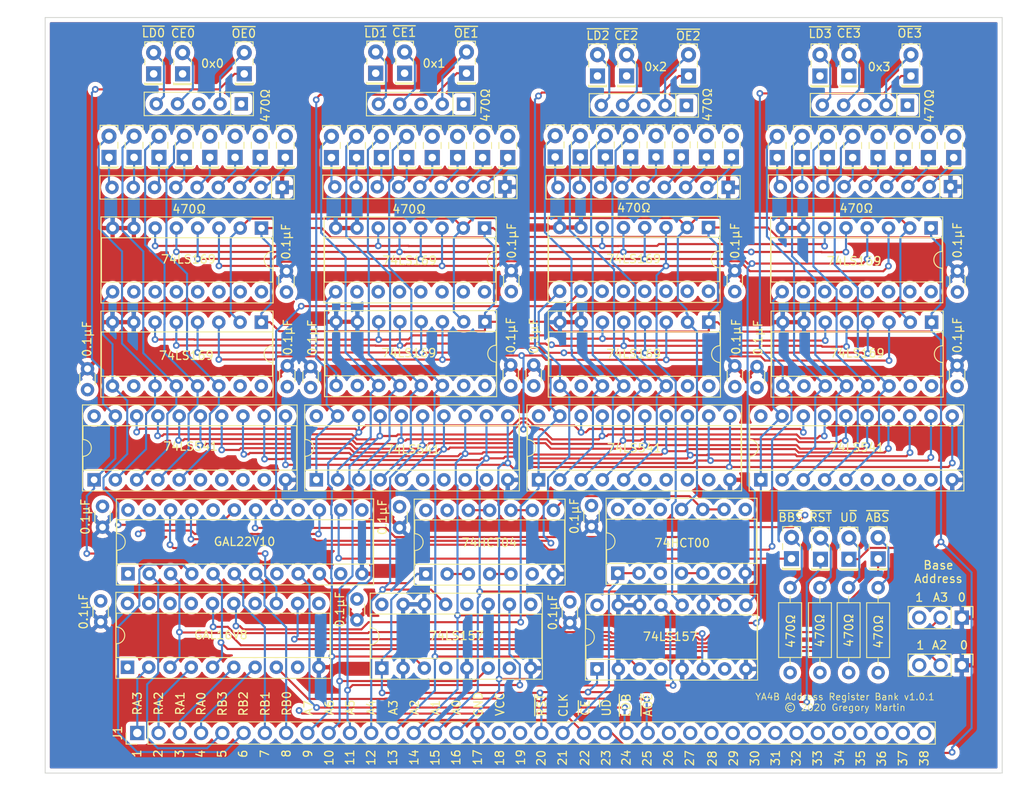
<source format=kicad_pcb>
(kicad_pcb (version 20171130) (host pcbnew "(5.1.4-0-10_14)")
  (layers (0 F.Cu signal) (1 P.Cu signal) (2 G.Cu signal) (31 B.Cu signal) (34 B.Paste user) (35 F.Paste user) (36 B.SilkS user) (37 F.SilkS user) (38 B.Mask user) (39 F.Mask user) (44 Edge.Cuts user))
  (net 0 "")
  (net 1 "Net-(D1-Pad2)")
  (net 2 ~LD0~)
  (net 3 ~CE0~)
  (net 4 "Net-(D2-Pad2)")
  (net 5 U~D~)
  (net 6 "Net-(D3-Pad2)")
  (net 7 "Net-(D4-Pad2)")
  (net 8 ~OE0~)
  (net 9 "Net-(D5-Pad1)")
  (net 10 "Net-(D6-Pad1)")
  (net 11 "Net-(D7-Pad1)")
  (net 12 "Net-(D8-Pad1)")
  (net 13 "Net-(D9-Pad1)")
  (net 14 "Net-(D10-Pad1)")
  (net 15 "Net-(D11-Pad1)")
  (net 16 "Net-(D12-Pad1)")
  (net 17 "Net-(D13-Pad2)")
  (net 18 ~LD1~)
  (net 19 ~CE1~)
  (net 20 "Net-(D14-Pad2)")
  (net 21 "Net-(D16-Pad2)")
  (net 22 ~OE1~)
  (net 23 "Net-(D17-Pad1)")
  (net 24 "Net-(D18-Pad1)")
  (net 25 "Net-(D19-Pad1)")
  (net 26 "Net-(D20-Pad1)")
  (net 27 "Net-(D21-Pad1)")
  (net 28 "Net-(D22-Pad1)")
  (net 29 "Net-(D23-Pad1)")
  (net 30 "Net-(D24-Pad1)")
  (net 31 "Net-(D25-Pad2)")
  (net 32 ~LD2~)
  (net 33 ~CE2~)
  (net 34 "Net-(D26-Pad2)")
  (net 35 "Net-(D28-Pad2)")
  (net 36 ~OE2~)
  (net 37 "Net-(D29-Pad1)")
  (net 38 "Net-(D30-Pad1)")
  (net 39 "Net-(D31-Pad1)")
  (net 40 "Net-(D32-Pad1)")
  (net 41 "Net-(D33-Pad1)")
  (net 42 "Net-(D34-Pad1)")
  (net 43 "Net-(D35-Pad1)")
  (net 44 "Net-(D36-Pad1)")
  (net 45 "Net-(D37-Pad2)")
  (net 46 ~LD3~)
  (net 47 ~CE3~)
  (net 48 "Net-(D38-Pad2)")
  (net 49 "Net-(D40-Pad2)")
  (net 50 ~OE3~)
  (net 51 "Net-(D41-Pad1)")
  (net 52 "Net-(D42-Pad1)")
  (net 53 "Net-(D43-Pad1)")
  (net 54 "Net-(D44-Pad1)")
  (net 55 "Net-(D45-Pad1)")
  (net 56 "Net-(D46-Pad1)")
  (net 57 "Net-(D47-Pad1)")
  (net 58 "Net-(D48-Pad1)")
  (net 59 ~ABS~)
  (net 60 "Net-(D49-Pad2)")
  (net 61 "Net-(D50-Pad2)")
  (net 62 ~BBS~)
  (net 63 ~RESET~)
  (net 64 "Net-(D51-Pad2)")
  (net 65 RA3)
  (net 66 RA2)
  (net 67 RA1)
  (net 68 RA0)
  (net 69 RB3)
  (net 70 RB2)
  (net 71 RB1)
  (net 72 RB0)
  (net 73 A7)
  (net 74 A6)
  (net 75 A5)
  (net 76 A4)
  (net 77 A3)
  (net 78 A2)
  (net 79 A1)
  (net 80 A0)
  (net 81 GND)
  (net 82 VCC)
  (net 83 "Net-(J1-Pad19)")
  (net 84 CLK)
  (net 85 ~CE~)
  (net 86 ~LDB~)
  (net 87 ~AOE~)
  (net 88 "Net-(J1-Pad26)")
  (net 89 "Net-(J1-Pad27)")
  (net 90 "Net-(J1-Pad28)")
  (net 91 "Net-(J1-Pad29)")
  (net 92 "Net-(J1-Pad30)")
  (net 93 "Net-(J1-Pad31)")
  (net 94 "Net-(J1-Pad32)")
  (net 95 "Net-(J1-Pad33)")
  (net 96 "Net-(J1-Pad34)")
  (net 97 "Net-(J1-Pad35)")
  (net 98 "Net-(J1-Pad36)")
  (net 99 "Net-(J1-Pad37)")
  (net 100 "Net-(J1-Pad38)")
  (net 101 JP2)
  (net 102 JP3)
  (net 103 "Net-(U1-Pad1)")
  (net 104 "Net-(U1-Pad11)")
  (net 105 "Net-(U1-Pad17)")
  (net 106 "Net-(U1-Pad18)")
  (net 107 "Net-(U1-Pad9)")
  (net 108 "Net-(U1-Pad19)")
  (net 109 "Net-(U2-Pad1)")
  (net 110 "Net-(U2-Pad13)")
  (net 111 "Net-(U2-Pad11)")
  (net 112 "Net-(U2-Pad23)")
  (net 113 "Net-(U3-Pad11)")
  (net 114 "Net-(U3-Pad2)")
  (net 115 "Net-(U3-Pad10)")
  (net 116 "Net-(U3-Pad4)")
  (net 117 "Net-(U4-Pad13)")
  (net 118 "Net-(U4-Pad12)")
  (net 119 "Net-(U4-Pad4)")
  (net 120 REGCLK)
  (net 121 AI6)
  (net 122 AI4)
  (net 123 AI7)
  (net 124 AI5)
  (net 125 AI1)
  (net 126 AI3)
  (net 127 AI0)
  (net 128 AI2)
  (net 129 "Net-(U7-Pad15)")
  (net 130 "Net-(U7-Pad10)")
  (net 131 "Net-(U10-Pad10)")
  (net 132 "Net-(U10-Pad15)")
  (net 133 "Net-(U13-Pad15)")
  (net 134 "Net-(U13-Pad10)")
  (net 135 "Net-(U16-Pad15)")
  (net 136 "Net-(U16-Pad10)")
  (net 137 "Net-(RN1-Pad3)")
  (net 138 "Net-(RN3-Pad3)")
  (net 139 "Net-(RN5-Pad3)")
  (net 140 "Net-(RN7-Pad3)")
  (net 141 "Net-(U3-Pad8)")
  (net 142 "Net-(U3-Pad13)")
  (net 143 /R0_7)
  (net 144 /R0_6)
  (net 145 /R0_5)
  (net 146 /R0_4)
  (net 147 /R0_3)
  (net 148 /R0_2)
  (net 149 /R0_1)
  (net 150 /R0_0)
  (net 151 /R1_7)
  (net 152 /R1_6)
  (net 153 /R1_5)
  (net 154 /R1_4)
  (net 155 /R1_3)
  (net 156 /R1_2)
  (net 157 /R1_1)
  (net 158 /R1_0)
  (net 159 /R2_7)
  (net 160 /R2_6)
  (net 161 /R2_5)
  (net 162 /R2_4)
  (net 163 /R2_3)
  (net 164 /R2_2)
  (net 165 /R2_1)
  (net 166 /R2_0)
  (net 167 /R3_7)
  (net 168 /R3_6)
  (net 169 /R3_5)
  (net 170 /R3_4)
  (net 171 /R3_3)
  (net 172 /R3_2)
  (net 173 /R3_1)
  (net 174 /R3_0)
  (module Package_DIP:DIP-24_W7.62mm_Socket (layer F.Cu) (at -148.85924 84.25688 90)
    (fp_text reference U2 hide)
    (fp_text value GAL22V10 (at 3.8354 13.9192 180) (layer F.SilkS))
    (pad 1 thru_hole rect (at 0 0 90) (size 1.6 1.6) (drill 0.8) (layers *.Cu *.Mask) (net 109 "Net-(U2-Pad1)"))
    (pad 13 thru_hole oval (at 7.62 27.94 90) (size 1.6 1.6) (drill 0.8) (layers *.Cu *.Mask) (net 110 "Net-(U2-Pad13)"))
    (pad 2 thru_hole oval (at 0 2.54 90) (size 1.6 1.6) (drill 0.8) (layers *.Cu *.Mask) (net 69 RB3))
    (pad 14 thru_hole oval (at 7.62 25.4 90) (size 1.6 1.6) (drill 0.8) (layers *.Cu *.Mask) (net 62 ~BBS~))
    (pad 3 thru_hole oval (at 0 5.08 90) (size 1.6 1.6) (drill 0.8) (layers *.Cu *.Mask) (net 102 JP3))
    (pad 15 thru_hole oval (at 7.62 22.86 90) (size 1.6 1.6) (drill 0.8) (layers *.Cu *.Mask) (net 3 ~CE0~))
    (pad 4 thru_hole oval (at 0 7.62 90) (size 1.6 1.6) (drill 0.8) (layers *.Cu *.Mask) (net 70 RB2))
    (pad 16 thru_hole oval (at 7.62 20.32 90) (size 1.6 1.6) (drill 0.8) (layers *.Cu *.Mask) (net 19 ~CE1~))
    (pad 5 thru_hole oval (at 0 10.16 90) (size 1.6 1.6) (drill 0.8) (layers *.Cu *.Mask) (net 101 JP2))
    (pad 17 thru_hole oval (at 7.62 17.78 90) (size 1.6 1.6) (drill 0.8) (layers *.Cu *.Mask) (net 33 ~CE2~))
    (pad 6 thru_hole oval (at 0 12.7 90) (size 1.6 1.6) (drill 0.8) (layers *.Cu *.Mask) (net 71 RB1))
    (pad 18 thru_hole oval (at 7.62 15.24 90) (size 1.6 1.6) (drill 0.8) (layers *.Cu *.Mask) (net 47 ~CE3~))
    (pad 7 thru_hole oval (at 0 15.24 90) (size 1.6 1.6) (drill 0.8) (layers *.Cu *.Mask) (net 72 RB0))
    (pad 19 thru_hole oval (at 7.62 12.7 90) (size 1.6 1.6) (drill 0.8) (layers *.Cu *.Mask) (net 2 ~LD0~))
    (pad 8 thru_hole oval (at 0 17.78 90) (size 1.6 1.6) (drill 0.8) (layers *.Cu *.Mask) (net 85 ~CE~))
    (pad 20 thru_hole oval (at 7.62 10.16 90) (size 1.6 1.6) (drill 0.8) (layers *.Cu *.Mask) (net 18 ~LD1~))
    (pad 9 thru_hole oval (at 0 20.32 90) (size 1.6 1.6) (drill 0.8) (layers *.Cu *.Mask) (net 86 ~LDB~))
    (pad 21 thru_hole oval (at 7.62 7.62 90) (size 1.6 1.6) (drill 0.8) (layers *.Cu *.Mask) (net 32 ~LD2~))
    (pad 10 thru_hole oval (at 0 22.86 90) (size 1.6 1.6) (drill 0.8) (layers *.Cu *.Mask) (net 63 ~RESET~))
    (pad 22 thru_hole oval (at 7.62 5.08 90) (size 1.6 1.6) (drill 0.8) (layers *.Cu *.Mask) (net 46 ~LD3~))
    (pad 11 thru_hole oval (at 0 25.4 90) (size 1.6 1.6) (drill 0.8) (layers *.Cu *.Mask) (net 111 "Net-(U2-Pad11)"))
    (pad 23 thru_hole oval (at 7.62 2.54 90) (size 1.6 1.6) (drill 0.8) (layers *.Cu *.Mask) (net 112 "Net-(U2-Pad23)"))
    (pad 12 thru_hole oval (at 0 27.94 90) (size 1.6 1.6) (drill 0.8) (layers *.Cu *.Mask) (net 81 GND))
    (pad 24 thru_hole oval (at 7.62 0 90) (size 1.6 1.6) (drill 0.8) (layers *.Cu *.Mask) (net 82 VCC))
  )
  (module Resistor_THT:R_Array_SIP5 (layer F.Cu) (at -135.32612 28.10256 180)
    (fp_text reference RN1 hide)
    (fp_text value 470Ω (at -2.88036 -0.20828 90) (layer F.SilkS))
    (pad 5 thru_hole oval (at 10.16 0 180) (size 1.6 1.6) (drill 0.8) (layers *.Cu *.Mask) (net 1 "Net-(D1-Pad2)"))
    (pad 4 thru_hole oval (at 7.62 0 180) (size 1.6 1.6) (drill 0.8) (layers *.Cu *.Mask) (net 4 "Net-(D2-Pad2)"))
    (pad 3 thru_hole oval (at 5.08 0 180) (size 1.6 1.6) (drill 0.8) (layers *.Cu *.Mask) (net 137 "Net-(RN1-Pad3)"))
    (pad 2 thru_hole oval (at 2.54 0 180) (size 1.6 1.6) (drill 0.8) (layers *.Cu *.Mask) (net 7 "Net-(D4-Pad2)"))
    (pad 1 thru_hole rect (at 0 0 180) (size 1.6 1.6) (drill 0.8) (layers *.Cu *.Mask) (net 82 VCC))
  )
  (module Package_DIP:DIP-16_W7.62mm_Socket (layer F.Cu) (at -52.8828 54.1909 270)
    (fp_text reference U16 hide)
    (fp_text value 74LS169 (at 3.7084 8.89 180) (layer F.SilkS))
    (pad 16 thru_hole oval (at 7.62 0 270) (size 1.6 1.6) (drill 0.8) (layers *.Cu *.Mask) (net 82 VCC))
    (pad 8 thru_hole oval (at 0 17.78 270) (size 1.6 1.6) (drill 0.8) (layers *.Cu *.Mask) (net 81 GND))
    (pad 15 thru_hole oval (at 7.62 2.54 270) (size 1.6 1.6) (drill 0.8) (layers *.Cu *.Mask) (net 135 "Net-(U16-Pad15)"))
    (pad 7 thru_hole oval (at 0 15.24 270) (size 1.6 1.6) (drill 0.8) (layers *.Cu *.Mask) (net 81 GND))
    (pad 14 thru_hole oval (at 7.62 5.08 270) (size 1.6 1.6) (drill 0.8) (layers *.Cu *.Mask) (net 170 /R3_4))
    (pad 6 thru_hole oval (at 0 12.7 270) (size 1.6 1.6) (drill 0.8) (layers *.Cu *.Mask) (net 123 AI7))
    (pad 13 thru_hole oval (at 7.62 7.62 270) (size 1.6 1.6) (drill 0.8) (layers *.Cu *.Mask) (net 169 /R3_5))
    (pad 5 thru_hole oval (at 0 10.16 270) (size 1.6 1.6) (drill 0.8) (layers *.Cu *.Mask) (net 121 AI6))
    (pad 12 thru_hole oval (at 7.62 10.16 270) (size 1.6 1.6) (drill 0.8) (layers *.Cu *.Mask) (net 168 /R3_6))
    (pad 4 thru_hole oval (at 0 7.62 270) (size 1.6 1.6) (drill 0.8) (layers *.Cu *.Mask) (net 124 AI5))
    (pad 11 thru_hole oval (at 7.62 12.7 270) (size 1.6 1.6) (drill 0.8) (layers *.Cu *.Mask) (net 167 /R3_7))
    (pad 3 thru_hole oval (at 0 5.08 270) (size 1.6 1.6) (drill 0.8) (layers *.Cu *.Mask) (net 122 AI4))
    (pad 10 thru_hole oval (at 7.62 15.24 270) (size 1.6 1.6) (drill 0.8) (layers *.Cu *.Mask) (net 136 "Net-(U16-Pad10)"))
    (pad 2 thru_hole oval (at 0 2.54 270) (size 1.6 1.6) (drill 0.8) (layers *.Cu *.Mask) (net 120 REGCLK))
    (pad 9 thru_hole oval (at 7.62 17.78 270) (size 1.6 1.6) (drill 0.8) (layers *.Cu *.Mask) (net 46 ~LD3~))
    (pad 1 thru_hole rect (at 0 0 270) (size 1.6 1.6) (drill 0.8) (layers *.Cu *.Mask) (net 5 U~D~))
  )
  (module Package_DIP:DIP-20_W7.62mm_Socket (layer F.Cu) (at -73.279 73.025 90)
    (fp_text reference U18 hide)
    (fp_text value 74LS541 (at 3.8608 11.4808 180) (layer F.SilkS))
    (pad 20 thru_hole oval (at 7.62 0 90) (size 1.6 1.6) (drill 0.8) (layers *.Cu *.Mask) (net 82 VCC))
    (pad 10 thru_hole oval (at 0 22.86 90) (size 1.6 1.6) (drill 0.8) (layers *.Cu *.Mask) (net 81 GND))
    (pad 19 thru_hole oval (at 7.62 2.54 90) (size 1.6 1.6) (drill 0.8) (layers *.Cu *.Mask) (net 50 ~OE3~))
    (pad 9 thru_hole oval (at 0 20.32 90) (size 1.6 1.6) (drill 0.8) (layers *.Cu *.Mask) (net 174 /R3_0))
    (pad 18 thru_hole oval (at 7.62 5.08 90) (size 1.6 1.6) (drill 0.8) (layers *.Cu *.Mask) (net 73 A7))
    (pad 8 thru_hole oval (at 0 17.78 90) (size 1.6 1.6) (drill 0.8) (layers *.Cu *.Mask) (net 173 /R3_1))
    (pad 17 thru_hole oval (at 7.62 7.62 90) (size 1.6 1.6) (drill 0.8) (layers *.Cu *.Mask) (net 74 A6))
    (pad 7 thru_hole oval (at 0 15.24 90) (size 1.6 1.6) (drill 0.8) (layers *.Cu *.Mask) (net 172 /R3_2))
    (pad 16 thru_hole oval (at 7.62 10.16 90) (size 1.6 1.6) (drill 0.8) (layers *.Cu *.Mask) (net 75 A5))
    (pad 6 thru_hole oval (at 0 12.7 90) (size 1.6 1.6) (drill 0.8) (layers *.Cu *.Mask) (net 171 /R3_3))
    (pad 15 thru_hole oval (at 7.62 12.7 90) (size 1.6 1.6) (drill 0.8) (layers *.Cu *.Mask) (net 76 A4))
    (pad 5 thru_hole oval (at 0 10.16 90) (size 1.6 1.6) (drill 0.8) (layers *.Cu *.Mask) (net 170 /R3_4))
    (pad 14 thru_hole oval (at 7.62 15.24 90) (size 1.6 1.6) (drill 0.8) (layers *.Cu *.Mask) (net 77 A3))
    (pad 4 thru_hole oval (at 0 7.62 90) (size 1.6 1.6) (drill 0.8) (layers *.Cu *.Mask) (net 169 /R3_5))
    (pad 13 thru_hole oval (at 7.62 17.78 90) (size 1.6 1.6) (drill 0.8) (layers *.Cu *.Mask) (net 78 A2))
    (pad 3 thru_hole oval (at 0 5.08 90) (size 1.6 1.6) (drill 0.8) (layers *.Cu *.Mask) (net 168 /R3_6))
    (pad 12 thru_hole oval (at 7.62 20.32 90) (size 1.6 1.6) (drill 0.8) (layers *.Cu *.Mask) (net 79 A1))
    (pad 2 thru_hole oval (at 0 2.54 90) (size 1.6 1.6) (drill 0.8) (layers *.Cu *.Mask) (net 167 /R3_7))
    (pad 11 thru_hole oval (at 7.62 22.86 90) (size 1.6 1.6) (drill 0.8) (layers *.Cu *.Mask) (net 80 A0))
    (pad 1 thru_hole rect (at 0 0 90) (size 1.6 1.6) (drill 0.8) (layers *.Cu *.Mask) (net 50 ~OE3~))
  )
  (module Package_DIP:DIP-16_W7.62mm_Socket (layer F.Cu) (at -52.9463 42.926 270)
    (fp_text reference U17 hide)
    (fp_text value 74LS169 (at 3.9624 9.1948 180) (layer F.SilkS))
    (pad 1 thru_hole rect (at 0 0 270) (size 1.6 1.6) (drill 0.8) (layers *.Cu *.Mask) (net 5 U~D~))
    (pad 9 thru_hole oval (at 7.62 17.78 270) (size 1.6 1.6) (drill 0.8) (layers *.Cu *.Mask) (net 46 ~LD3~))
    (pad 2 thru_hole oval (at 0 2.54 270) (size 1.6 1.6) (drill 0.8) (layers *.Cu *.Mask) (net 120 REGCLK))
    (pad 10 thru_hole oval (at 7.62 15.24 270) (size 1.6 1.6) (drill 0.8) (layers *.Cu *.Mask) (net 47 ~CE3~))
    (pad 3 thru_hole oval (at 0 5.08 270) (size 1.6 1.6) (drill 0.8) (layers *.Cu *.Mask) (net 127 AI0))
    (pad 11 thru_hole oval (at 7.62 12.7 270) (size 1.6 1.6) (drill 0.8) (layers *.Cu *.Mask) (net 171 /R3_3))
    (pad 4 thru_hole oval (at 0 7.62 270) (size 1.6 1.6) (drill 0.8) (layers *.Cu *.Mask) (net 125 AI1))
    (pad 12 thru_hole oval (at 7.62 10.16 270) (size 1.6 1.6) (drill 0.8) (layers *.Cu *.Mask) (net 172 /R3_2))
    (pad 5 thru_hole oval (at 0 10.16 270) (size 1.6 1.6) (drill 0.8) (layers *.Cu *.Mask) (net 128 AI2))
    (pad 13 thru_hole oval (at 7.62 7.62 270) (size 1.6 1.6) (drill 0.8) (layers *.Cu *.Mask) (net 173 /R3_1))
    (pad 6 thru_hole oval (at 0 12.7 270) (size 1.6 1.6) (drill 0.8) (layers *.Cu *.Mask) (net 126 AI3))
    (pad 14 thru_hole oval (at 7.62 5.08 270) (size 1.6 1.6) (drill 0.8) (layers *.Cu *.Mask) (net 174 /R3_0))
    (pad 7 thru_hole oval (at 0 15.24 270) (size 1.6 1.6) (drill 0.8) (layers *.Cu *.Mask) (net 81 GND))
    (pad 15 thru_hole oval (at 7.62 2.54 270) (size 1.6 1.6) (drill 0.8) (layers *.Cu *.Mask) (net 136 "Net-(U16-Pad10)"))
    (pad 8 thru_hole oval (at 0 17.78 270) (size 1.6 1.6) (drill 0.8) (layers *.Cu *.Mask) (net 81 GND))
    (pad 16 thru_hole oval (at 7.62 0 270) (size 1.6 1.6) (drill 0.8) (layers *.Cu *.Mask) (net 82 VCC))
  )
  (module LED_THT:LED_Rectangular_W5.0mm_H2.0mm (layer F.Cu) (at -71.3232 34.5186 90)
    (fp_text reference D41 hide)
    (fp_text value LED hide)
    (pad 2 thru_hole circle (at 2.54 0 90) (size 1.8 1.8) (drill 0.9) (layers *.Cu *.Mask) (net 167 /R3_7))
    (pad 1 thru_hole rect (at 0 0 90) (size 1.8 1.8) (drill 0.9) (layers *.Cu *.Mask) (net 51 "Net-(D41-Pad1)"))
  )
  (module Resistor_THT:R_Axial_DIN0207_L6.3mm_D2.5mm_P10.16mm_Horizontal (layer F.Cu) (at -62.7888 96.06788 90)
    (fp_text reference R4 hide)
    (fp_text value 470Ω (at 5.04444 0.03048 90) (layer F.SilkS))
    (pad 2 thru_hole oval (at 10.16 0 90) (size 1.6 1.6) (drill 0.8) (layers *.Cu *.Mask) (net 6 "Net-(D3-Pad2)"))
    (pad 1 thru_hole circle (at 0 0 90) (size 1.6 1.6) (drill 0.8) (layers *.Cu *.Mask) (net 82 VCC))
  )
  (module LED_THT:LED_Rectangular_W5.0mm_H2.0mm (layer F.Cu) (at -62.75324 82.51444 90)
    (fp_text reference D3 hide)
    (fp_text value U~D~ (at 4.98348 -0.03556 180) (layer F.SilkS))
    (pad 2 thru_hole circle (at 2.54 0 90) (size 1.8 1.8) (drill 0.9) (layers *.Cu *.Mask) (net 6 "Net-(D3-Pad2)"))
    (pad 1 thru_hole rect (at 0 0 90) (size 1.8 1.8) (drill 0.9) (layers *.Cu *.Mask) (net 5 U~D~))
  )
  (module LED_THT:LED_Rectangular_W5.0mm_H2.0mm (layer F.Cu) (at -66.15176 82.51444 90)
    (fp_text reference D51 hide)
    (fp_text value ~RST~ (at 4.98348 0.01524 180) (layer F.SilkS))
    (pad 2 thru_hole circle (at 2.54 0 90) (size 1.8 1.8) (drill 0.9) (layers *.Cu *.Mask) (net 64 "Net-(D51-Pad2)"))
    (pad 1 thru_hole rect (at 0 0 90) (size 1.8 1.8) (drill 0.9) (layers *.Cu *.Mask) (net 63 ~RESET~))
  )
  (module LED_THT:LED_Rectangular_W5.0mm_H2.0mm (layer F.Cu) (at -69.61632 82.4484 90)
    (fp_text reference D50 hide)
    (fp_text value ~BBS~ (at 4.93268 -0.08128 180) (layer F.SilkS))
    (pad 2 thru_hole circle (at 2.54 0 90) (size 1.8 1.8) (drill 0.9) (layers *.Cu *.Mask) (net 61 "Net-(D50-Pad2)"))
    (pad 1 thru_hole rect (at 0 0 90) (size 1.8 1.8) (drill 0.9) (layers *.Cu *.Mask) (net 62 ~BBS~))
  )
  (module LED_THT:LED_Rectangular_W5.0mm_H2.0mm (layer F.Cu) (at -59.26836 82.47888 90)
    (fp_text reference D49 hide)
    (fp_text value ~ABS~ (at 4.94792 -0.07112 180) (layer F.SilkS))
    (pad 2 thru_hole circle (at 2.54 0 90) (size 1.8 1.8) (drill 0.9) (layers *.Cu *.Mask) (net 60 "Net-(D49-Pad2)"))
    (pad 1 thru_hole rect (at 0 0 90) (size 1.8 1.8) (drill 0.9) (layers *.Cu *.Mask) (net 59 ~ABS~))
  )
  (module LED_THT:LED_Rectangular_W5.0mm_H2.0mm (layer F.Cu) (at -50.2412 34.5186 90)
    (fp_text reference D48 hide)
    (fp_text value LED hide)
    (pad 2 thru_hole circle (at 2.54 0 90) (size 1.8 1.8) (drill 0.9) (layers *.Cu *.Mask) (net 174 /R3_0))
    (pad 1 thru_hole rect (at 0 0 90) (size 1.8 1.8) (drill 0.9) (layers *.Cu *.Mask) (net 58 "Net-(D48-Pad1)"))
  )
  (module LED_THT:LED_Rectangular_W5.0mm_H2.0mm (layer F.Cu) (at -53.2638 34.5186 90)
    (fp_text reference D47 hide)
    (fp_text value LED hide)
    (pad 2 thru_hole circle (at 2.54 0 90) (size 1.8 1.8) (drill 0.9) (layers *.Cu *.Mask) (net 173 /R3_1))
    (pad 1 thru_hole rect (at 0 0 90) (size 1.8 1.8) (drill 0.9) (layers *.Cu *.Mask) (net 57 "Net-(D47-Pad1)"))
  )
  (module LED_THT:LED_Rectangular_W5.0mm_H2.0mm (layer F.Cu) (at -56.261 34.5186 90)
    (fp_text reference D46 hide)
    (fp_text value LED hide)
    (pad 2 thru_hole circle (at 2.54 0 90) (size 1.8 1.8) (drill 0.9) (layers *.Cu *.Mask) (net 172 /R3_2))
    (pad 1 thru_hole rect (at 0 0 90) (size 1.8 1.8) (drill 0.9) (layers *.Cu *.Mask) (net 56 "Net-(D46-Pad1)"))
  )
  (module LED_THT:LED_Rectangular_W5.0mm_H2.0mm (layer F.Cu) (at -59.2836 34.5186 90)
    (fp_text reference D45 hide)
    (fp_text value LED hide)
    (pad 2 thru_hole circle (at 2.54 0 90) (size 1.8 1.8) (drill 0.9) (layers *.Cu *.Mask) (net 171 /R3_3))
    (pad 1 thru_hole rect (at 0 0 90) (size 1.8 1.8) (drill 0.9) (layers *.Cu *.Mask) (net 55 "Net-(D45-Pad1)"))
  )
  (module LED_THT:LED_Rectangular_W5.0mm_H2.0mm (layer F.Cu) (at -62.3062 34.5186 90)
    (fp_text reference D44 hide)
    (fp_text value LED hide)
    (pad 2 thru_hole circle (at 2.54 0 90) (size 1.8 1.8) (drill 0.9) (layers *.Cu *.Mask) (net 170 /R3_4))
    (pad 1 thru_hole rect (at 0 0 90) (size 1.8 1.8) (drill 0.9) (layers *.Cu *.Mask) (net 54 "Net-(D44-Pad1)"))
  )
  (module LED_THT:LED_Rectangular_W5.0mm_H2.0mm (layer F.Cu) (at -65.3288 34.5186 90)
    (fp_text reference D43 hide)
    (fp_text value LED hide)
    (pad 2 thru_hole circle (at 2.54 0 90) (size 1.8 1.8) (drill 0.9) (layers *.Cu *.Mask) (net 169 /R3_5))
    (pad 1 thru_hole rect (at 0 0 90) (size 1.8 1.8) (drill 0.9) (layers *.Cu *.Mask) (net 53 "Net-(D43-Pad1)"))
  )
  (module LED_THT:LED_Rectangular_W5.0mm_H2.0mm (layer F.Cu) (at -68.326 34.5186 90)
    (fp_text reference D42 hide)
    (fp_text value LED hide)
    (pad 2 thru_hole circle (at 2.54 0 90) (size 1.8 1.8) (drill 0.9) (layers *.Cu *.Mask) (net 168 /R3_6))
    (pad 1 thru_hole rect (at 0 0 90) (size 1.8 1.8) (drill 0.9) (layers *.Cu *.Mask) (net 52 "Net-(D42-Pad1)"))
  )
  (module LED_THT:LED_Rectangular_W5.0mm_H2.0mm (layer F.Cu) (at -55.3466 24.765 90)
    (fp_text reference D40 hide)
    (fp_text value ~OE3~ (at 5.1054 -0.1524 180) (layer F.SilkS))
    (pad 2 thru_hole circle (at 2.54 0 90) (size 1.8 1.8) (drill 0.9) (layers *.Cu *.Mask) (net 49 "Net-(D40-Pad2)"))
    (pad 1 thru_hole rect (at 0 0 90) (size 1.8 1.8) (drill 0.9) (layers *.Cu *.Mask) (net 50 ~OE3~))
  )
  (module LED_THT:LED_Rectangular_W5.0mm_H2.0mm (layer F.Cu) (at -62.7634 24.765 90)
    (fp_text reference D38 hide)
    (fp_text value ~CE3~ (at 5.1054 0 180) (layer F.SilkS))
    (pad 2 thru_hole circle (at 2.54 0 90) (size 1.8 1.8) (drill 0.9) (layers *.Cu *.Mask) (net 48 "Net-(D38-Pad2)"))
    (pad 1 thru_hole rect (at 0 0 90) (size 1.8 1.8) (drill 0.9) (layers *.Cu *.Mask) (net 47 ~CE3~))
  )
  (module LED_THT:LED_Rectangular_W5.0mm_H2.0mm (layer F.Cu) (at -66.2178 24.765 90)
    (fp_text reference D37 hide)
    (fp_text value ~LD3~ (at 5.0546 0.0254 180) (layer F.SilkS))
    (pad 2 thru_hole circle (at 2.54 0 90) (size 1.8 1.8) (drill 0.9) (layers *.Cu *.Mask) (net 45 "Net-(D37-Pad2)"))
    (pad 1 thru_hole rect (at 0 0 90) (size 1.8 1.8) (drill 0.9) (layers *.Cu *.Mask) (net 46 ~LD3~))
  )
  (module LED_THT:LED_Rectangular_W5.0mm_H2.0mm (layer F.Cu) (at -76.7842 34.4424 90)
    (fp_text reference D36 hide)
    (fp_text value LED hide)
    (pad 2 thru_hole circle (at 2.54 0 90) (size 1.8 1.8) (drill 0.9) (layers *.Cu *.Mask) (net 166 /R2_0))
    (pad 1 thru_hole rect (at 0 0 90) (size 1.8 1.8) (drill 0.9) (layers *.Cu *.Mask) (net 44 "Net-(D36-Pad1)"))
  )
  (module LED_THT:LED_Rectangular_W5.0mm_H2.0mm (layer F.Cu) (at -79.7814 34.4424 90)
    (fp_text reference D35 hide)
    (fp_text value LED hide)
    (pad 2 thru_hole circle (at 2.54 0 90) (size 1.8 1.8) (drill 0.9) (layers *.Cu *.Mask) (net 165 /R2_1))
    (pad 1 thru_hole rect (at 0 0 90) (size 1.8 1.8) (drill 0.9) (layers *.Cu *.Mask) (net 43 "Net-(D35-Pad1)"))
  )
  (module LED_THT:LED_Rectangular_W5.0mm_H2.0mm (layer F.Cu) (at -82.7786 34.4424 90)
    (fp_text reference D34 hide)
    (fp_text value LED hide)
    (pad 2 thru_hole circle (at 2.54 0 90) (size 1.8 1.8) (drill 0.9) (layers *.Cu *.Mask) (net 164 /R2_2))
    (pad 1 thru_hole rect (at 0 0 90) (size 1.8 1.8) (drill 0.9) (layers *.Cu *.Mask) (net 42 "Net-(D34-Pad1)"))
  )
  (module LED_THT:LED_Rectangular_W5.0mm_H2.0mm (layer F.Cu) (at -85.8012 34.4424 90)
    (fp_text reference D33 hide)
    (fp_text value LED hide)
    (pad 2 thru_hole circle (at 2.54 0 90) (size 1.8 1.8) (drill 0.9) (layers *.Cu *.Mask) (net 163 /R2_3))
    (pad 1 thru_hole rect (at 0 0 90) (size 1.8 1.8) (drill 0.9) (layers *.Cu *.Mask) (net 41 "Net-(D33-Pad1)"))
  )
  (module LED_THT:LED_Rectangular_W5.0mm_H2.0mm (layer F.Cu) (at -88.8238 34.4424 90)
    (fp_text reference D32 hide)
    (fp_text value LED hide)
    (pad 2 thru_hole circle (at 2.54 0 90) (size 1.8 1.8) (drill 0.9) (layers *.Cu *.Mask) (net 162 /R2_4))
    (pad 1 thru_hole rect (at 0 0 90) (size 1.8 1.8) (drill 0.9) (layers *.Cu *.Mask) (net 40 "Net-(D32-Pad1)"))
  )
  (module LED_THT:LED_Rectangular_W5.0mm_H2.0mm (layer F.Cu) (at -91.8464 34.4424 90)
    (fp_text reference D31 hide)
    (fp_text value LED hide)
    (pad 2 thru_hole circle (at 2.54 0 90) (size 1.8 1.8) (drill 0.9) (layers *.Cu *.Mask) (net 161 /R2_5))
    (pad 1 thru_hole rect (at 0 0 90) (size 1.8 1.8) (drill 0.9) (layers *.Cu *.Mask) (net 39 "Net-(D31-Pad1)"))
  )
  (module LED_THT:LED_Rectangular_W5.0mm_H2.0mm (layer F.Cu) (at -94.8436 34.4424 90)
    (fp_text reference D30 hide)
    (fp_text value LED hide)
    (pad 2 thru_hole circle (at 2.54 0 90) (size 1.8 1.8) (drill 0.9) (layers *.Cu *.Mask) (net 160 /R2_6))
    (pad 1 thru_hole rect (at 0 0 90) (size 1.8 1.8) (drill 0.9) (layers *.Cu *.Mask) (net 38 "Net-(D30-Pad1)"))
  )
  (module LED_THT:LED_Rectangular_W5.0mm_H2.0mm (layer F.Cu) (at -97.8408 34.4424 90)
    (fp_text reference D29 hide)
    (fp_text value LED hide)
    (pad 2 thru_hole circle (at 2.54 0 90) (size 1.8 1.8) (drill 0.9) (layers *.Cu *.Mask) (net 159 /R2_7))
    (pad 1 thru_hole rect (at 0 0 90) (size 1.8 1.8) (drill 0.9) (layers *.Cu *.Mask) (net 37 "Net-(D29-Pad1)"))
  )
  (module LED_THT:LED_Rectangular_W5.0mm_H2.0mm (layer F.Cu) (at -81.915 24.765 90)
    (fp_text reference D28 hide)
    (fp_text value ~OE2~ (at 4.7752 -0.0254 180) (layer F.SilkS))
    (pad 2 thru_hole circle (at 2.54 0 90) (size 1.8 1.8) (drill 0.9) (layers *.Cu *.Mask) (net 35 "Net-(D28-Pad2)"))
    (pad 1 thru_hole rect (at 0 0 90) (size 1.8 1.8) (drill 0.9) (layers *.Cu *.Mask) (net 36 ~OE2~))
  )
  (module LED_THT:LED_Rectangular_W5.0mm_H2.0mm (layer F.Cu) (at -89.3064 24.765 90)
    (fp_text reference D26 hide)
    (fp_text value ~CE2~ (at 4.826 -0.0508 180) (layer F.SilkS))
    (pad 2 thru_hole circle (at 2.54 0 90) (size 1.8 1.8) (drill 0.9) (layers *.Cu *.Mask) (net 34 "Net-(D26-Pad2)"))
    (pad 1 thru_hole rect (at 0 0 90) (size 1.8 1.8) (drill 0.9) (layers *.Cu *.Mask) (net 33 ~CE2~))
  )
  (module LED_THT:LED_Rectangular_W5.0mm_H2.0mm (layer F.Cu) (at -92.7862 24.765 90)
    (fp_text reference D25 hide)
    (fp_text value ~LD2~ (at 4.826 0.0508 180) (layer F.SilkS))
    (pad 2 thru_hole circle (at 2.54 0 90) (size 1.8 1.8) (drill 0.9) (layers *.Cu *.Mask) (net 31 "Net-(D25-Pad2)"))
    (pad 1 thru_hole rect (at 0 0 90) (size 1.8 1.8) (drill 0.9) (layers *.Cu *.Mask) (net 32 ~LD2~))
  )
  (module LED_THT:LED_Rectangular_W5.0mm_H2.0mm (layer F.Cu) (at -103.505 34.5186 90)
    (fp_text reference D24 hide)
    (fp_text value LED hide)
    (pad 2 thru_hole circle (at 2.54 0 90) (size 1.8 1.8) (drill 0.9) (layers *.Cu *.Mask) (net 158 /R1_0))
    (pad 1 thru_hole rect (at 0 0 90) (size 1.8 1.8) (drill 0.9) (layers *.Cu *.Mask) (net 30 "Net-(D24-Pad1)"))
  )
  (module LED_THT:LED_Rectangular_W5.0mm_H2.0mm (layer F.Cu) (at -106.5022 34.5186 90)
    (fp_text reference D23 hide)
    (fp_text value LED hide)
    (pad 2 thru_hole circle (at 2.54 0 90) (size 1.8 1.8) (drill 0.9) (layers *.Cu *.Mask) (net 157 /R1_1))
    (pad 1 thru_hole rect (at 0 0 90) (size 1.8 1.8) (drill 0.9) (layers *.Cu *.Mask) (net 29 "Net-(D23-Pad1)"))
  )
  (module LED_THT:LED_Rectangular_W5.0mm_H2.0mm (layer F.Cu) (at -109.4994 34.5186 90)
    (fp_text reference D22 hide)
    (fp_text value LED hide)
    (pad 2 thru_hole circle (at 2.54 0 90) (size 1.8 1.8) (drill 0.9) (layers *.Cu *.Mask) (net 156 /R1_2))
    (pad 1 thru_hole rect (at 0 0 90) (size 1.8 1.8) (drill 0.9) (layers *.Cu *.Mask) (net 28 "Net-(D22-Pad1)"))
  )
  (module LED_THT:LED_Rectangular_W5.0mm_H2.0mm (layer F.Cu) (at -112.522 34.5186 90)
    (fp_text reference D21 hide)
    (fp_text value LED hide)
    (pad 2 thru_hole circle (at 2.54 0 90) (size 1.8 1.8) (drill 0.9) (layers *.Cu *.Mask) (net 155 /R1_3))
    (pad 1 thru_hole rect (at 0 0 90) (size 1.8 1.8) (drill 0.9) (layers *.Cu *.Mask) (net 27 "Net-(D21-Pad1)"))
  )
  (module LED_THT:LED_Rectangular_W5.0mm_H2.0mm (layer F.Cu) (at -115.57 34.5186 90)
    (fp_text reference D20 hide)
    (fp_text value LED hide)
    (pad 2 thru_hole circle (at 2.54 0 90) (size 1.8 1.8) (drill 0.9) (layers *.Cu *.Mask) (net 154 /R1_4))
    (pad 1 thru_hole rect (at 0 0 90) (size 1.8 1.8) (drill 0.9) (layers *.Cu *.Mask) (net 26 "Net-(D20-Pad1)"))
  )
  (module LED_THT:LED_Rectangular_W5.0mm_H2.0mm (layer F.Cu) (at -118.5926 34.5186 90)
    (fp_text reference D19 hide)
    (fp_text value LED hide)
    (pad 2 thru_hole circle (at 2.54 0 90) (size 1.8 1.8) (drill 0.9) (layers *.Cu *.Mask) (net 153 /R1_5))
    (pad 1 thru_hole rect (at 0 0 90) (size 1.8 1.8) (drill 0.9) (layers *.Cu *.Mask) (net 25 "Net-(D19-Pad1)"))
  )
  (module LED_THT:LED_Rectangular_W5.0mm_H2.0mm (layer F.Cu) (at -121.5644 34.5186 90)
    (fp_text reference D18 hide)
    (fp_text value LED hide)
    (pad 2 thru_hole circle (at 2.54 0 90) (size 1.8 1.8) (drill 0.9) (layers *.Cu *.Mask) (net 152 /R1_6))
    (pad 1 thru_hole rect (at 0 0 90) (size 1.8 1.8) (drill 0.9) (layers *.Cu *.Mask) (net 24 "Net-(D18-Pad1)"))
  )
  (module LED_THT:LED_Rectangular_W5.0mm_H2.0mm (layer F.Cu) (at -124.5616 34.5186 90)
    (fp_text reference D17 hide)
    (fp_text value LED hide)
    (pad 2 thru_hole circle (at 2.54 0 90) (size 1.8 1.8) (drill 0.9) (layers *.Cu *.Mask) (net 151 /R1_7))
    (pad 1 thru_hole rect (at 0 0 90) (size 1.8 1.8) (drill 0.9) (layers *.Cu *.Mask) (net 23 "Net-(D17-Pad1)"))
  )
  (module LED_THT:LED_Rectangular_W5.0mm_H2.0mm (layer F.Cu) (at -108.4326 24.4348 90)
    (fp_text reference D16 hide)
    (fp_text value ~OE1~ (at 4.7752 -0.0254 180) (layer F.SilkS))
    (pad 2 thru_hole circle (at 2.54 0 90) (size 1.8 1.8) (drill 0.9) (layers *.Cu *.Mask) (net 21 "Net-(D16-Pad2)"))
    (pad 1 thru_hole rect (at 0 0 90) (size 1.8 1.8) (drill 0.9) (layers *.Cu *.Mask) (net 22 ~OE1~))
  )
  (module LED_THT:LED_Rectangular_W5.0mm_H2.0mm (layer F.Cu) (at -115.824 24.4348 90)
    (fp_text reference D14 hide)
    (fp_text value ~CE1~ (at 4.8514 -0.0508 180) (layer F.SilkS))
    (pad 2 thru_hole circle (at 2.54 0 90) (size 1.8 1.8) (drill 0.9) (layers *.Cu *.Mask) (net 20 "Net-(D14-Pad2)"))
    (pad 1 thru_hole rect (at 0 0 90) (size 1.8 1.8) (drill 0.9) (layers *.Cu *.Mask) (net 19 ~CE1~))
  )
  (module LED_THT:LED_Rectangular_W5.0mm_H2.0mm (layer F.Cu) (at -119.2784 24.4348 90)
    (fp_text reference D13 hide)
    (fp_text value ~LD1~ (at 4.8006 0 180) (layer F.SilkS))
    (pad 2 thru_hole circle (at 2.54 0 90) (size 1.8 1.8) (drill 0.9) (layers *.Cu *.Mask) (net 17 "Net-(D13-Pad2)"))
    (pad 1 thru_hole rect (at 0 0 90) (size 1.8 1.8) (drill 0.9) (layers *.Cu *.Mask) (net 18 ~LD1~))
  )
  (module LED_THT:LED_Rectangular_W5.0mm_H2.0mm (layer F.Cu) (at -130.0734 34.4932 90)
    (fp_text reference D12 hide)
    (fp_text value LED hide)
    (pad 2 thru_hole circle (at 2.54 0 90) (size 1.8 1.8) (drill 0.9) (layers *.Cu *.Mask) (net 150 /R0_0))
    (pad 1 thru_hole rect (at 0 0 90) (size 1.8 1.8) (drill 0.9) (layers *.Cu *.Mask) (net 16 "Net-(D12-Pad1)"))
  )
  (module LED_THT:LED_Rectangular_W5.0mm_H2.0mm (layer F.Cu) (at -133.0706 34.4932 90)
    (fp_text reference D11 hide)
    (fp_text value LED hide)
    (pad 2 thru_hole circle (at 2.54 0 90) (size 1.8 1.8) (drill 0.9) (layers *.Cu *.Mask) (net 149 /R0_1))
    (pad 1 thru_hole rect (at 0 0 90) (size 1.8 1.8) (drill 0.9) (layers *.Cu *.Mask) (net 15 "Net-(D11-Pad1)"))
  )
  (module LED_THT:LED_Rectangular_W5.0mm_H2.0mm (layer F.Cu) (at -136.0678 34.4932 90)
    (fp_text reference D10 hide)
    (fp_text value LED hide)
    (pad 2 thru_hole circle (at 2.54 0 90) (size 1.8 1.8) (drill 0.9) (layers *.Cu *.Mask) (net 148 /R0_2))
    (pad 1 thru_hole rect (at 0 0 90) (size 1.8 1.8) (drill 0.9) (layers *.Cu *.Mask) (net 14 "Net-(D10-Pad1)"))
  )
  (module LED_THT:LED_Rectangular_W5.0mm_H2.0mm (layer F.Cu) (at -139.0904 34.4932 90)
    (fp_text reference D9 hide)
    (fp_text value LED hide)
    (pad 2 thru_hole circle (at 2.54 0 90) (size 1.8 1.8) (drill 0.9) (layers *.Cu *.Mask) (net 147 /R0_3))
    (pad 1 thru_hole rect (at 0 0 90) (size 1.8 1.8) (drill 0.9) (layers *.Cu *.Mask) (net 13 "Net-(D9-Pad1)"))
  )
  (module LED_THT:LED_Rectangular_W5.0mm_H2.0mm (layer F.Cu) (at -142.1384 34.4932 90)
    (fp_text reference D8 hide)
    (fp_text value LED hide)
    (pad 2 thru_hole circle (at 2.54 0 90) (size 1.8 1.8) (drill 0.9) (layers *.Cu *.Mask) (net 146 /R0_4))
    (pad 1 thru_hole rect (at 0 0 90) (size 1.8 1.8) (drill 0.9) (layers *.Cu *.Mask) (net 12 "Net-(D8-Pad1)"))
  )
  (module LED_THT:LED_Rectangular_W5.0mm_H2.0mm (layer F.Cu) (at -145.161 34.4932 90)
    (fp_text reference D7 hide)
    (fp_text value LED hide)
    (pad 2 thru_hole circle (at 2.54 0 90) (size 1.8 1.8) (drill 0.9) (layers *.Cu *.Mask) (net 145 /R0_5))
    (pad 1 thru_hole rect (at 0 0 90) (size 1.8 1.8) (drill 0.9) (layers *.Cu *.Mask) (net 11 "Net-(D7-Pad1)"))
  )
  (module LED_THT:LED_Rectangular_W5.0mm_H2.0mm (layer F.Cu) (at -148.1328 34.4932 90)
    (fp_text reference D6 hide)
    (fp_text value LED hide)
    (pad 2 thru_hole circle (at 2.54 0 90) (size 1.8 1.8) (drill 0.9) (layers *.Cu *.Mask) (net 144 /R0_6))
    (pad 1 thru_hole rect (at 0 0 90) (size 1.8 1.8) (drill 0.9) (layers *.Cu *.Mask) (net 10 "Net-(D6-Pad1)"))
  )
  (module LED_THT:LED_Rectangular_W5.0mm_H2.0mm (layer F.Cu) (at -151.13 34.4932 90)
    (fp_text reference D5 hide)
    (fp_text value LED hide)
    (pad 2 thru_hole circle (at 2.54 0 90) (size 1.8 1.8) (drill 0.9) (layers *.Cu *.Mask) (net 143 /R0_7))
    (pad 1 thru_hole rect (at 0 0 90) (size 1.8 1.8) (drill 0.9) (layers *.Cu *.Mask) (net 9 "Net-(D5-Pad1)"))
  )
  (module LED_THT:LED_Rectangular_W5.0mm_H2.0mm (layer F.Cu) (at -134.9756 24.511 90)
    (fp_text reference D4 hide)
    (fp_text value ~OE0~ (at 4.826 -0.0508 180) (layer F.SilkS))
    (pad 2 thru_hole circle (at 2.54 0 90) (size 1.8 1.8) (drill 0.9) (layers *.Cu *.Mask) (net 7 "Net-(D4-Pad2)"))
    (pad 1 thru_hole rect (at 0 0 90) (size 1.8 1.8) (drill 0.9) (layers *.Cu *.Mask) (net 8 ~OE0~))
  )
  (module LED_THT:LED_Rectangular_W5.0mm_H2.0mm (layer F.Cu) (at -142.3416 24.511 90)
    (fp_text reference D2 hide)
    (fp_text value ~CE0~ (at 4.8514 0.0508 180) (layer F.SilkS))
    (pad 2 thru_hole circle (at 2.54 0 90) (size 1.8 1.8) (drill 0.9) (layers *.Cu *.Mask) (net 4 "Net-(D2-Pad2)"))
    (pad 1 thru_hole rect (at 0 0 90) (size 1.8 1.8) (drill 0.9) (layers *.Cu *.Mask) (net 3 ~CE0~))
  )
  (module LED_THT:LED_Rectangular_W5.0mm_H2.0mm (layer F.Cu) (at -145.796 24.511 90)
    (fp_text reference D1 hide)
    (fp_text value ~LD0~ (at 4.8768 -0.0254 180) (layer F.SilkS))
    (pad 2 thru_hole circle (at 2.54 0 90) (size 1.8 1.8) (drill 0.9) (layers *.Cu *.Mask) (net 1 "Net-(D1-Pad2)"))
    (pad 1 thru_hole rect (at 0 0 90) (size 1.8 1.8) (drill 0.9) (layers *.Cu *.Mask) (net 2 ~LD0~))
  )
  (module Capacitor_THT:C_Disc_D3.0mm_W1.6mm_P2.50mm (layer F.Cu) (at -76.3905 50.5333 90)
    (fp_text reference C18 hide)
    (fp_text value 0.1µF (at 6.0706 0.0381 90) (layer F.SilkS))
    (pad 2 thru_hole circle (at 2.5 0 90) (size 1.6 1.6) (drill 0.8) (layers *.Cu *.Mask) (net 81 GND))
    (pad 1 thru_hole circle (at 0 0 90) (size 1.6 1.6) (drill 0.8) (layers *.Cu *.Mask) (net 82 VCC))
  )
  (module Capacitor_THT:C_Disc_D3.0mm_W1.6mm_P2.50mm (layer F.Cu) (at -76.3778 61.8998 90)
    (fp_text reference C17 hide)
    (fp_text value 0.1µF (at 5.969 0.1524 90) (layer F.SilkS))
    (pad 2 thru_hole circle (at 2.5 0 90) (size 1.6 1.6) (drill 0.8) (layers *.Cu *.Mask) (net 81 GND))
    (pad 1 thru_hole circle (at 0 0 90) (size 1.6 1.6) (drill 0.8) (layers *.Cu *.Mask) (net 82 VCC))
  )
  (module Capacitor_THT:C_Disc_D3.0mm_W1.6mm_P2.50mm (layer F.Cu) (at -73.7362 62.0014 90)
    (fp_text reference C16 hide)
    (fp_text value 0.1µF (at 5.9436 0.127 90) (layer F.SilkS))
    (pad 2 thru_hole circle (at 2.5 0 90) (size 1.6 1.6) (drill 0.8) (layers *.Cu *.Mask) (net 81 GND))
    (pad 1 thru_hole circle (at 0 0 90) (size 1.6 1.6) (drill 0.8) (layers *.Cu *.Mask) (net 82 VCC))
  )
  (module Capacitor_THT:C_Disc_D3.0mm_W1.6mm_P2.50mm (layer F.Cu) (at -103.0859 50.5333 90)
    (fp_text reference C15 hide)
    (fp_text value 0.1µF (at 6.0833 0.0508 90) (layer F.SilkS))
    (pad 2 thru_hole circle (at 2.5 0 90) (size 1.6 1.6) (drill 0.8) (layers *.Cu *.Mask) (net 81 GND))
    (pad 1 thru_hole circle (at 0 0 90) (size 1.6 1.6) (drill 0.8) (layers *.Cu *.Mask) (net 82 VCC))
  )
  (module Capacitor_THT:C_Disc_D3.0mm_W1.6mm_P2.50mm (layer F.Cu) (at -129.8321 61.8998 90)
    (fp_text reference C14 hide)
    (fp_text value 0.1µF (at 5.9182 0.0635 90) (layer F.SilkS))
    (pad 2 thru_hole circle (at 2.5 0 90) (size 1.6 1.6) (drill 0.8) (layers *.Cu *.Mask) (net 81 GND))
    (pad 1 thru_hole circle (at 0 0 90) (size 1.6 1.6) (drill 0.8) (layers *.Cu *.Mask) (net 82 VCC))
  )
  (module Capacitor_THT:C_Disc_D3.0mm_W1.6mm_P2.50mm (layer F.Cu) (at -49.7967 50.5841 90)
    (fp_text reference C13 hide)
    (fp_text value 0.1µF (at 6.1849 0 90) (layer F.SilkS))
    (pad 2 thru_hole circle (at 2.5 0 90) (size 1.6 1.6) (drill 0.8) (layers *.Cu *.Mask) (net 81 GND))
    (pad 1 thru_hole circle (at 0 0 90) (size 1.6 1.6) (drill 0.8) (layers *.Cu *.Mask) (net 82 VCC))
  )
  (module Capacitor_THT:C_Disc_D3.0mm_W1.6mm_P2.50mm (layer F.Cu) (at -103.1494 61.7982 90)
    (fp_text reference C12 hide)
    (fp_text value 0.1µF (at 6.0579 0.0127 90) (layer F.SilkS))
    (pad 2 thru_hole circle (at 2.5 0 90) (size 1.6 1.6) (drill 0.8) (layers *.Cu *.Mask) (net 81 GND))
    (pad 1 thru_hole circle (at 0 0 90) (size 1.6 1.6) (drill 0.8) (layers *.Cu *.Mask) (net 82 VCC))
  )
  (module Capacitor_THT:C_Disc_D3.0mm_W1.6mm_P2.50mm (layer F.Cu) (at -129.9337 50.5841 90)
    (fp_text reference C11 hide)
    (fp_text value 0.1µF (at 6.0325 -0.0508 90) (layer F.SilkS))
    (pad 2 thru_hole circle (at 2.5 0 90) (size 1.6 1.6) (drill 0.8) (layers *.Cu *.Mask) (net 81 GND))
    (pad 1 thru_hole circle (at 0 0 90) (size 1.6 1.6) (drill 0.8) (layers *.Cu *.Mask) (net 82 VCC))
  )
  (module Capacitor_THT:C_Disc_D3.0mm_W1.6mm_P2.50mm (layer F.Cu) (at -153.6954 62.2554 90)
    (fp_text reference C10 hide)
    (fp_text value 0.1µF (at 6.0579 -0.0635 90) (layer F.SilkS))
    (pad 2 thru_hole circle (at 2.5 0 90) (size 1.6 1.6) (drill 0.8) (layers *.Cu *.Mask) (net 81 GND))
    (pad 1 thru_hole circle (at 0 0 90) (size 1.6 1.6) (drill 0.8) (layers *.Cu *.Mask) (net 82 VCC))
  )
  (module Capacitor_THT:C_Disc_D3.0mm_W1.6mm_P2.50mm (layer F.Cu) (at -100.4062 61.7982 90)
    (fp_text reference C9 hide)
    (fp_text value 0.1µF (at 5.969 0.0254 90) (layer F.SilkS))
    (pad 2 thru_hole circle (at 2.5 0 90) (size 1.6 1.6) (drill 0.8) (layers *.Cu *.Mask) (net 81 GND))
    (pad 1 thru_hole circle (at 0 0 90) (size 1.6 1.6) (drill 0.8) (layers *.Cu *.Mask) (net 82 VCC))
  )
  (module Capacitor_THT:C_Disc_D3.0mm_W1.6mm_P2.50mm (layer F.Cu) (at -127.0508 62.0014 90)
    (fp_text reference C8 hide)
    (fp_text value 0.1µF (at 5.969 0.1905 90) (layer F.SilkS))
    (pad 2 thru_hole circle (at 2.5 0 90) (size 1.6 1.6) (drill 0.8) (layers *.Cu *.Mask) (net 81 GND))
    (pad 1 thru_hole circle (at 0 0 90) (size 1.6 1.6) (drill 0.8) (layers *.Cu *.Mask) (net 82 VCC))
  )
  (module Capacitor_THT:C_Disc_D3.0mm_W1.6mm_P2.50mm (layer F.Cu) (at -49.8348 61.849 90)
    (fp_text reference C7 hide)
    (fp_text value 0.1µF (at 6.1087 0.0254 90) (layer F.SilkS))
    (pad 2 thru_hole circle (at 2.5 0 90) (size 1.6 1.6) (drill 0.8) (layers *.Cu *.Mask) (net 81 GND))
    (pad 1 thru_hole circle (at 0 0 90) (size 1.6 1.6) (drill 0.8) (layers *.Cu *.Mask) (net 82 VCC))
  )
  (module Capacitor_THT:C_Disc_D3.0mm_W1.6mm_P2.50mm (layer F.Cu) (at -93.50248 76.10348 270)
    (fp_text reference C6 hide)
    (fp_text value 0.1µF (at 1.25 2.05 90) (layer F.SilkS))
    (pad 2 thru_hole circle (at 2.5 0 270) (size 1.6 1.6) (drill 0.8) (layers *.Cu *.Mask) (net 81 GND))
    (pad 1 thru_hole circle (at 0 0 270) (size 1.6 1.6) (drill 0.8) (layers *.Cu *.Mask) (net 82 VCC))
  )
  (module Capacitor_THT:C_Disc_D3.0mm_W1.6mm_P2.50mm (layer F.Cu) (at -116.42852 76.24064 270)
    (fp_text reference C5 hide)
    (fp_text value 0.1µF (at 1.25 2.05 90) (layer F.SilkS))
    (pad 2 thru_hole circle (at 2.5 0 270) (size 1.6 1.6) (drill 0.8) (layers *.Cu *.Mask) (net 81 GND))
    (pad 1 thru_hole circle (at 0 0 270) (size 1.6 1.6) (drill 0.8) (layers *.Cu *.Mask) (net 82 VCC))
  )
  (module Capacitor_THT:C_Disc_D3.0mm_W1.6mm_P2.50mm (layer F.Cu) (at -96.08312 87.6046 270)
    (fp_text reference C4 hide)
    (fp_text value 0.1µF (at 1.25 2.05 90) (layer F.SilkS))
    (pad 2 thru_hole circle (at 2.5 0 270) (size 1.6 1.6) (drill 0.8) (layers *.Cu *.Mask) (net 81 GND))
    (pad 1 thru_hole circle (at 0 0 270) (size 1.6 1.6) (drill 0.8) (layers *.Cu *.Mask) (net 82 VCC))
  )
  (module Capacitor_THT:C_Disc_D3.0mm_W1.6mm_P2.50mm (layer F.Cu) (at -151.90216 76.18984 270)
    (fp_text reference C3 hide)
    (fp_text value 0.1µF (at 1.25 2.05 90) (layer F.SilkS))
    (pad 2 thru_hole circle (at 2.5 0 270) (size 1.6 1.6) (drill 0.8) (layers *.Cu *.Mask) (net 81 GND))
    (pad 1 thru_hole circle (at 0 0 270) (size 1.6 1.6) (drill 0.8) (layers *.Cu *.Mask) (net 82 VCC))
  )
  (module Capacitor_THT:C_Disc_D3.0mm_W1.6mm_P2.50mm (layer F.Cu) (at -121.5136 87.2744 270)
    (fp_text reference C2 hide)
    (fp_text value 0.1µF (at 1.25 2.05 90) (layer F.SilkS))
    (pad 2 thru_hole circle (at 2.5 0 270) (size 1.6 1.6) (drill 0.8) (layers *.Cu *.Mask) (net 81 GND))
    (pad 1 thru_hole circle (at 0 0 270) (size 1.6 1.6) (drill 0.8) (layers *.Cu *.Mask) (net 82 VCC))
  )
  (module Capacitor_THT:C_Disc_D3.0mm_W1.6mm_P2.50mm (layer F.Cu) (at -152.1206 87.503 270)
    (fp_text reference C1 hide)
    (fp_text value 0.1µF (at 1.25 2.05 90) (layer F.SilkS))
    (pad 2 thru_hole circle (at 2.5 0 270) (size 1.6 1.6) (drill 0.8) (layers *.Cu *.Mask) (net 81 GND))
    (pad 1 thru_hole circle (at 0 0 270) (size 1.6 1.6) (drill 0.8) (layers *.Cu *.Mask) (net 82 VCC))
  )
  (module Connector_PinHeader_2.54mm:PinHeader_1x38_P2.54mm_Vertical (layer F.Cu) (at -147.7518 103.28656 90)
    (fp_text reference J1 (at 0 -2.33 90) (layer F.SilkS))
    (fp_text value Conn_01x38_Male hide)
    (pad 1 thru_hole rect (at 0 0 90) (size 1.7 1.7) (drill 1) (layers *.Cu *.Mask) (net 65 RA3))
    (pad 2 thru_hole oval (at 0 2.54 90) (size 1.7 1.7) (drill 1) (layers *.Cu *.Mask) (net 66 RA2))
    (pad 3 thru_hole oval (at 0 5.08 90) (size 1.7 1.7) (drill 1) (layers *.Cu *.Mask) (net 67 RA1))
    (pad 4 thru_hole oval (at 0 7.62 90) (size 1.7 1.7) (drill 1) (layers *.Cu *.Mask) (net 68 RA0))
    (pad 5 thru_hole oval (at 0 10.16 90) (size 1.7 1.7) (drill 1) (layers *.Cu *.Mask) (net 69 RB3))
    (pad 6 thru_hole oval (at 0 12.7 90) (size 1.7 1.7) (drill 1) (layers *.Cu *.Mask) (net 70 RB2))
    (pad 7 thru_hole oval (at 0 15.24 90) (size 1.7 1.7) (drill 1) (layers *.Cu *.Mask) (net 71 RB1))
    (pad 8 thru_hole oval (at 0 17.78 90) (size 1.7 1.7) (drill 1) (layers *.Cu *.Mask) (net 72 RB0))
    (pad 9 thru_hole oval (at 0 20.32 90) (size 1.7 1.7) (drill 1) (layers *.Cu *.Mask) (net 73 A7))
    (pad 10 thru_hole oval (at 0 22.86 90) (size 1.7 1.7) (drill 1) (layers *.Cu *.Mask) (net 74 A6))
    (pad 11 thru_hole oval (at 0 25.4 90) (size 1.7 1.7) (drill 1) (layers *.Cu *.Mask) (net 75 A5))
    (pad 12 thru_hole oval (at 0 27.94 90) (size 1.7 1.7) (drill 1) (layers *.Cu *.Mask) (net 76 A4))
    (pad 13 thru_hole oval (at 0 30.48 90) (size 1.7 1.7) (drill 1) (layers *.Cu *.Mask) (net 77 A3))
    (pad 14 thru_hole oval (at 0 33.02 90) (size 1.7 1.7) (drill 1) (layers *.Cu *.Mask) (net 78 A2))
    (pad 15 thru_hole oval (at 0 35.56 90) (size 1.7 1.7) (drill 1) (layers *.Cu *.Mask) (net 79 A1))
    (pad 16 thru_hole oval (at 0 38.1 90) (size 1.7 1.7) (drill 1) (layers *.Cu *.Mask) (net 80 A0))
    (pad 17 thru_hole oval (at 0 40.64 90) (size 1.7 1.7) (drill 1) (layers *.Cu *.Mask) (net 81 GND))
    (pad 18 thru_hole oval (at 0 43.18 90) (size 1.7 1.7) (drill 1) (layers *.Cu *.Mask) (net 82 VCC))
    (pad 19 thru_hole oval (at 0 45.72 90) (size 1.7 1.7) (drill 1) (layers *.Cu *.Mask) (net 83 "Net-(J1-Pad19)"))
    (pad 20 thru_hole oval (at 0 48.26 90) (size 1.7 1.7) (drill 1) (layers *.Cu *.Mask) (net 63 ~RESET~))
    (pad 21 thru_hole oval (at 0 50.8 90) (size 1.7 1.7) (drill 1) (layers *.Cu *.Mask) (net 84 CLK))
    (pad 22 thru_hole oval (at 0 53.34 90) (size 1.7 1.7) (drill 1) (layers *.Cu *.Mask) (net 85 ~CE~))
    (pad 23 thru_hole oval (at 0 55.88 90) (size 1.7 1.7) (drill 1) (layers *.Cu *.Mask) (net 5 U~D~))
    (pad 24 thru_hole oval (at 0 58.42 90) (size 1.7 1.7) (drill 1) (layers *.Cu *.Mask) (net 86 ~LDB~))
    (pad 25 thru_hole oval (at 0 60.96 90) (size 1.7 1.7) (drill 1) (layers *.Cu *.Mask) (net 87 ~AOE~))
    (pad 26 thru_hole oval (at 0 63.5 90) (size 1.7 1.7) (drill 1) (layers *.Cu *.Mask) (net 88 "Net-(J1-Pad26)"))
    (pad 27 thru_hole oval (at 0 66.04 90) (size 1.7 1.7) (drill 1) (layers *.Cu *.Mask) (net 89 "Net-(J1-Pad27)"))
    (pad 28 thru_hole oval (at 0 68.58 90) (size 1.7 1.7) (drill 1) (layers *.Cu *.Mask) (net 90 "Net-(J1-Pad28)"))
    (pad 29 thru_hole oval (at 0 71.12 90) (size 1.7 1.7) (drill 1) (layers *.Cu *.Mask) (net 91 "Net-(J1-Pad29)"))
    (pad 30 thru_hole oval (at 0 73.66 90) (size 1.7 1.7) (drill 1) (layers *.Cu *.Mask) (net 92 "Net-(J1-Pad30)"))
    (pad 31 thru_hole oval (at 0 76.2 90) (size 1.7 1.7) (drill 1) (layers *.Cu *.Mask) (net 93 "Net-(J1-Pad31)"))
    (pad 32 thru_hole oval (at 0 78.74 90) (size 1.7 1.7) (drill 1) (layers *.Cu *.Mask) (net 94 "Net-(J1-Pad32)"))
    (pad 33 thru_hole oval (at 0 81.28 90) (size 1.7 1.7) (drill 1) (layers *.Cu *.Mask) (net 95 "Net-(J1-Pad33)"))
    (pad 34 thru_hole oval (at 0 83.82 90) (size 1.7 1.7) (drill 1) (layers *.Cu *.Mask) (net 96 "Net-(J1-Pad34)"))
    (pad 35 thru_hole oval (at 0 86.36 90) (size 1.7 1.7) (drill 1) (layers *.Cu *.Mask) (net 97 "Net-(J1-Pad35)"))
    (pad 36 thru_hole oval (at 0 88.9 90) (size 1.7 1.7) (drill 1) (layers *.Cu *.Mask) (net 98 "Net-(J1-Pad36)"))
    (pad 37 thru_hole oval (at 0 91.44 90) (size 1.7 1.7) (drill 1) (layers *.Cu *.Mask) (net 99 "Net-(J1-Pad37)"))
    (pad 38 thru_hole oval (at 0 93.98 90) (size 1.7 1.7) (drill 1) (layers *.Cu *.Mask) (net 100 "Net-(J1-Pad38)"))
  )
  (module Connector_PinHeader_2.54mm:PinHeader_1x03_P2.54mm_Vertical (layer F.Cu) (at -49.276 95.1865 270)
    (fp_text reference JP2 hide)
    (fp_text value A2 (at -2.3876 2.65684 180) (layer F.SilkS))
    (pad 1 thru_hole rect (at 0 0 270) (size 1.7 1.7) (drill 1) (layers *.Cu *.Mask) (net 81 GND))
    (pad 2 thru_hole oval (at 0 2.54 270) (size 1.7 1.7) (drill 1) (layers *.Cu *.Mask) (net 101 JP2))
    (pad 3 thru_hole oval (at 0 5.08 270) (size 1.7 1.7) (drill 1) (layers *.Cu *.Mask) (net 82 VCC))
  )
  (module Connector_PinHeader_2.54mm:PinHeader_1x03_P2.54mm_Vertical (layer F.Cu) (at -49.276 89.4969 270)
    (fp_text reference JP3 hide)
    (fp_text value A3 (at -2.413 2.54 180) (layer F.SilkS))
    (pad 3 thru_hole oval (at 0 5.08 270) (size 1.7 1.7) (drill 1) (layers *.Cu *.Mask) (net 82 VCC))
    (pad 2 thru_hole oval (at 0 2.54 270) (size 1.7 1.7) (drill 1) (layers *.Cu *.Mask) (net 102 JP3))
    (pad 1 thru_hole rect (at 0 0 270) (size 1.7 1.7) (drill 1) (layers *.Cu *.Mask) (net 81 GND))
  )
  (module Resistor_THT:R_Axial_DIN0207_L6.3mm_D2.5mm_P10.16mm_Horizontal (layer F.Cu) (at -59.26836 96.07804 90)
    (fp_text reference R1 hide)
    (fp_text value 470Ω (at 4.9022 0.0508 90) (layer F.SilkS))
    (pad 1 thru_hole circle (at 0 0 90) (size 1.6 1.6) (drill 0.8) (layers *.Cu *.Mask) (net 82 VCC))
    (pad 2 thru_hole oval (at 10.16 0 90) (size 1.6 1.6) (drill 0.8) (layers *.Cu *.Mask) (net 60 "Net-(D49-Pad2)"))
  )
  (module Resistor_THT:R_Axial_DIN0207_L6.3mm_D2.5mm_P10.16mm_Horizontal (layer F.Cu) (at -69.77888 96.06788 90)
    (fp_text reference R2 hide)
    (fp_text value 470Ω (at 4.94792 0.06604 90) (layer F.SilkS))
    (pad 2 thru_hole oval (at 10.16 0 90) (size 1.6 1.6) (drill 0.8) (layers *.Cu *.Mask) (net 61 "Net-(D50-Pad2)"))
    (pad 1 thru_hole circle (at 0 0 90) (size 1.6 1.6) (drill 0.8) (layers *.Cu *.Mask) (net 82 VCC))
  )
  (module Resistor_THT:R_Axial_DIN0207_L6.3mm_D2.5mm_P10.16mm_Horizontal (layer F.Cu) (at -66.2178 96.06788 90)
    (fp_text reference R3 hide)
    (fp_text value 470Ω (at 5.01396 0 90) (layer F.SilkS))
    (pad 1 thru_hole circle (at 0 0 90) (size 1.6 1.6) (drill 0.8) (layers *.Cu *.Mask) (net 82 VCC))
    (pad 2 thru_hole oval (at 10.16 0 90) (size 1.6 1.6) (drill 0.8) (layers *.Cu *.Mask) (net 64 "Net-(D51-Pad2)"))
  )
  (module Resistor_THT:R_Array_SIP9 (layer F.Cu) (at -130.44932 38.07968 180)
    (fp_text reference RN2 hide)
    (fp_text value 470Ω (at 11.10488 -2.59588) (layer F.SilkS))
    (pad 9 thru_hole oval (at 20.32 0 180) (size 1.6 1.6) (drill 0.8) (layers *.Cu *.Mask) (net 9 "Net-(D5-Pad1)"))
    (pad 8 thru_hole oval (at 17.78 0 180) (size 1.6 1.6) (drill 0.8) (layers *.Cu *.Mask) (net 10 "Net-(D6-Pad1)"))
    (pad 7 thru_hole oval (at 15.24 0 180) (size 1.6 1.6) (drill 0.8) (layers *.Cu *.Mask) (net 11 "Net-(D7-Pad1)"))
    (pad 6 thru_hole oval (at 12.7 0 180) (size 1.6 1.6) (drill 0.8) (layers *.Cu *.Mask) (net 12 "Net-(D8-Pad1)"))
    (pad 5 thru_hole oval (at 10.16 0 180) (size 1.6 1.6) (drill 0.8) (layers *.Cu *.Mask) (net 13 "Net-(D9-Pad1)"))
    (pad 4 thru_hole oval (at 7.62 0 180) (size 1.6 1.6) (drill 0.8) (layers *.Cu *.Mask) (net 14 "Net-(D10-Pad1)"))
    (pad 3 thru_hole oval (at 5.08 0 180) (size 1.6 1.6) (drill 0.8) (layers *.Cu *.Mask) (net 15 "Net-(D11-Pad1)"))
    (pad 2 thru_hole oval (at 2.54 0 180) (size 1.6 1.6) (drill 0.8) (layers *.Cu *.Mask) (net 16 "Net-(D12-Pad1)"))
    (pad 1 thru_hole rect (at 0 0 180) (size 1.6 1.6) (drill 0.8) (layers *.Cu *.Mask) (net 81 GND))
  )
  (module Resistor_THT:R_Array_SIP5 (layer F.Cu) (at -108.78312 28.12796 180)
    (fp_text reference RN3 hide)
    (fp_text value 470Ω (at -2.62636 -0.13208 90) (layer F.SilkS))
    (pad 1 thru_hole rect (at 0 0 180) (size 1.6 1.6) (drill 0.8) (layers *.Cu *.Mask) (net 82 VCC))
    (pad 2 thru_hole oval (at 2.54 0 180) (size 1.6 1.6) (drill 0.8) (layers *.Cu *.Mask) (net 21 "Net-(D16-Pad2)"))
    (pad 3 thru_hole oval (at 5.08 0 180) (size 1.6 1.6) (drill 0.8) (layers *.Cu *.Mask) (net 138 "Net-(RN3-Pad3)"))
    (pad 4 thru_hole oval (at 7.62 0 180) (size 1.6 1.6) (drill 0.8) (layers *.Cu *.Mask) (net 20 "Net-(D14-Pad2)"))
    (pad 5 thru_hole oval (at 10.16 0 180) (size 1.6 1.6) (drill 0.8) (layers *.Cu *.Mask) (net 17 "Net-(D13-Pad2)"))
  )
  (module Resistor_THT:R_Array_SIP9 (layer F.Cu) (at -103.84028 38.01872 180)
    (fp_text reference RN4 hide)
    (fp_text value 470Ω (at 11.4554 -2.67208) (layer F.SilkS))
    (pad 1 thru_hole rect (at 0 0 180) (size 1.6 1.6) (drill 0.8) (layers *.Cu *.Mask) (net 81 GND))
    (pad 2 thru_hole oval (at 2.54 0 180) (size 1.6 1.6) (drill 0.8) (layers *.Cu *.Mask) (net 30 "Net-(D24-Pad1)"))
    (pad 3 thru_hole oval (at 5.08 0 180) (size 1.6 1.6) (drill 0.8) (layers *.Cu *.Mask) (net 29 "Net-(D23-Pad1)"))
    (pad 4 thru_hole oval (at 7.62 0 180) (size 1.6 1.6) (drill 0.8) (layers *.Cu *.Mask) (net 28 "Net-(D22-Pad1)"))
    (pad 5 thru_hole oval (at 10.16 0 180) (size 1.6 1.6) (drill 0.8) (layers *.Cu *.Mask) (net 27 "Net-(D21-Pad1)"))
    (pad 6 thru_hole oval (at 12.7 0 180) (size 1.6 1.6) (drill 0.8) (layers *.Cu *.Mask) (net 26 "Net-(D20-Pad1)"))
    (pad 7 thru_hole oval (at 15.24 0 180) (size 1.6 1.6) (drill 0.8) (layers *.Cu *.Mask) (net 25 "Net-(D19-Pad1)"))
    (pad 8 thru_hole oval (at 17.78 0 180) (size 1.6 1.6) (drill 0.8) (layers *.Cu *.Mask) (net 24 "Net-(D18-Pad1)"))
    (pad 9 thru_hole oval (at 20.32 0 180) (size 1.6 1.6) (drill 0.8) (layers *.Cu *.Mask) (net 23 "Net-(D17-Pad1)"))
  )
  (module Resistor_THT:R_Array_SIP5 (layer F.Cu) (at -82.169 28.28036 180)
    (fp_text reference RN5 hide)
    (fp_text value 470Ω (at -2.52984 0.08128 90) (layer F.SilkS))
    (pad 5 thru_hole oval (at 10.16 0 180) (size 1.6 1.6) (drill 0.8) (layers *.Cu *.Mask) (net 31 "Net-(D25-Pad2)"))
    (pad 4 thru_hole oval (at 7.62 0 180) (size 1.6 1.6) (drill 0.8) (layers *.Cu *.Mask) (net 34 "Net-(D26-Pad2)"))
    (pad 3 thru_hole oval (at 5.08 0 180) (size 1.6 1.6) (drill 0.8) (layers *.Cu *.Mask) (net 139 "Net-(RN5-Pad3)"))
    (pad 2 thru_hole oval (at 2.54 0 180) (size 1.6 1.6) (drill 0.8) (layers *.Cu *.Mask) (net 35 "Net-(D28-Pad2)"))
    (pad 1 thru_hole rect (at 0 0 180) (size 1.6 1.6) (drill 0.8) (layers *.Cu *.Mask) (net 82 VCC))
  )
  (module Resistor_THT:R_Array_SIP9 (layer F.Cu) (at -77.18044 38.0746 180)
    (fp_text reference RN6 hide)
    (fp_text value 470Ω (at 11.24712 -2.45872) (layer F.SilkS))
    (pad 9 thru_hole oval (at 20.32 0 180) (size 1.6 1.6) (drill 0.8) (layers *.Cu *.Mask) (net 37 "Net-(D29-Pad1)"))
    (pad 8 thru_hole oval (at 17.78 0 180) (size 1.6 1.6) (drill 0.8) (layers *.Cu *.Mask) (net 38 "Net-(D30-Pad1)"))
    (pad 7 thru_hole oval (at 15.24 0 180) (size 1.6 1.6) (drill 0.8) (layers *.Cu *.Mask) (net 39 "Net-(D31-Pad1)"))
    (pad 6 thru_hole oval (at 12.7 0 180) (size 1.6 1.6) (drill 0.8) (layers *.Cu *.Mask) (net 40 "Net-(D32-Pad1)"))
    (pad 5 thru_hole oval (at 10.16 0 180) (size 1.6 1.6) (drill 0.8) (layers *.Cu *.Mask) (net 41 "Net-(D33-Pad1)"))
    (pad 4 thru_hole oval (at 7.62 0 180) (size 1.6 1.6) (drill 0.8) (layers *.Cu *.Mask) (net 42 "Net-(D34-Pad1)"))
    (pad 3 thru_hole oval (at 5.08 0 180) (size 1.6 1.6) (drill 0.8) (layers *.Cu *.Mask) (net 43 "Net-(D35-Pad1)"))
    (pad 2 thru_hole oval (at 2.54 0 180) (size 1.6 1.6) (drill 0.8) (layers *.Cu *.Mask) (net 44 "Net-(D36-Pad1)"))
    (pad 1 thru_hole rect (at 0 0 180) (size 1.6 1.6) (drill 0.8) (layers *.Cu *.Mask) (net 81 GND))
  )
  (module Resistor_THT:R_Array_SIP5 (layer F.Cu) (at -55.76824 28.24988 180)
    (fp_text reference RN7 hide)
    (fp_text value 470Ω (at -2.62636 -0.09652 90) (layer F.SilkS))
    (pad 1 thru_hole rect (at 0 0 180) (size 1.6 1.6) (drill 0.8) (layers *.Cu *.Mask) (net 82 VCC))
    (pad 2 thru_hole oval (at 2.54 0 180) (size 1.6 1.6) (drill 0.8) (layers *.Cu *.Mask) (net 49 "Net-(D40-Pad2)"))
    (pad 3 thru_hole oval (at 5.08 0 180) (size 1.6 1.6) (drill 0.8) (layers *.Cu *.Mask) (net 140 "Net-(RN7-Pad3)"))
    (pad 4 thru_hole oval (at 7.62 0 180) (size 1.6 1.6) (drill 0.8) (layers *.Cu *.Mask) (net 48 "Net-(D38-Pad2)"))
    (pad 5 thru_hole oval (at 10.16 0 180) (size 1.6 1.6) (drill 0.8) (layers *.Cu *.Mask) (net 45 "Net-(D37-Pad2)"))
  )
  (module Resistor_THT:R_Array_SIP9 (layer F.Cu) (at -50.62728 37.98824 180)
    (fp_text reference RN8 hide)
    (fp_text value 470Ω (at 11.24204 -2.60096) (layer F.SilkS))
    (pad 1 thru_hole rect (at 0 0 180) (size 1.6 1.6) (drill 0.8) (layers *.Cu *.Mask) (net 81 GND))
    (pad 2 thru_hole oval (at 2.54 0 180) (size 1.6 1.6) (drill 0.8) (layers *.Cu *.Mask) (net 58 "Net-(D48-Pad1)"))
    (pad 3 thru_hole oval (at 5.08 0 180) (size 1.6 1.6) (drill 0.8) (layers *.Cu *.Mask) (net 57 "Net-(D47-Pad1)"))
    (pad 4 thru_hole oval (at 7.62 0 180) (size 1.6 1.6) (drill 0.8) (layers *.Cu *.Mask) (net 56 "Net-(D46-Pad1)"))
    (pad 5 thru_hole oval (at 10.16 0 180) (size 1.6 1.6) (drill 0.8) (layers *.Cu *.Mask) (net 55 "Net-(D45-Pad1)"))
    (pad 6 thru_hole oval (at 12.7 0 180) (size 1.6 1.6) (drill 0.8) (layers *.Cu *.Mask) (net 54 "Net-(D44-Pad1)"))
    (pad 7 thru_hole oval (at 15.24 0 180) (size 1.6 1.6) (drill 0.8) (layers *.Cu *.Mask) (net 53 "Net-(D43-Pad1)"))
    (pad 8 thru_hole oval (at 17.78 0 180) (size 1.6 1.6) (drill 0.8) (layers *.Cu *.Mask) (net 52 "Net-(D42-Pad1)"))
    (pad 9 thru_hole oval (at 20.32 0 180) (size 1.6 1.6) (drill 0.8) (layers *.Cu *.Mask) (net 51 "Net-(D41-Pad1)"))
  )
  (module Package_DIP:DIP-20_W7.62mm_Socket (layer F.Cu) (at -148.9202 95.4278 90)
    (fp_text reference U1 hide)
    (fp_text value GAL16V8 (at 3.8608 11.1506 180) (layer F.SilkS))
    (pad 1 thru_hole rect (at 0 0 90) (size 1.6 1.6) (drill 0.8) (layers *.Cu *.Mask) (net 103 "Net-(U1-Pad1)"))
    (pad 11 thru_hole oval (at 7.62 22.86 90) (size 1.6 1.6) (drill 0.8) (layers *.Cu *.Mask) (net 104 "Net-(U1-Pad11)"))
    (pad 2 thru_hole oval (at 0 2.54 90) (size 1.6 1.6) (drill 0.8) (layers *.Cu *.Mask) (net 65 RA3))
    (pad 12 thru_hole oval (at 7.62 20.32 90) (size 1.6 1.6) (drill 0.8) (layers *.Cu *.Mask) (net 59 ~ABS~))
    (pad 3 thru_hole oval (at 0 5.08 90) (size 1.6 1.6) (drill 0.8) (layers *.Cu *.Mask) (net 102 JP3))
    (pad 13 thru_hole oval (at 7.62 17.78 90) (size 1.6 1.6) (drill 0.8) (layers *.Cu *.Mask) (net 8 ~OE0~))
    (pad 4 thru_hole oval (at 0 7.62 90) (size 1.6 1.6) (drill 0.8) (layers *.Cu *.Mask) (net 66 RA2))
    (pad 14 thru_hole oval (at 7.62 15.24 90) (size 1.6 1.6) (drill 0.8) (layers *.Cu *.Mask) (net 22 ~OE1~))
    (pad 5 thru_hole oval (at 0 10.16 90) (size 1.6 1.6) (drill 0.8) (layers *.Cu *.Mask) (net 101 JP2))
    (pad 15 thru_hole oval (at 7.62 12.7 90) (size 1.6 1.6) (drill 0.8) (layers *.Cu *.Mask) (net 36 ~OE2~))
    (pad 6 thru_hole oval (at 0 12.7 90) (size 1.6 1.6) (drill 0.8) (layers *.Cu *.Mask) (net 67 RA1))
    (pad 16 thru_hole oval (at 7.62 10.16 90) (size 1.6 1.6) (drill 0.8) (layers *.Cu *.Mask) (net 50 ~OE3~))
    (pad 7 thru_hole oval (at 0 15.24 90) (size 1.6 1.6) (drill 0.8) (layers *.Cu *.Mask) (net 68 RA0))
    (pad 17 thru_hole oval (at 7.62 7.62 90) (size 1.6 1.6) (drill 0.8) (layers *.Cu *.Mask) (net 105 "Net-(U1-Pad17)"))
    (pad 8 thru_hole oval (at 0 17.78 90) (size 1.6 1.6) (drill 0.8) (layers *.Cu *.Mask) (net 87 ~AOE~))
    (pad 18 thru_hole oval (at 7.62 5.08 90) (size 1.6 1.6) (drill 0.8) (layers *.Cu *.Mask) (net 106 "Net-(U1-Pad18)"))
    (pad 9 thru_hole oval (at 0 20.32 90) (size 1.6 1.6) (drill 0.8) (layers *.Cu *.Mask) (net 107 "Net-(U1-Pad9)"))
    (pad 19 thru_hole oval (at 7.62 2.54 90) (size 1.6 1.6) (drill 0.8) (layers *.Cu *.Mask) (net 108 "Net-(U1-Pad19)"))
    (pad 10 thru_hole oval (at 0 22.86 90) (size 1.6 1.6) (drill 0.8) (layers *.Cu *.Mask) (net 81 GND))
    (pad 20 thru_hole oval (at 7.62 0 90) (size 1.6 1.6) (drill 0.8) (layers *.Cu *.Mask) (net 82 VCC))
  )
  (module Package_DIP:DIP-14_W7.62mm_Socket (layer F.Cu) (at -113.284 84.28228 90)
    (fp_text reference U3 hide)
    (fp_text value 74HCT04 (at 3.7338 7.5692 180) (layer F.SilkS))
    (pad 1 thru_hole rect (at 0 0 90) (size 1.6 1.6) (drill 0.8) (layers *.Cu *.Mask) (net 63 ~RESET~))
    (pad 8 thru_hole oval (at 7.62 15.24 90) (size 1.6 1.6) (drill 0.8) (layers *.Cu *.Mask) (net 141 "Net-(U3-Pad8)"))
    (pad 2 thru_hole oval (at 0 2.54 90) (size 1.6 1.6) (drill 0.8) (layers *.Cu *.Mask) (net 114 "Net-(U3-Pad2)"))
    (pad 9 thru_hole oval (at 7.62 12.7 90) (size 1.6 1.6) (drill 0.8) (layers *.Cu *.Mask) (net 115 "Net-(U3-Pad10)"))
    (pad 3 thru_hole oval (at 0 5.08 90) (size 1.6 1.6) (drill 0.8) (layers *.Cu *.Mask) (net 114 "Net-(U3-Pad2)"))
    (pad 10 thru_hole oval (at 7.62 10.16 90) (size 1.6 1.6) (drill 0.8) (layers *.Cu *.Mask) (net 115 "Net-(U3-Pad10)"))
    (pad 4 thru_hole oval (at 0 7.62 90) (size 1.6 1.6) (drill 0.8) (layers *.Cu *.Mask) (net 116 "Net-(U3-Pad4)"))
    (pad 11 thru_hole oval (at 7.62 7.62 90) (size 1.6 1.6) (drill 0.8) (layers *.Cu *.Mask) (net 113 "Net-(U3-Pad11)"))
    (pad 5 thru_hole oval (at 0 10.16 90) (size 1.6 1.6) (drill 0.8) (layers *.Cu *.Mask) (net 116 "Net-(U3-Pad4)"))
    (pad 12 thru_hole oval (at 7.62 5.08 90) (size 1.6 1.6) (drill 0.8) (layers *.Cu *.Mask) (net 113 "Net-(U3-Pad11)"))
    (pad 6 thru_hole oval (at 0 12.7 90) (size 1.6 1.6) (drill 0.8) (layers *.Cu *.Mask) (net 142 "Net-(U3-Pad13)"))
    (pad 13 thru_hole oval (at 7.62 2.54 90) (size 1.6 1.6) (drill 0.8) (layers *.Cu *.Mask) (net 142 "Net-(U3-Pad13)"))
    (pad 7 thru_hole oval (at 0 15.24 90) (size 1.6 1.6) (drill 0.8) (layers *.Cu *.Mask) (net 81 GND))
    (pad 14 thru_hole oval (at 7.62 0 90) (size 1.6 1.6) (drill 0.8) (layers *.Cu *.Mask) (net 82 VCC))
  )
  (module Package_DIP:DIP-14_W7.62mm_Socket (layer F.Cu) (at -90.36812 84.18576 90)
    (fp_text reference U4 hide)
    (fp_text value 74HCT00 (at 3.6068 7.6962 180) (layer F.SilkS))
    (pad 14 thru_hole oval (at 7.62 0 90) (size 1.6 1.6) (drill 0.8) (layers *.Cu *.Mask) (net 82 VCC))
    (pad 7 thru_hole oval (at 0 15.24 90) (size 1.6 1.6) (drill 0.8) (layers *.Cu *.Mask) (net 81 GND))
    (pad 13 thru_hole oval (at 7.62 2.54 90) (size 1.6 1.6) (drill 0.8) (layers *.Cu *.Mask) (net 117 "Net-(U4-Pad13)"))
    (pad 6 thru_hole oval (at 0 12.7 90) (size 1.6 1.6) (drill 0.8) (layers *.Cu *.Mask) (net 118 "Net-(U4-Pad12)"))
    (pad 12 thru_hole oval (at 7.62 5.08 90) (size 1.6 1.6) (drill 0.8) (layers *.Cu *.Mask) (net 118 "Net-(U4-Pad12)"))
    (pad 5 thru_hole oval (at 0 10.16 90) (size 1.6 1.6) (drill 0.8) (layers *.Cu *.Mask) (net 119 "Net-(U4-Pad4)"))
    (pad 11 thru_hole oval (at 7.62 7.62 90) (size 1.6 1.6) (drill 0.8) (layers *.Cu *.Mask) (net 120 REGCLK))
    (pad 4 thru_hole oval (at 0 7.62 90) (size 1.6 1.6) (drill 0.8) (layers *.Cu *.Mask) (net 119 "Net-(U4-Pad4)"))
    (pad 10 thru_hole oval (at 7.62 10.16 90) (size 1.6 1.6) (drill 0.8) (layers *.Cu *.Mask) (net 141 "Net-(U3-Pad8)"))
    (pad 3 thru_hole oval (at 0 5.08 90) (size 1.6 1.6) (drill 0.8) (layers *.Cu *.Mask) (net 117 "Net-(U4-Pad13)"))
    (pad 9 thru_hole oval (at 7.62 12.7 90) (size 1.6 1.6) (drill 0.8) (layers *.Cu *.Mask) (net 141 "Net-(U3-Pad8)"))
    (pad 2 thru_hole oval (at 0 2.54 90) (size 1.6 1.6) (drill 0.8) (layers *.Cu *.Mask) (net 84 CLK))
    (pad 8 thru_hole oval (at 7.62 15.24 90) (size 1.6 1.6) (drill 0.8) (layers *.Cu *.Mask) (net 119 "Net-(U4-Pad4)"))
    (pad 1 thru_hole rect (at 0 0 90) (size 1.6 1.6) (drill 0.8) (layers *.Cu *.Mask) (net 84 CLK))
  )
  (module Package_DIP:DIP-16_W7.62mm_Socket (layer F.Cu) (at -118.5418 95.5294 90)
    (fp_text reference U5 hide)
    (fp_text value 74LS157 (at 3.8608 8.89 180) (layer F.SilkS))
    (pad 16 thru_hole oval (at 7.62 0 90) (size 1.6 1.6) (drill 0.8) (layers *.Cu *.Mask) (net 82 VCC))
    (pad 8 thru_hole oval (at 0 17.78 90) (size 1.6 1.6) (drill 0.8) (layers *.Cu *.Mask) (net 81 GND))
    (pad 15 thru_hole oval (at 7.62 2.54 90) (size 1.6 1.6) (drill 0.8) (layers *.Cu *.Mask) (net 81 GND))
    (pad 7 thru_hole oval (at 0 15.24 90) (size 1.6 1.6) (drill 0.8) (layers *.Cu *.Mask) (net 121 AI6))
    (pad 14 thru_hole oval (at 7.62 5.08 90) (size 1.6 1.6) (drill 0.8) (layers *.Cu *.Mask) (net 81 GND))
    (pad 6 thru_hole oval (at 0 12.7 90) (size 1.6 1.6) (drill 0.8) (layers *.Cu *.Mask) (net 74 A6))
    (pad 13 thru_hole oval (at 7.62 7.62 90) (size 1.6 1.6) (drill 0.8) (layers *.Cu *.Mask) (net 76 A4))
    (pad 5 thru_hole oval (at 0 10.16 90) (size 1.6 1.6) (drill 0.8) (layers *.Cu *.Mask) (net 81 GND))
    (pad 12 thru_hole oval (at 7.62 10.16 90) (size 1.6 1.6) (drill 0.8) (layers *.Cu *.Mask) (net 122 AI4))
    (pad 4 thru_hole oval (at 0 7.62 90) (size 1.6 1.6) (drill 0.8) (layers *.Cu *.Mask) (net 123 AI7))
    (pad 11 thru_hole oval (at 7.62 12.7 90) (size 1.6 1.6) (drill 0.8) (layers *.Cu *.Mask) (net 81 GND))
    (pad 3 thru_hole oval (at 0 5.08 90) (size 1.6 1.6) (drill 0.8) (layers *.Cu *.Mask) (net 73 A7))
    (pad 10 thru_hole oval (at 7.62 15.24 90) (size 1.6 1.6) (drill 0.8) (layers *.Cu *.Mask) (net 75 A5))
    (pad 2 thru_hole oval (at 0 2.54 90) (size 1.6 1.6) (drill 0.8) (layers *.Cu *.Mask) (net 81 GND))
    (pad 9 thru_hole oval (at 7.62 17.78 90) (size 1.6 1.6) (drill 0.8) (layers *.Cu *.Mask) (net 124 AI5))
    (pad 1 thru_hole rect (at 0 0 90) (size 1.6 1.6) (drill 0.8) (layers *.Cu *.Mask) (net 63 ~RESET~))
  )
  (module Package_DIP:DIP-16_W7.62mm_Socket (layer F.Cu) (at -92.837 95.631 90)
    (fp_text reference U6 hide)
    (fp_text value 74LS157 (at 3.8608 8.7376 180) (layer F.SilkS))
    (pad 1 thru_hole rect (at 0 0 90) (size 1.6 1.6) (drill 0.8) (layers *.Cu *.Mask) (net 63 ~RESET~))
    (pad 9 thru_hole oval (at 7.62 17.78 90) (size 1.6 1.6) (drill 0.8) (layers *.Cu *.Mask) (net 125 AI1))
    (pad 2 thru_hole oval (at 0 2.54 90) (size 1.6 1.6) (drill 0.8) (layers *.Cu *.Mask) (net 81 GND))
    (pad 10 thru_hole oval (at 7.62 15.24 90) (size 1.6 1.6) (drill 0.8) (layers *.Cu *.Mask) (net 79 A1))
    (pad 3 thru_hole oval (at 0 5.08 90) (size 1.6 1.6) (drill 0.8) (layers *.Cu *.Mask) (net 77 A3))
    (pad 11 thru_hole oval (at 7.62 12.7 90) (size 1.6 1.6) (drill 0.8) (layers *.Cu *.Mask) (net 81 GND))
    (pad 4 thru_hole oval (at 0 7.62 90) (size 1.6 1.6) (drill 0.8) (layers *.Cu *.Mask) (net 126 AI3))
    (pad 12 thru_hole oval (at 7.62 10.16 90) (size 1.6 1.6) (drill 0.8) (layers *.Cu *.Mask) (net 127 AI0))
    (pad 5 thru_hole oval (at 0 10.16 90) (size 1.6 1.6) (drill 0.8) (layers *.Cu *.Mask) (net 81 GND))
    (pad 13 thru_hole oval (at 7.62 7.62 90) (size 1.6 1.6) (drill 0.8) (layers *.Cu *.Mask) (net 80 A0))
    (pad 6 thru_hole oval (at 0 12.7 90) (size 1.6 1.6) (drill 0.8) (layers *.Cu *.Mask) (net 78 A2))
    (pad 14 thru_hole oval (at 7.62 5.08 90) (size 1.6 1.6) (drill 0.8) (layers *.Cu *.Mask) (net 81 GND))
    (pad 7 thru_hole oval (at 0 15.24 90) (size 1.6 1.6) (drill 0.8) (layers *.Cu *.Mask) (net 128 AI2))
    (pad 15 thru_hole oval (at 7.62 2.54 90) (size 1.6 1.6) (drill 0.8) (layers *.Cu *.Mask) (net 81 GND))
    (pad 8 thru_hole oval (at 0 17.78 90) (size 1.6 1.6) (drill 0.8) (layers *.Cu *.Mask) (net 81 GND))
    (pad 16 thru_hole oval (at 7.62 0 90) (size 1.6 1.6) (drill 0.8) (layers *.Cu *.Mask) (net 82 VCC))
  )
  (module Package_DIP:DIP-16_W7.62mm_Socket (layer F.Cu) (at -132.9309 54.1909 270)
    (fp_text reference U7 hide)
    (fp_text value 74LS169 (at 3.9878 8.9662 180) (layer F.SilkS))
    (pad 16 thru_hole oval (at 7.62 0 270) (size 1.6 1.6) (drill 0.8) (layers *.Cu *.Mask) (net 82 VCC))
    (pad 8 thru_hole oval (at 0 17.78 270) (size 1.6 1.6) (drill 0.8) (layers *.Cu *.Mask) (net 81 GND))
    (pad 15 thru_hole oval (at 7.62 2.54 270) (size 1.6 1.6) (drill 0.8) (layers *.Cu *.Mask) (net 129 "Net-(U7-Pad15)"))
    (pad 7 thru_hole oval (at 0 15.24 270) (size 1.6 1.6) (drill 0.8) (layers *.Cu *.Mask) (net 81 GND))
    (pad 14 thru_hole oval (at 7.62 5.08 270) (size 1.6 1.6) (drill 0.8) (layers *.Cu *.Mask) (net 146 /R0_4))
    (pad 6 thru_hole oval (at 0 12.7 270) (size 1.6 1.6) (drill 0.8) (layers *.Cu *.Mask) (net 123 AI7))
    (pad 13 thru_hole oval (at 7.62 7.62 270) (size 1.6 1.6) (drill 0.8) (layers *.Cu *.Mask) (net 145 /R0_5))
    (pad 5 thru_hole oval (at 0 10.16 270) (size 1.6 1.6) (drill 0.8) (layers *.Cu *.Mask) (net 121 AI6))
    (pad 12 thru_hole oval (at 7.62 10.16 270) (size 1.6 1.6) (drill 0.8) (layers *.Cu *.Mask) (net 144 /R0_6))
    (pad 4 thru_hole oval (at 0 7.62 270) (size 1.6 1.6) (drill 0.8) (layers *.Cu *.Mask) (net 124 AI5))
    (pad 11 thru_hole oval (at 7.62 12.7 270) (size 1.6 1.6) (drill 0.8) (layers *.Cu *.Mask) (net 143 /R0_7))
    (pad 3 thru_hole oval (at 0 5.08 270) (size 1.6 1.6) (drill 0.8) (layers *.Cu *.Mask) (net 122 AI4))
    (pad 10 thru_hole oval (at 7.62 15.24 270) (size 1.6 1.6) (drill 0.8) (layers *.Cu *.Mask) (net 130 "Net-(U7-Pad10)"))
    (pad 2 thru_hole oval (at 0 2.54 270) (size 1.6 1.6) (drill 0.8) (layers *.Cu *.Mask) (net 120 REGCLK))
    (pad 9 thru_hole oval (at 7.62 17.78 270) (size 1.6 1.6) (drill 0.8) (layers *.Cu *.Mask) (net 2 ~LD0~))
    (pad 1 thru_hole rect (at 0 0 270) (size 1.6 1.6) (drill 0.8) (layers *.Cu *.Mask) (net 5 U~D~))
  )
  (module Package_DIP:DIP-16_W7.62mm_Socket (layer F.Cu) (at -132.9182 42.9387 270)
    (fp_text reference U8 hide)
    (fp_text value 74LS169 (at 3.7338 8.7376 180) (layer F.SilkS))
    (pad 16 thru_hole oval (at 7.62 0 270) (size 1.6 1.6) (drill 0.8) (layers *.Cu *.Mask) (net 82 VCC))
    (pad 8 thru_hole oval (at 0 17.78 270) (size 1.6 1.6) (drill 0.8) (layers *.Cu *.Mask) (net 81 GND))
    (pad 15 thru_hole oval (at 7.62 2.54 270) (size 1.6 1.6) (drill 0.8) (layers *.Cu *.Mask) (net 130 "Net-(U7-Pad10)"))
    (pad 7 thru_hole oval (at 0 15.24 270) (size 1.6 1.6) (drill 0.8) (layers *.Cu *.Mask) (net 81 GND))
    (pad 14 thru_hole oval (at 7.62 5.08 270) (size 1.6 1.6) (drill 0.8) (layers *.Cu *.Mask) (net 150 /R0_0))
    (pad 6 thru_hole oval (at 0 12.7 270) (size 1.6 1.6) (drill 0.8) (layers *.Cu *.Mask) (net 126 AI3))
    (pad 13 thru_hole oval (at 7.62 7.62 270) (size 1.6 1.6) (drill 0.8) (layers *.Cu *.Mask) (net 149 /R0_1))
    (pad 5 thru_hole oval (at 0 10.16 270) (size 1.6 1.6) (drill 0.8) (layers *.Cu *.Mask) (net 128 AI2))
    (pad 12 thru_hole oval (at 7.62 10.16 270) (size 1.6 1.6) (drill 0.8) (layers *.Cu *.Mask) (net 148 /R0_2))
    (pad 4 thru_hole oval (at 0 7.62 270) (size 1.6 1.6) (drill 0.8) (layers *.Cu *.Mask) (net 125 AI1))
    (pad 11 thru_hole oval (at 7.62 12.7 270) (size 1.6 1.6) (drill 0.8) (layers *.Cu *.Mask) (net 147 /R0_3))
    (pad 3 thru_hole oval (at 0 5.08 270) (size 1.6 1.6) (drill 0.8) (layers *.Cu *.Mask) (net 127 AI0))
    (pad 10 thru_hole oval (at 7.62 15.24 270) (size 1.6 1.6) (drill 0.8) (layers *.Cu *.Mask) (net 3 ~CE0~))
    (pad 2 thru_hole oval (at 0 2.54 270) (size 1.6 1.6) (drill 0.8) (layers *.Cu *.Mask) (net 120 REGCLK))
    (pad 9 thru_hole oval (at 7.62 17.78 270) (size 1.6 1.6) (drill 0.8) (layers *.Cu *.Mask) (net 2 ~LD0~))
    (pad 1 thru_hole rect (at 0 0 270) (size 1.6 1.6) (drill 0.8) (layers *.Cu *.Mask) (net 5 U~D~))
  )
  (module Package_DIP:DIP-20_W7.62mm_Socket (layer F.Cu) (at -152.908 73.025 90)
    (fp_text reference U9 hide)
    (fp_text value 74LS541 (at 3.9878 11.5316 180) (layer F.SilkS))
    (pad 1 thru_hole rect (at 0 0 90) (size 1.6 1.6) (drill 0.8) (layers *.Cu *.Mask) (net 8 ~OE0~))
    (pad 11 thru_hole oval (at 7.62 22.86 90) (size 1.6 1.6) (drill 0.8) (layers *.Cu *.Mask) (net 80 A0))
    (pad 2 thru_hole oval (at 0 2.54 90) (size 1.6 1.6) (drill 0.8) (layers *.Cu *.Mask) (net 143 /R0_7))
    (pad 12 thru_hole oval (at 7.62 20.32 90) (size 1.6 1.6) (drill 0.8) (layers *.Cu *.Mask) (net 79 A1))
    (pad 3 thru_hole oval (at 0 5.08 90) (size 1.6 1.6) (drill 0.8) (layers *.Cu *.Mask) (net 144 /R0_6))
    (pad 13 thru_hole oval (at 7.62 17.78 90) (size 1.6 1.6) (drill 0.8) (layers *.Cu *.Mask) (net 78 A2))
    (pad 4 thru_hole oval (at 0 7.62 90) (size 1.6 1.6) (drill 0.8) (layers *.Cu *.Mask) (net 145 /R0_5))
    (pad 14 thru_hole oval (at 7.62 15.24 90) (size 1.6 1.6) (drill 0.8) (layers *.Cu *.Mask) (net 77 A3))
    (pad 5 thru_hole oval (at 0 10.16 90) (size 1.6 1.6) (drill 0.8) (layers *.Cu *.Mask) (net 146 /R0_4))
    (pad 15 thru_hole oval (at 7.62 12.7 90) (size 1.6 1.6) (drill 0.8) (layers *.Cu *.Mask) (net 76 A4))
    (pad 6 thru_hole oval (at 0 12.7 90) (size 1.6 1.6) (drill 0.8) (layers *.Cu *.Mask) (net 147 /R0_3))
    (pad 16 thru_hole oval (at 7.62 10.16 90) (size 1.6 1.6) (drill 0.8) (layers *.Cu *.Mask) (net 75 A5))
    (pad 7 thru_hole oval (at 0 15.24 90) (size 1.6 1.6) (drill 0.8) (layers *.Cu *.Mask) (net 148 /R0_2))
    (pad 17 thru_hole oval (at 7.62 7.62 90) (size 1.6 1.6) (drill 0.8) (layers *.Cu *.Mask) (net 74 A6))
    (pad 8 thru_hole oval (at 0 17.78 90) (size 1.6 1.6) (drill 0.8) (layers *.Cu *.Mask) (net 149 /R0_1))
    (pad 18 thru_hole oval (at 7.62 5.08 90) (size 1.6 1.6) (drill 0.8) (layers *.Cu *.Mask) (net 73 A7))
    (pad 9 thru_hole oval (at 0 20.32 90) (size 1.6 1.6) (drill 0.8) (layers *.Cu *.Mask) (net 150 /R0_0))
    (pad 19 thru_hole oval (at 7.62 2.54 90) (size 1.6 1.6) (drill 0.8) (layers *.Cu *.Mask) (net 8 ~OE0~))
    (pad 10 thru_hole oval (at 0 22.86 90) (size 1.6 1.6) (drill 0.8) (layers *.Cu *.Mask) (net 81 GND))
    (pad 20 thru_hole oval (at 7.62 0 90) (size 1.6 1.6) (drill 0.8) (layers *.Cu *.Mask) (net 82 VCC))
  )
  (module Package_DIP:DIP-16_W7.62mm_Socket (layer F.Cu) (at -106.2228 54.1401 270)
    (fp_text reference U10 hide)
    (fp_text value 74LS169 (at 3.7338 9.0932 180) (layer F.SilkS))
    (pad 1 thru_hole rect (at 0 0 270) (size 1.6 1.6) (drill 0.8) (layers *.Cu *.Mask) (net 5 U~D~))
    (pad 9 thru_hole oval (at 7.62 17.78 270) (size 1.6 1.6) (drill 0.8) (layers *.Cu *.Mask) (net 18 ~LD1~))
    (pad 2 thru_hole oval (at 0 2.54 270) (size 1.6 1.6) (drill 0.8) (layers *.Cu *.Mask) (net 120 REGCLK))
    (pad 10 thru_hole oval (at 7.62 15.24 270) (size 1.6 1.6) (drill 0.8) (layers *.Cu *.Mask) (net 131 "Net-(U10-Pad10)"))
    (pad 3 thru_hole oval (at 0 5.08 270) (size 1.6 1.6) (drill 0.8) (layers *.Cu *.Mask) (net 122 AI4))
    (pad 11 thru_hole oval (at 7.62 12.7 270) (size 1.6 1.6) (drill 0.8) (layers *.Cu *.Mask) (net 151 /R1_7))
    (pad 4 thru_hole oval (at 0 7.62 270) (size 1.6 1.6) (drill 0.8) (layers *.Cu *.Mask) (net 124 AI5))
    (pad 12 thru_hole oval (at 7.62 10.16 270) (size 1.6 1.6) (drill 0.8) (layers *.Cu *.Mask) (net 152 /R1_6))
    (pad 5 thru_hole oval (at 0 10.16 270) (size 1.6 1.6) (drill 0.8) (layers *.Cu *.Mask) (net 121 AI6))
    (pad 13 thru_hole oval (at 7.62 7.62 270) (size 1.6 1.6) (drill 0.8) (layers *.Cu *.Mask) (net 153 /R1_5))
    (pad 6 thru_hole oval (at 0 12.7 270) (size 1.6 1.6) (drill 0.8) (layers *.Cu *.Mask) (net 123 AI7))
    (pad 14 thru_hole oval (at 7.62 5.08 270) (size 1.6 1.6) (drill 0.8) (layers *.Cu *.Mask) (net 154 /R1_4))
    (pad 7 thru_hole oval (at 0 15.24 270) (size 1.6 1.6) (drill 0.8) (layers *.Cu *.Mask) (net 81 GND))
    (pad 15 thru_hole oval (at 7.62 2.54 270) (size 1.6 1.6) (drill 0.8) (layers *.Cu *.Mask) (net 132 "Net-(U10-Pad15)"))
    (pad 8 thru_hole oval (at 0 17.78 270) (size 1.6 1.6) (drill 0.8) (layers *.Cu *.Mask) (net 81 GND))
    (pad 16 thru_hole oval (at 7.62 0 270) (size 1.6 1.6) (drill 0.8) (layers *.Cu *.Mask) (net 82 VCC))
  )
  (module Package_DIP:DIP-16_W7.62mm_Socket (layer F.Cu) (at -106.2736 42.9387 270)
    (fp_text reference U11 hide)
    (fp_text value 74LS169 (at 3.8862 8.9662 180) (layer F.SilkS))
    (pad 1 thru_hole rect (at 0 0 270) (size 1.6 1.6) (drill 0.8) (layers *.Cu *.Mask) (net 5 U~D~))
    (pad 9 thru_hole oval (at 7.62 17.78 270) (size 1.6 1.6) (drill 0.8) (layers *.Cu *.Mask) (net 18 ~LD1~))
    (pad 2 thru_hole oval (at 0 2.54 270) (size 1.6 1.6) (drill 0.8) (layers *.Cu *.Mask) (net 120 REGCLK))
    (pad 10 thru_hole oval (at 7.62 15.24 270) (size 1.6 1.6) (drill 0.8) (layers *.Cu *.Mask) (net 19 ~CE1~))
    (pad 3 thru_hole oval (at 0 5.08 270) (size 1.6 1.6) (drill 0.8) (layers *.Cu *.Mask) (net 127 AI0))
    (pad 11 thru_hole oval (at 7.62 12.7 270) (size 1.6 1.6) (drill 0.8) (layers *.Cu *.Mask) (net 155 /R1_3))
    (pad 4 thru_hole oval (at 0 7.62 270) (size 1.6 1.6) (drill 0.8) (layers *.Cu *.Mask) (net 125 AI1))
    (pad 12 thru_hole oval (at 7.62 10.16 270) (size 1.6 1.6) (drill 0.8) (layers *.Cu *.Mask) (net 156 /R1_2))
    (pad 5 thru_hole oval (at 0 10.16 270) (size 1.6 1.6) (drill 0.8) (layers *.Cu *.Mask) (net 128 AI2))
    (pad 13 thru_hole oval (at 7.62 7.62 270) (size 1.6 1.6) (drill 0.8) (layers *.Cu *.Mask) (net 157 /R1_1))
    (pad 6 thru_hole oval (at 0 12.7 270) (size 1.6 1.6) (drill 0.8) (layers *.Cu *.Mask) (net 126 AI3))
    (pad 14 thru_hole oval (at 7.62 5.08 270) (size 1.6 1.6) (drill 0.8) (layers *.Cu *.Mask) (net 158 /R1_0))
    (pad 7 thru_hole oval (at 0 15.24 270) (size 1.6 1.6) (drill 0.8) (layers *.Cu *.Mask) (net 81 GND))
    (pad 15 thru_hole oval (at 7.62 2.54 270) (size 1.6 1.6) (drill 0.8) (layers *.Cu *.Mask) (net 131 "Net-(U10-Pad10)"))
    (pad 8 thru_hole oval (at 0 17.78 270) (size 1.6 1.6) (drill 0.8) (layers *.Cu *.Mask) (net 81 GND))
    (pad 16 thru_hole oval (at 7.62 0 270) (size 1.6 1.6) (drill 0.8) (layers *.Cu *.Mask) (net 82 VCC))
  )
  (module Package_DIP:DIP-20_W7.62mm_Socket (layer F.Cu) (at -126.365 73.025 90)
    (fp_text reference U12 hide)
    (fp_text value 74LS541 (at 3.6322 11.5316 180) (layer F.SilkS))
    (pad 20 thru_hole oval (at 7.62 0 90) (size 1.6 1.6) (drill 0.8) (layers *.Cu *.Mask) (net 82 VCC))
    (pad 10 thru_hole oval (at 0 22.86 90) (size 1.6 1.6) (drill 0.8) (layers *.Cu *.Mask) (net 81 GND))
    (pad 19 thru_hole oval (at 7.62 2.54 90) (size 1.6 1.6) (drill 0.8) (layers *.Cu *.Mask) (net 22 ~OE1~))
    (pad 9 thru_hole oval (at 0 20.32 90) (size 1.6 1.6) (drill 0.8) (layers *.Cu *.Mask) (net 158 /R1_0))
    (pad 18 thru_hole oval (at 7.62 5.08 90) (size 1.6 1.6) (drill 0.8) (layers *.Cu *.Mask) (net 73 A7))
    (pad 8 thru_hole oval (at 0 17.78 90) (size 1.6 1.6) (drill 0.8) (layers *.Cu *.Mask) (net 157 /R1_1))
    (pad 17 thru_hole oval (at 7.62 7.62 90) (size 1.6 1.6) (drill 0.8) (layers *.Cu *.Mask) (net 74 A6))
    (pad 7 thru_hole oval (at 0 15.24 90) (size 1.6 1.6) (drill 0.8) (layers *.Cu *.Mask) (net 156 /R1_2))
    (pad 16 thru_hole oval (at 7.62 10.16 90) (size 1.6 1.6) (drill 0.8) (layers *.Cu *.Mask) (net 75 A5))
    (pad 6 thru_hole oval (at 0 12.7 90) (size 1.6 1.6) (drill 0.8) (layers *.Cu *.Mask) (net 155 /R1_3))
    (pad 15 thru_hole oval (at 7.62 12.7 90) (size 1.6 1.6) (drill 0.8) (layers *.Cu *.Mask) (net 76 A4))
    (pad 5 thru_hole oval (at 0 10.16 90) (size 1.6 1.6) (drill 0.8) (layers *.Cu *.Mask) (net 154 /R1_4))
    (pad 14 thru_hole oval (at 7.62 15.24 90) (size 1.6 1.6) (drill 0.8) (layers *.Cu *.Mask) (net 77 A3))
    (pad 4 thru_hole oval (at 0 7.62 90) (size 1.6 1.6) (drill 0.8) (layers *.Cu *.Mask) (net 153 /R1_5))
    (pad 13 thru_hole oval (at 7.62 17.78 90) (size 1.6 1.6) (drill 0.8) (layers *.Cu *.Mask) (net 78 A2))
    (pad 3 thru_hole oval (at 0 5.08 90) (size 1.6 1.6) (drill 0.8) (layers *.Cu *.Mask) (net 152 /R1_6))
    (pad 12 thru_hole oval (at 7.62 20.32 90) (size 1.6 1.6) (drill 0.8) (layers *.Cu *.Mask) (net 79 A1))
    (pad 2 thru_hole oval (at 0 2.54 90) (size 1.6 1.6) (drill 0.8) (layers *.Cu *.Mask) (net 151 /R1_7))
    (pad 11 thru_hole oval (at 7.62 22.86 90) (size 1.6 1.6) (drill 0.8) (layers *.Cu *.Mask) (net 80 A0))
    (pad 1 thru_hole rect (at 0 0 90) (size 1.6 1.6) (drill 0.8) (layers *.Cu *.Mask) (net 22 ~OE1~))
  )
  (module Package_DIP:DIP-16_W7.62mm_Socket (layer F.Cu) (at -79.4893 54.1909 270)
    (fp_text reference U13 hide)
    (fp_text value 74LS169 (at 3.7846 8.9662 180) (layer F.SilkS))
    (pad 16 thru_hole oval (at 7.62 0 270) (size 1.6 1.6) (drill 0.8) (layers *.Cu *.Mask) (net 82 VCC))
    (pad 8 thru_hole oval (at 0 17.78 270) (size 1.6 1.6) (drill 0.8) (layers *.Cu *.Mask) (net 81 GND))
    (pad 15 thru_hole oval (at 7.62 2.54 270) (size 1.6 1.6) (drill 0.8) (layers *.Cu *.Mask) (net 133 "Net-(U13-Pad15)"))
    (pad 7 thru_hole oval (at 0 15.24 270) (size 1.6 1.6) (drill 0.8) (layers *.Cu *.Mask) (net 81 GND))
    (pad 14 thru_hole oval (at 7.62 5.08 270) (size 1.6 1.6) (drill 0.8) (layers *.Cu *.Mask) (net 162 /R2_4))
    (pad 6 thru_hole oval (at 0 12.7 270) (size 1.6 1.6) (drill 0.8) (layers *.Cu *.Mask) (net 123 AI7))
    (pad 13 thru_hole oval (at 7.62 7.62 270) (size 1.6 1.6) (drill 0.8) (layers *.Cu *.Mask) (net 161 /R2_5))
    (pad 5 thru_hole oval (at 0 10.16 270) (size 1.6 1.6) (drill 0.8) (layers *.Cu *.Mask) (net 121 AI6))
    (pad 12 thru_hole oval (at 7.62 10.16 270) (size 1.6 1.6) (drill 0.8) (layers *.Cu *.Mask) (net 160 /R2_6))
    (pad 4 thru_hole oval (at 0 7.62 270) (size 1.6 1.6) (drill 0.8) (layers *.Cu *.Mask) (net 124 AI5))
    (pad 11 thru_hole oval (at 7.62 12.7 270) (size 1.6 1.6) (drill 0.8) (layers *.Cu *.Mask) (net 159 /R2_7))
    (pad 3 thru_hole oval (at 0 5.08 270) (size 1.6 1.6) (drill 0.8) (layers *.Cu *.Mask) (net 122 AI4))
    (pad 10 thru_hole oval (at 7.62 15.24 270) (size 1.6 1.6) (drill 0.8) (layers *.Cu *.Mask) (net 134 "Net-(U13-Pad10)"))
    (pad 2 thru_hole oval (at 0 2.54 270) (size 1.6 1.6) (drill 0.8) (layers *.Cu *.Mask) (net 120 REGCLK))
    (pad 9 thru_hole oval (at 7.62 17.78 270) (size 1.6 1.6) (drill 0.8) (layers *.Cu *.Mask) (net 32 ~LD2~))
    (pad 1 thru_hole rect (at 0 0 270) (size 1.6 1.6) (drill 0.8) (layers *.Cu *.Mask) (net 5 U~D~))
  )
  (module Package_DIP:DIP-16_W7.62mm_Socket (layer F.Cu) (at -79.5274 42.8752 270)
    (fp_text reference U14 hide)
    (fp_text value 74LS169 (at 3.7592 8.9408 180) (layer F.SilkS))
    (pad 1 thru_hole rect (at 0 0 270) (size 1.6 1.6) (drill 0.8) (layers *.Cu *.Mask) (net 5 U~D~))
    (pad 9 thru_hole oval (at 7.62 17.78 270) (size 1.6 1.6) (drill 0.8) (layers *.Cu *.Mask) (net 32 ~LD2~))
    (pad 2 thru_hole oval (at 0 2.54 270) (size 1.6 1.6) (drill 0.8) (layers *.Cu *.Mask) (net 120 REGCLK))
    (pad 10 thru_hole oval (at 7.62 15.24 270) (size 1.6 1.6) (drill 0.8) (layers *.Cu *.Mask) (net 33 ~CE2~))
    (pad 3 thru_hole oval (at 0 5.08 270) (size 1.6 1.6) (drill 0.8) (layers *.Cu *.Mask) (net 127 AI0))
    (pad 11 thru_hole oval (at 7.62 12.7 270) (size 1.6 1.6) (drill 0.8) (layers *.Cu *.Mask) (net 163 /R2_3))
    (pad 4 thru_hole oval (at 0 7.62 270) (size 1.6 1.6) (drill 0.8) (layers *.Cu *.Mask) (net 125 AI1))
    (pad 12 thru_hole oval (at 7.62 10.16 270) (size 1.6 1.6) (drill 0.8) (layers *.Cu *.Mask) (net 164 /R2_2))
    (pad 5 thru_hole oval (at 0 10.16 270) (size 1.6 1.6) (drill 0.8) (layers *.Cu *.Mask) (net 128 AI2))
    (pad 13 thru_hole oval (at 7.62 7.62 270) (size 1.6 1.6) (drill 0.8) (layers *.Cu *.Mask) (net 165 /R2_1))
    (pad 6 thru_hole oval (at 0 12.7 270) (size 1.6 1.6) (drill 0.8) (layers *.Cu *.Mask) (net 126 AI3))
    (pad 14 thru_hole oval (at 7.62 5.08 270) (size 1.6 1.6) (drill 0.8) (layers *.Cu *.Mask) (net 166 /R2_0))
    (pad 7 thru_hole oval (at 0 15.24 270) (size 1.6 1.6) (drill 0.8) (layers *.Cu *.Mask) (net 81 GND))
    (pad 15 thru_hole oval (at 7.62 2.54 270) (size 1.6 1.6) (drill 0.8) (layers *.Cu *.Mask) (net 134 "Net-(U13-Pad10)"))
    (pad 8 thru_hole oval (at 0 17.78 270) (size 1.6 1.6) (drill 0.8) (layers *.Cu *.Mask) (net 81 GND))
    (pad 16 thru_hole oval (at 7.62 0 270) (size 1.6 1.6) (drill 0.8) (layers *.Cu *.Mask) (net 82 VCC))
  )
  (module Package_DIP:DIP-20_W7.62mm_Socket (layer F.Cu) (at -99.822 73.025 90)
    (fp_text reference U15 hide)
    (fp_text value 74LS541 (at 3.7846 11.43 180) (layer F.SilkS))
    (pad 1 thru_hole rect (at 0 0 90) (size 1.6 1.6) (drill 0.8) (layers *.Cu *.Mask) (net 36 ~OE2~))
    (pad 11 thru_hole oval (at 7.62 22.86 90) (size 1.6 1.6) (drill 0.8) (layers *.Cu *.Mask) (net 80 A0))
    (pad 2 thru_hole oval (at 0 2.54 90) (size 1.6 1.6) (drill 0.8) (layers *.Cu *.Mask) (net 159 /R2_7))
    (pad 12 thru_hole oval (at 7.62 20.32 90) (size 1.6 1.6) (drill 0.8) (layers *.Cu *.Mask) (net 79 A1))
    (pad 3 thru_hole oval (at 0 5.08 90) (size 1.6 1.6) (drill 0.8) (layers *.Cu *.Mask) (net 160 /R2_6))
    (pad 13 thru_hole oval (at 7.62 17.78 90) (size 1.6 1.6) (drill 0.8) (layers *.Cu *.Mask) (net 78 A2))
    (pad 4 thru_hole oval (at 0 7.62 90) (size 1.6 1.6) (drill 0.8) (layers *.Cu *.Mask) (net 161 /R2_5))
    (pad 14 thru_hole oval (at 7.62 15.24 90) (size 1.6 1.6) (drill 0.8) (layers *.Cu *.Mask) (net 77 A3))
    (pad 5 thru_hole oval (at 0 10.16 90) (size 1.6 1.6) (drill 0.8) (layers *.Cu *.Mask) (net 162 /R2_4))
    (pad 15 thru_hole oval (at 7.62 12.7 90) (size 1.6 1.6) (drill 0.8) (layers *.Cu *.Mask) (net 76 A4))
    (pad 6 thru_hole oval (at 0 12.7 90) (size 1.6 1.6) (drill 0.8) (layers *.Cu *.Mask) (net 163 /R2_3))
    (pad 16 thru_hole oval (at 7.62 10.16 90) (size 1.6 1.6) (drill 0.8) (layers *.Cu *.Mask) (net 75 A5))
    (pad 7 thru_hole oval (at 0 15.24 90) (size 1.6 1.6) (drill 0.8) (layers *.Cu *.Mask) (net 164 /R2_2))
    (pad 17 thru_hole oval (at 7.62 7.62 90) (size 1.6 1.6) (drill 0.8) (layers *.Cu *.Mask) (net 74 A6))
    (pad 8 thru_hole oval (at 0 17.78 90) (size 1.6 1.6) (drill 0.8) (layers *.Cu *.Mask) (net 165 /R2_1))
    (pad 18 thru_hole oval (at 7.62 5.08 90) (size 1.6 1.6) (drill 0.8) (layers *.Cu *.Mask) (net 73 A7))
    (pad 9 thru_hole oval (at 0 20.32 90) (size 1.6 1.6) (drill 0.8) (layers *.Cu *.Mask) (net 166 /R2_0))
    (pad 19 thru_hole oval (at 7.62 2.54 90) (size 1.6 1.6) (drill 0.8) (layers *.Cu *.Mask) (net 36 ~OE2~))
    (pad 10 thru_hole oval (at 0 22.86 90) (size 1.6 1.6) (drill 0.8) (layers *.Cu *.Mask) (net 81 GND))
    (pad 20 thru_hole oval (at 7.62 0 90) (size 1.6 1.6) (drill 0.8) (layers *.Cu *.Mask) (net 82 VCC))
  )
  (gr_text "YA4B Address Register Bank v1.0.1\n© 2020 Gregory Martin" (at -63.2333 99.6061) (layer F.SilkS) (effects (font (size 0.8 0.8) (thickness 0.1))))
  (gr_line (start -158.75 108.077) (end -158.75 17.78) (layer Edge.Cuts) (width 0.1))
  (gr_line (start -44.45 17.78) (end -158.75 17.78) (layer Edge.Cuts) (width 0.1))
  (gr_line (start -44.45 108.077) (end -44.45 17.78) (layer Edge.Cuts) (width 0.1))
  (gr_line (start -158.75 108.077) (end -44.45 108.077) (layer Edge.Cuts) (width 0.1))
  (gr_text 0 (at -49.022 92.7989) (layer F.SilkS) (effects (font (size 1 1))))
  (gr_text 1 (at -54.229 92.7989) (layer F.SilkS) (effects (font (size 1 1))))
  (gr_text RB3 (at -137.58164 99.78136 90) (layer F.SilkS) (effects (font (size 1 1))))
  (gr_text A0 (at -109.6264 100.21316 90) (layer F.SilkS) (effects (font (size 1 1))))
  (gr_text GND (at -107.01528 99.8728 90) (layer F.SilkS) (effects (font (size 1 1))))
  (gr_text ~RST~ (at -99.45116 99.9744 90) (layer F.SilkS) (effects (font (size 1 1))))
  (gr_text VCC (at -104.42956 99.822 90) (layer F.SilkS) (effects (font (size 1 1))))
  (gr_text RA3 (at -147.74164 99.75088 90) (layer F.SilkS) (effects (font (size 1 1))))
  (gr_text A7 (at -127.31496 100.2792 90) (layer F.SilkS) (effects (font (size 1 1))))
  (gr_text RB2 (at -135.07212 99.78136 90) (layer F.SilkS) (effects (font (size 1 1))))
  (gr_text RB1 (at -132.47116 99.78136 90) (layer F.SilkS) (effects (font (size 1 1))))
  (gr_text RB0 (at -129.90068 99.75088 90) (layer F.SilkS) (effects (font (size 1 1))))
  (gr_text A6 (at -124.78512 100.24364 90) (layer F.SilkS) (effects (font (size 1 1))))
  (gr_text RA0 (at -140.12164 99.78136 90) (layer F.SilkS) (effects (font (size 1 1))))
  (gr_text A2 (at -114.64036 100.21316 90) (layer F.SilkS) (effects (font (size 1 1))))
  (gr_text A1 (at -112.13084 100.24364 90) (layer F.SilkS) (effects (font (size 1 1))))
  (gr_text RA1 (at -142.62608 99.75088 90) (layer F.SilkS) (effects (font (size 1 1))))
  (gr_text U~D~ (at -91.70924 100.27412 90) (layer F.SilkS) (effects (font (size 1 1))))
  (gr_text CLK (at -96.86544 99.9744 90) (layer F.SilkS) (effects (font (size 1 1))))
  (gr_text A3 (at -117.18036 100.24364 90) (layer F.SilkS) (effects (font (size 1 1))))
  (gr_text RA2 (at -145.20164 99.75088 90) (layer F.SilkS) (effects (font (size 1 1))))
  (gr_text ~CE~ (at -94.24924 100.27412 90) (layer F.SilkS) (effects (font (size 1 1))))
  (gr_text ~AOE~ (at -86.7664 99.9236 90) (layer F.SilkS) (effects (font (size 1 1))))
  (gr_text A4 (at -119.7864 100.24364 90) (layer F.SilkS) (effects (font (size 1 1))))
  (gr_text A5 (at -122.31116 100.21316 90) (layer F.SilkS) (effects (font (size 1 1))))
  (gr_text ~LDB~ (at -89.35212 99.9744 90) (layer F.SilkS) (effects (font (size 1 1))))
  (gr_text 37 (at -56.30672 106.299 90) (layer F.SilkS) (effects (font (size 1 1))))
  (gr_text 38 (at -53.76672 106.299 90) (layer F.SilkS) (effects (font (size 1 1))))
  (gr_text 36 (at -58.84672 106.32948 90) (layer F.SilkS) (effects (font (size 1 1))))
  (gr_text 32 (at -69.04228 106.299 90) (layer F.SilkS) (effects (font (size 1 1))))
  (gr_text 33 (at -66.50228 106.299 90) (layer F.SilkS) (effects (font (size 1 1))))
  (gr_text 34 (at -63.86068 106.23296 90) (layer F.SilkS) (effects (font (size 1 1))))
  (gr_text 31 (at -71.51624 106.26344 90) (layer F.SilkS) (effects (font (size 1 1))))
  (gr_text 35 (at -61.35624 106.299 90) (layer F.SilkS) (effects (font (size 1 1))))
  (gr_text 28 (at -79.0702 106.32948 90) (layer F.SilkS) (effects (font (size 1 1))))
  (gr_text 26 (at -84.31276 106.26344 90) (layer F.SilkS) (effects (font (size 1 1))))
  (gr_text 27 (at -81.77276 106.299 90) (layer F.SilkS) (effects (font (size 1 1))))
  (gr_text 30 (at -73.9902 106.299 90) (layer F.SilkS) (effects (font (size 1 1))))
  (gr_text 29 (at -76.5302 106.299 90) (layer F.SilkS) (effects (font (size 1 1))))
  (gr_text 24 (at -89.34704 106.23296 90) (layer F.SilkS) (effects (font (size 1 1))))
  (gr_text 21 (at -96.96704 106.23296 90) (layer F.SilkS) (effects (font (size 1 1))))
  (gr_text 22 (at -94.30004 106.26344 90) (layer F.SilkS) (effects (font (size 1 1))))
  (gr_text 25 (at -86.85276 106.299 90) (layer F.SilkS) (effects (font (size 1 1))))
  (gr_text 23 (at -91.76004 106.26344 90) (layer F.SilkS) (effects (font (size 1 1))))
  (gr_text 19 (at -101.9556 106.20248 90) (layer F.SilkS) (effects (font (size 1 1))))
  (gr_text 20 (at -99.50704 106.26344 90) (layer F.SilkS) (effects (font (size 1 1))))
  (gr_text 18 (at -104.46512 106.26344 90) (layer F.SilkS) (effects (font (size 1 1))))
  (gr_text 17 (at -107.10164 106.20248 90) (layer F.SilkS) (effects (font (size 1 1))))
  (gr_text 16 (at -109.6772 106.20248 90) (layer F.SilkS) (effects (font (size 1 1))))
  (gr_text 14 (at -114.69116 106.20248 90) (layer F.SilkS) (effects (font (size 1 1))))
  (gr_text 11 (at -122.36196 106.20248 90) (layer F.SilkS) (effects (font (size 1 1))))
  (gr_text 12 (at -119.8372 106.23296 90) (layer F.SilkS) (effects (font (size 1 1))))
  (gr_text 13 (at -117.23116 106.23296 90) (layer F.SilkS) (effects (font (size 1 1))))
  (gr_text 15 (at -112.18164 106.23296 90) (layer F.SilkS) (effects (font (size 1 1))))
  (gr_text 10 (at -124.83592 106.23296 90) (layer F.SilkS) (effects (font (size 1 1))))
  (gr_text 6 (at -135.12292 105.77068 90) (layer F.SilkS) (effects (font (size 1 1))))
  (gr_text 9 (at -127.37592 105.77068 90) (layer F.SilkS) (effects (font (size 1 1))))
  (gr_text 8 (at -129.95148 105.7402 90) (layer F.SilkS) (effects (font (size 1 1))))
  (gr_text 7 (at -132.52196 105.77068 90) (layer F.SilkS) (effects (font (size 1 1))))
  (gr_text 5 (at -137.63244 105.77068 90) (layer F.SilkS) (effects (font (size 1 1))))
  (gr_text 4 (at -140.17244 105.77068 90) (layer F.SilkS) (effects (font (size 1 1))))
  (gr_text 3 (at -142.67688 105.7402 90) (layer F.SilkS) (effects (font (size 1 1))))
  (gr_text 2 (at -145.25244 105.7402 90) (layer F.SilkS) (effects (font (size 1 1))))
  (gr_text 1 (at -147.79244 105.7402 90) (layer F.SilkS) (effects (font (size 1 1))))
  (gr_text 0x3 (at -59.14644 23.68296) (layer F.SilkS) (effects (font (size 1 1))))
  (gr_text 0x2 (at -85.84184 23.6728) (layer F.SilkS) (effects (font (size 1 1))))
  (gr_text 0x1 (at -112.30864 23.25624) (layer F.SilkS) (effects (font (size 1 1))))
  (gr_text 0x0 (at -138.77544 23.27148) (layer F.SilkS) (effects (font (size 1 1))))
  (gr_text 1 (at -54.356 87.0839) (layer F.SilkS) (effects (font (size 1 1))))
  (gr_text 0 (at -49.276 87.0839) (layer F.SilkS) (effects (font (size 1 1))))
  (gr_text "Base\nAddress" (at -52.07 84.0359) (layer F.SilkS) (effects (font (size 1 1))))
  (segment (start -144.686121 27.302561) (end -145.48612 28.10256) (width 0.25) (layer B.Cu) (net 1))
  (segment (start -144.570999 23.196001) (end -144.570999 27.187439) (width 0.25) (layer B.Cu) (net 1))
  (segment (start -144.570999 27.187439) (end -144.686121 27.302561) (width 0.25) (layer B.Cu) (net 1))
  (segment (start -145.796 21.971) (end -144.570999 23.196001) (width 0.25) (layer B.Cu) (net 1))
  (segment (start -150.7109 60.67953) (end -150.7109 61.8109) (width 0.25) (layer B.Cu) (net 2))
  (segment (start -151.835901 55.694799) (end -150.7109 56.8198) (width 0.25) (layer B.Cu) (net 2))
  (segment (start -150.7109 56.8198) (end -150.7109 60.67953) (width 0.25) (layer B.Cu) (net 2))
  (segment (start -151.835901 51.696401) (end -151.835901 55.694799) (width 0.25) (layer B.Cu) (net 2))
  (segment (start -150.6982 50.5587) (end -151.835901 51.696401) (width 0.25) (layer B.Cu) (net 2))
  (via (at -150.0251 78.4098) (size 0.8) (drill 0.4) (layers F.Cu B.Cu) (net 2))
  (segment (start -150.0251 75.8429) (end -150.0251 78.4098) (width 0.25) (layer B.Cu) (net 2))
  (segment (start -151.782999 72.774997) (end -151.782999 74.085001) (width 0.25) (layer B.Cu) (net 2))
  (segment (start -148.953001 63.568799) (end -148.953001 69.944999) (width 0.25) (layer B.Cu) (net 2))
  (segment (start -151.782999 74.085001) (end -150.0251 75.8429) (width 0.25) (layer B.Cu) (net 2))
  (segment (start -148.953001 69.944999) (end -151.782999 72.774997) (width 0.25) (layer B.Cu) (net 2))
  (segment (start -150.7109 61.8109) (end -148.953001 63.568799) (width 0.25) (layer B.Cu) (net 2))
  (segment (start -137.93216 78.4098) (end -136.959239 77.436879) (width 0.25) (layer F.Cu) (net 2))
  (segment (start -136.959239 77.436879) (end -136.15924 76.63688) (width 0.25) (layer F.Cu) (net 2))
  (segment (start -150.0251 78.4098) (end -137.93216 78.4098) (width 0.25) (layer F.Cu) (net 2))
  (via (at -147.6375 79.4893) (size 0.8) (drill 0.4) (layers F.Cu B.Cu) (net 3))
  (segment (start -140.900296 79.4893) (end -134.042002 79.4893) (width 0.25) (layer F.Cu) (net 3))
  (segment (start -133.33219 79.50311) (end -126.683707 79.50311) (width 0.25) (layer F.Cu) (net 3))
  (segment (start -147.237501 79.089301) (end -141.300295 79.089301) (width 0.25) (layer F.Cu) (net 3))
  (segment (start -134.028201 79.503101) (end -133.332199 79.503101) (width 0.25) (layer F.Cu) (net 3))
  (segment (start -126.683707 79.50311) (end -126.118022 79.50311) (width 0.25) (layer F.Cu) (net 3))
  (segment (start -134.042002 79.4893) (end -134.028201 79.503101) (width 0.25) (layer F.Cu) (net 3))
  (segment (start -125.99924 76.63688) (end -125.99924 79.384328) (width 0.25) (layer B.Cu) (net 3))
  (segment (start -147.6375 79.4893) (end -147.237501 79.089301) (width 0.25) (layer F.Cu) (net 3))
  (via (at -126.118022 79.50311) (size 0.8) (drill 0.4) (layers F.Cu B.Cu) (net 3))
  (segment (start -141.300295 79.089301) (end -140.900296 79.4893) (width 0.25) (layer F.Cu) (net 3))
  (segment (start -125.99924 79.384328) (end -126.118022 79.50311) (width 0.25) (layer B.Cu) (net 3))
  (segment (start -133.332199 79.503101) (end -133.33219 79.50311) (width 0.25) (layer F.Cu) (net 3))
  (segment (start -142.146121 27.302561) (end -142.94612 28.10256) (width 0.25) (layer B.Cu) (net 4))
  (segment (start -141.116599 26.273039) (end -142.146121 27.302561) (width 0.25) (layer B.Cu) (net 4))
  (segment (start -141.116599 23.196001) (end -141.116599 26.273039) (width 0.25) (layer B.Cu) (net 4))
  (segment (start -142.3416 21.971) (end -141.116599 23.196001) (width 0.25) (layer B.Cu) (net 4))
  (segment (start -106.348601 44.063701) (end -106.2736 43.9887) (width 0.25) (layer F.Cu) (net 5))
  (segment (start -124.593601 44.063701) (end -106.348601 44.063701) (width 0.25) (layer F.Cu) (net 5))
  (segment (start -106.2736 43.9887) (end -106.2736 42.9387) (width 0.25) (layer F.Cu) (net 5))
  (segment (start -125.718602 42.9387) (end -124.593601 44.063701) (width 0.25) (layer F.Cu) (net 5))
  (segment (start -132.9182 42.9387) (end -125.718602 42.9387) (width 0.25) (layer F.Cu) (net 5))
  (segment (start -105.2236 42.9387) (end -104.162099 44.000201) (width 0.25) (layer F.Cu) (net 5))
  (segment (start -79.5274 43.9252) (end -79.5274 42.8752) (width 0.25) (layer F.Cu) (net 5))
  (segment (start -79.602401 44.000201) (end -79.5274 43.9252) (width 0.25) (layer F.Cu) (net 5))
  (segment (start -104.162099 44.000201) (end -79.602401 44.000201) (width 0.25) (layer F.Cu) (net 5))
  (segment (start -106.2736 42.9387) (end -105.2236 42.9387) (width 0.25) (layer F.Cu) (net 5))
  (segment (start -52.9463 43.976) (end -52.9463 42.926) (width 0.25) (layer F.Cu) (net 5))
  (segment (start -53.021301 44.051001) (end -52.9463 43.976) (width 0.25) (layer F.Cu) (net 5))
  (segment (start -72.442102 42.8752) (end -71.266301 44.051001) (width 0.25) (layer F.Cu) (net 5))
  (segment (start -71.266301 44.051001) (end -53.021301 44.051001) (width 0.25) (layer F.Cu) (net 5))
  (segment (start -79.5274 42.8752) (end -72.442102 42.8752) (width 0.25) (layer F.Cu) (net 5))
  (segment (start -106.2228 55.1901) (end -106.2228 54.1401) (width 0.25) (layer F.Cu) (net 5))
  (segment (start -106.297801 55.265101) (end -106.2228 55.1901) (width 0.25) (layer F.Cu) (net 5))
  (segment (start -130.806699 55.265101) (end -106.297801 55.265101) (width 0.25) (layer F.Cu) (net 5))
  (segment (start -131.8809 54.1909) (end -130.806699 55.265101) (width 0.25) (layer F.Cu) (net 5))
  (segment (start -132.9309 54.1909) (end -131.8809 54.1909) (width 0.25) (layer F.Cu) (net 5))
  (segment (start -52.8828 55.2409) (end -52.8828 54.1909) (width 0.25) (layer F.Cu) (net 5))
  (segment (start -77.314299 55.315901) (end -52.957801 55.315901) (width 0.25) (layer F.Cu) (net 5))
  (segment (start -78.4393 54.1909) (end -77.314299 55.315901) (width 0.25) (layer F.Cu) (net 5))
  (segment (start -52.957801 55.315901) (end -52.8828 55.2409) (width 0.25) (layer F.Cu) (net 5))
  (segment (start -79.4893 54.1909) (end -78.4393 54.1909) (width 0.25) (layer F.Cu) (net 5))
  (segment (start -52.8828 53.1409) (end -52.8828 54.1909) (width 0.25) (layer B.Cu) (net 5))
  (segment (start -51.821299 52.079399) (end -52.8828 53.1409) (width 0.25) (layer B.Cu) (net 5))
  (segment (start -52.9463 43.976) (end -51.821299 45.101001) (width 0.25) (layer B.Cu) (net 5))
  (segment (start -51.821299 45.101001) (end -51.821299 52.079399) (width 0.25) (layer B.Cu) (net 5))
  (segment (start -52.9463 42.926) (end -52.9463 43.976) (width 0.25) (layer B.Cu) (net 5))
  (segment (start -78.402399 45.050201) (end -78.402399 52.053999) (width 0.25) (layer B.Cu) (net 5))
  (segment (start -78.402399 52.053999) (end -79.4893 53.1409) (width 0.25) (layer B.Cu) (net 5))
  (segment (start -79.5274 43.9252) (end -78.402399 45.050201) (width 0.25) (layer B.Cu) (net 5))
  (segment (start -79.4893 53.1409) (end -79.4893 54.1909) (width 0.25) (layer B.Cu) (net 5))
  (segment (start -79.5274 42.8752) (end -79.5274 43.9252) (width 0.25) (layer B.Cu) (net 5))
  (segment (start -106.2228 53.0901) (end -106.2228 54.1401) (width 0.25) (layer B.Cu) (net 5))
  (segment (start -105.148599 52.015899) (end -106.2228 53.0901) (width 0.25) (layer B.Cu) (net 5))
  (segment (start -105.148599 45.113701) (end -105.148599 52.015899) (width 0.25) (layer B.Cu) (net 5))
  (segment (start -106.2736 43.9887) (end -105.148599 45.113701) (width 0.25) (layer B.Cu) (net 5))
  (segment (start -106.2736 42.9387) (end -106.2736 43.9887) (width 0.25) (layer B.Cu) (net 5))
  (segment (start -131.793199 45.113701) (end -131.793199 52.003199) (width 0.25) (layer B.Cu) (net 5))
  (segment (start -131.793199 52.003199) (end -132.9309 53.1409) (width 0.25) (layer B.Cu) (net 5))
  (segment (start -132.9182 43.9887) (end -131.793199 45.113701) (width 0.25) (layer B.Cu) (net 5))
  (segment (start -132.9309 53.1409) (end -132.9309 54.1909) (width 0.25) (layer B.Cu) (net 5))
  (segment (start -132.9182 42.9387) (end -132.9182 43.9887) (width 0.25) (layer B.Cu) (net 5))
  (segment (start -51.757799 56.365901) (end -51.757799 80.447099) (width 0.25) (layer B.Cu) (net 5))
  (segment (start -52.8828 55.2409) (end -51.757799 56.365901) (width 0.25) (layer B.Cu) (net 5))
  (segment (start -52.8828 54.1909) (end -52.8828 55.2409) (width 0.25) (layer B.Cu) (net 5))
  (via (at -51.757799 80.447099) (size 0.8) (drill 0.4) (layers F.Cu B.Cu) (net 5))
  (segment (start -52.157798 80.847098) (end -51.757799 80.447099) (width 0.25) (layer F.Cu) (net 5))
  (segment (start -60.252681 81.163881) (end -52.474581 81.163881) (width 0.25) (layer F.Cu) (net 5))
  (segment (start -52.474581 81.163881) (end -52.157798 80.847098) (width 0.25) (layer F.Cu) (net 5))
  (segment (start -61.60324 82.51444) (end -60.252681 81.163881) (width 0.25) (layer F.Cu) (net 5))
  (segment (start -62.75324 82.51444) (end -61.60324 82.51444) (width 0.25) (layer F.Cu) (net 5))
  (segment (start -91.070802 103.28656) (end -88.693362 105.664) (width 0.25) (layer F.Cu) (net 5))
  (segment (start -91.8718 103.28656) (end -91.070802 103.28656) (width 0.25) (layer F.Cu) (net 5))
  (segment (start -88.693362 105.664) (end -50.8508 105.664) (width 0.25) (layer F.Cu) (net 5))
  (segment (start -50.5079 105.664) (end -50.4317 105.5878) (width 0.25) (layer F.Cu) (net 5))
  (via (at -50.4317 105.5878) (size 0.8) (drill 0.4) (layers F.Cu B.Cu) (net 5))
  (segment (start -50.8508 105.664) (end -50.5079 105.664) (width 0.25) (layer F.Cu) (net 5))
  (segment (start -51.3578 80.847098) (end -51.757799 80.447099) (width 0.25) (layer B.Cu) (net 5))
  (segment (start -48.100999 102.691414) (end -48.100999 84.103899) (width 0.25) (layer B.Cu) (net 5))
  (segment (start -50.4317 105.022115) (end -48.100999 102.691414) (width 0.25) (layer B.Cu) (net 5))
  (segment (start -48.100999 84.103899) (end -51.3578 80.847098) (width 0.25) (layer B.Cu) (net 5))
  (segment (start -50.4317 105.5878) (end -50.4317 105.022115) (width 0.25) (layer B.Cu) (net 5))
  (segment (start -94.189299 55.315901) (end -94.189087 55.315689) (width 0.25) (layer F.Cu) (net 5))
  (segment (start -97.674698 55.263787) (end -97.622584 55.315901) (width 0.25) (layer F.Cu) (net 5))
  (segment (start -79.564301 55.315901) (end -79.4893 55.2409) (width 0.25) (layer F.Cu) (net 5))
  (segment (start -106.2228 54.1401) (end -98.985102 54.1401) (width 0.25) (layer F.Cu) (net 5))
  (segment (start -97.861415 55.263787) (end -97.674698 55.263787) (width 0.25) (layer F.Cu) (net 5))
  (segment (start -97.622584 55.315901) (end -94.189299 55.315901) (width 0.25) (layer F.Cu) (net 5))
  (segment (start -79.4893 55.2409) (end -79.4893 54.1909) (width 0.25) (layer F.Cu) (net 5))
  (segment (start -92.5363 55.315689) (end -92.536088 55.315901) (width 0.25) (layer F.Cu) (net 5))
  (segment (start -94.189087 55.315689) (end -92.5363 55.315689) (width 0.25) (layer F.Cu) (net 5))
  (segment (start -98.985102 54.1401) (end -97.861415 55.263787) (width 0.25) (layer F.Cu) (net 5))
  (segment (start -92.536088 55.315901) (end -79.564301 55.315901) (width 0.25) (layer F.Cu) (net 5))
  (segment (start -61.528239 84.647319) (end -61.988801 85.107881) (width 0.25) (layer B.Cu) (net 6))
  (segment (start -61.528239 81.199441) (end -61.528239 84.647319) (width 0.25) (layer B.Cu) (net 6))
  (segment (start -61.988801 85.107881) (end -62.7888 85.90788) (width 0.25) (layer B.Cu) (net 6))
  (segment (start -62.75324 79.97444) (end -61.528239 81.199441) (width 0.25) (layer B.Cu) (net 6))
  (segment (start -137.86612 24.86152) (end -137.86612 28.10256) (width 0.25) (layer B.Cu) (net 7))
  (segment (start -134.9756 21.971) (end -137.86612 24.86152) (width 0.25) (layer B.Cu) (net 7))
  (segment (start -136.1256 24.511) (end -137.9798 26.3652) (width 0.25) (layer F.Cu) (net 8))
  (segment (start -134.9756 24.511) (end -136.1256 24.511) (width 0.25) (layer F.Cu) (net 8))
  (via (at -152.7683 26.3652) (size 0.8) (drill 0.4) (layers F.Cu B.Cu) (net 8))
  (segment (start -137.9798 26.3652) (end -152.7683 26.3652) (width 0.25) (layer F.Cu) (net 8))
  (segment (start -151.167999 64.605001) (end -150.368 65.405) (width 0.25) (layer B.Cu) (net 8))
  (segment (start -153.168299 58.630399) (end -151.835901 59.962797) (width 0.25) (layer B.Cu) (net 8))
  (segment (start -153.168299 26.765199) (end -153.168299 58.630399) (width 0.25) (layer B.Cu) (net 8))
  (segment (start -151.835901 63.937099) (end -151.167999 64.605001) (width 0.25) (layer B.Cu) (net 8))
  (segment (start -151.835901 59.962797) (end -151.835901 63.937099) (width 0.25) (layer B.Cu) (net 8))
  (segment (start -152.7683 26.3652) (end -153.168299 26.765199) (width 0.25) (layer B.Cu) (net 8))
  (segment (start -150.368 70.485) (end -152.908 73.025) (width 0.25) (layer B.Cu) (net 8))
  (segment (start -150.368 65.405) (end -150.368 70.485) (width 0.25) (layer B.Cu) (net 8))
  (segment (start -131.1402 85.860922) (end -132.4737 84.527422) (width 0.25) (layer B.Cu) (net 8))
  (segment (start -131.1402 87.8078) (end -131.1402 85.860922) (width 0.25) (layer B.Cu) (net 8))
  (segment (start -132.4737 84.527422) (end -132.4737 81.8388) (width 0.25) (layer B.Cu) (net 8))
  (via (at -132.4737 81.8388) (size 0.8) (drill 0.4) (layers F.Cu B.Cu) (net 8))
  (segment (start -132.4737 81.8388) (end -153.7843 81.8388) (width 0.25) (layer F.Cu) (net 8))
  (via (at -153.7843 81.8388) (size 0.8) (drill 0.4) (layers F.Cu B.Cu) (net 8))
  (segment (start -153.7843 81.273115) (end -153.7843 81.8388) (width 0.25) (layer B.Cu) (net 8))
  (segment (start -153.7843 74.9513) (end -153.7843 81.273115) (width 0.25) (layer B.Cu) (net 8))
  (segment (start -152.908 74.075) (end -153.7843 74.9513) (width 0.25) (layer B.Cu) (net 8))
  (segment (start -152.908 73.025) (end -152.908 74.075) (width 0.25) (layer B.Cu) (net 8))
  (segment (start -151.13 37.719) (end -150.76932 38.07968) (width 0.25) (layer B.Cu) (net 9))
  (segment (start -151.13 34.4932) (end -151.13 37.719) (width 0.25) (layer B.Cu) (net 9))
  (segment (start -148.1328 37.98316) (end -148.22932 38.07968) (width 0.25) (layer B.Cu) (net 10))
  (segment (start -148.1328 34.4932) (end -148.1328 37.98316) (width 0.25) (layer B.Cu) (net 10))
  (segment (start -145.161 37.55136) (end -145.68932 38.07968) (width 0.25) (layer B.Cu) (net 11))
  (segment (start -145.161 34.4932) (end -145.161 37.55136) (width 0.25) (layer B.Cu) (net 11))
  (segment (start -142.1384 37.06876) (end -143.14932 38.07968) (width 0.25) (layer B.Cu) (net 12))
  (segment (start -142.1384 34.4932) (end -142.1384 37.06876) (width 0.25) (layer B.Cu) (net 12))
  (segment (start -139.0904 36.56076) (end -140.60932 38.07968) (width 0.25) (layer B.Cu) (net 13))
  (segment (start -139.0904 34.4932) (end -139.0904 36.56076) (width 0.25) (layer B.Cu) (net 13))
  (segment (start -136.0678 36.07816) (end -138.06932 38.07968) (width 0.25) (layer B.Cu) (net 14))
  (segment (start -136.0678 34.4932) (end -136.0678 36.07816) (width 0.25) (layer B.Cu) (net 14))
  (segment (start -133.0706 35.6432) (end -135.50708 38.07968) (width 0.25) (layer B.Cu) (net 15))
  (segment (start -135.50708 38.07968) (end -135.52932 38.07968) (width 0.25) (layer B.Cu) (net 15))
  (segment (start -133.0706 34.4932) (end -133.0706 35.6432) (width 0.25) (layer B.Cu) (net 15))
  (segment (start -132.50988 38.07968) (end -132.98932 38.07968) (width 0.25) (layer B.Cu) (net 16))
  (segment (start -130.0734 35.6432) (end -132.50988 38.07968) (width 0.25) (layer B.Cu) (net 16))
  (segment (start -130.0734 34.4932) (end -130.0734 35.6432) (width 0.25) (layer B.Cu) (net 16))
  (segment (start -118.143121 27.327961) (end -118.94312 28.12796) (width 0.25) (layer B.Cu) (net 17))
  (segment (start -118.053399 27.238239) (end -118.143121 27.327961) (width 0.25) (layer B.Cu) (net 17))
  (segment (start -118.053399 23.119801) (end -118.053399 27.238239) (width 0.25) (layer B.Cu) (net 17))
  (segment (start -119.2784 21.8948) (end -118.053399 23.119801) (width 0.25) (layer B.Cu) (net 17))
  (segment (start -124.0028 60.62873) (end -124.0028 61.7601) (width 0.25) (layer B.Cu) (net 18))
  (segment (start -124.0028 60.247988) (end -124.0028 60.62873) (width 0.25) (layer B.Cu) (net 18))
  (segment (start -125.127801 59.122987) (end -124.0028 60.247988) (width 0.25) (layer B.Cu) (net 18))
  (segment (start -125.127801 51.632901) (end -125.127801 59.122987) (width 0.25) (layer B.Cu) (net 18))
  (segment (start -124.0536 50.5587) (end -125.127801 51.632901) (width 0.25) (layer B.Cu) (net 18))
  (segment (start -114.598999 23.119801) (end -114.598999 26.323839) (width 0.25) (layer B.Cu) (net 20))
  (segment (start -114.598999 26.323839) (end -116.40312 28.12796) (width 0.25) (layer B.Cu) (net 20))
  (segment (start -115.824 21.8948) (end -114.598999 23.119801) (width 0.25) (layer B.Cu) (net 20))
  (segment (start -111.32312 26.99659) (end -111.32312 28.12796) (width 0.25) (layer B.Cu) (net 21))
  (segment (start -111.32312 24.78532) (end -111.32312 26.99659) (width 0.25) (layer B.Cu) (net 21))
  (segment (start -108.4326 21.8948) (end -111.32312 24.78532) (width 0.25) (layer B.Cu) (net 21))
  (segment (start -112.150759 27.002959) (end -125.923259 27.002959) (width 0.25) (layer F.Cu) (net 22))
  (segment (start -109.5826 24.4348) (end -112.150759 27.002959) (width 0.25) (layer F.Cu) (net 22))
  (segment (start -108.4326 24.4348) (end -109.5826 24.4348) (width 0.25) (layer F.Cu) (net 22))
  (via (at -126.3777 27.6098) (size 0.8) (drill 0.4) (layers F.Cu B.Cu) (net 22))
  (segment (start -126.3777 27.4574) (end -126.3777 27.6098) (width 0.25) (layer F.Cu) (net 22))
  (segment (start -125.923259 27.002959) (end -126.3777 27.4574) (width 0.25) (layer F.Cu) (net 22))
  (segment (start -125.127801 59.759397) (end -125.127801 64.102199) (width 0.25) (layer B.Cu) (net 22))
  (segment (start -124.624999 64.605001) (end -123.825 65.405) (width 0.25) (layer B.Cu) (net 22))
  (segment (start -125.127801 64.102199) (end -124.624999 64.605001) (width 0.25) (layer B.Cu) (net 22))
  (segment (start -126.3777 58.509498) (end -125.127801 59.759397) (width 0.25) (layer B.Cu) (net 22))
  (segment (start -126.3777 27.6098) (end -126.3777 58.509498) (width 0.25) (layer B.Cu) (net 22))
  (segment (start -126.365 71.975) (end -126.365 73.025) (width 0.25) (layer B.Cu) (net 22))
  (segment (start -126.365 67.945) (end -126.365 71.975) (width 0.25) (layer B.Cu) (net 22))
  (segment (start -123.825 65.405) (end -126.365 67.945) (width 0.25) (layer B.Cu) (net 22))
  (segment (start -124.5616 37.6174) (end -124.16028 38.01872) (width 0.25) (layer B.Cu) (net 23))
  (segment (start -124.5616 34.5186) (end -124.5616 37.6174) (width 0.25) (layer B.Cu) (net 23))
  (segment (start -121.5644 37.96284) (end -121.62028 38.01872) (width 0.25) (layer B.Cu) (net 24))
  (segment (start -121.5644 34.5186) (end -121.5644 37.96284) (width 0.25) (layer B.Cu) (net 24))
  (segment (start -118.5926 37.53104) (end -119.08028 38.01872) (width 0.25) (layer B.Cu) (net 25))
  (segment (start -118.5926 34.5186) (end -118.5926 37.53104) (width 0.25) (layer B.Cu) (net 25))
  (segment (start -115.57 37.04844) (end -116.54028 38.01872) (width 0.25) (layer B.Cu) (net 26))
  (segment (start -115.57 34.5186) (end -115.57 37.04844) (width 0.25) (layer B.Cu) (net 26))
  (segment (start -112.522 36.54044) (end -114.00028 38.01872) (width 0.25) (layer B.Cu) (net 27))
  (segment (start -112.522 34.5186) (end -112.522 36.54044) (width 0.25) (layer B.Cu) (net 27))
  (segment (start -109.4994 36.05784) (end -111.46028 38.01872) (width 0.25) (layer B.Cu) (net 28))
  (segment (start -109.4994 34.5186) (end -109.4994 36.05784) (width 0.25) (layer B.Cu) (net 28))
  (segment (start -108.85232 38.01872) (end -108.92028 38.01872) (width 0.25) (layer B.Cu) (net 29))
  (segment (start -106.5022 35.6686) (end -108.85232 38.01872) (width 0.25) (layer B.Cu) (net 29))
  (segment (start -106.5022 34.5186) (end -106.5022 35.6686) (width 0.25) (layer B.Cu) (net 29))
  (segment (start -103.505 35.14344) (end -106.38028 38.01872) (width 0.25) (layer B.Cu) (net 30))
  (segment (start -103.505 34.5186) (end -103.505 35.14344) (width 0.25) (layer B.Cu) (net 30))
  (segment (start -91.529001 27.480361) (end -92.329 28.28036) (width 0.25) (layer B.Cu) (net 31))
  (segment (start -91.3765 23.6347) (end -91.3765 27.32786) (width 0.25) (layer B.Cu) (net 31))
  (segment (start -91.3765 27.32786) (end -91.529001 27.480361) (width 0.25) (layer B.Cu) (net 31))
  (segment (start -92.7862 22.225) (end -91.3765 23.6347) (width 0.25) (layer B.Cu) (net 31))
  (via (at -141.3383 80.1243) (size 0.8) (drill 0.4) (layers F.Cu B.Cu) (net 32))
  (segment (start -141.3383 76.73594) (end -141.23924 76.63688) (width 0.25) (layer B.Cu) (net 32))
  (segment (start -141.3383 80.1243) (end -141.3383 76.73594) (width 0.25) (layer B.Cu) (net 32))
  (segment (start -96.156999 62.923201) (end -96.156999 70.234997) (width 0.25) (layer B.Cu) (net 32))
  (via (at -98.34928 80.590651) (size 0.8) (drill 0.4) (layers F.Cu B.Cu) (net 32))
  (segment (start -98.696999 72.774997) (end -98.696999 75.650277) (width 0.25) (layer B.Cu) (net 32))
  (segment (start -99.210476 76.163754) (end -99.210476 79.729455) (width 0.25) (layer B.Cu) (net 32))
  (segment (start -126.378482 80.315652) (end -98.624279 80.315652) (width 0.25) (layer F.Cu) (net 32))
  (segment (start -97.2693 61.8109) (end -96.156999 62.923201) (width 0.25) (layer B.Cu) (net 32))
  (segment (start -99.210476 79.729455) (end -98.749279 80.190652) (width 0.25) (layer B.Cu) (net 32))
  (segment (start -96.156999 70.234997) (end -98.696999 72.774997) (width 0.25) (layer B.Cu) (net 32))
  (segment (start -98.749279 80.190652) (end -98.34928 80.590651) (width 0.25) (layer B.Cu) (net 32))
  (segment (start -141.3383 80.1243) (end -126.569834 80.1243) (width 0.25) (layer F.Cu) (net 32))
  (segment (start -98.696999 75.650277) (end -99.210476 76.163754) (width 0.25) (layer B.Cu) (net 32))
  (segment (start -126.569834 80.1243) (end -126.378482 80.315652) (width 0.25) (layer F.Cu) (net 32))
  (segment (start -98.624279 80.315652) (end -98.34928 80.590651) (width 0.25) (layer F.Cu) (net 32))
  (segment (start -97.2693 59.366002) (end -97.2693 60.67953) (width 0.25) (layer B.Cu) (net 32))
  (segment (start -99.804 52.9918) (end -99.804 56.831302) (width 0.25) (layer B.Cu) (net 32))
  (segment (start -97.2693 60.67953) (end -97.2693 61.8109) (width 0.25) (layer B.Cu) (net 32))
  (segment (start -99.804 56.831302) (end -97.2693 59.366002) (width 0.25) (layer B.Cu) (net 32))
  (segment (start -97.3074 50.4952) (end -99.804 52.9918) (width 0.25) (layer B.Cu) (net 32))
  (segment (start -96.5454 52.2732) (end -128.1684 52.2732) (width 0.25) (layer F.Cu) (net 33))
  (via (at -128.1684 52.2732) (size 0.8) (drill 0.4) (layers F.Cu B.Cu) (net 33))
  (segment (start -94.7674 50.4952) (end -96.5454 52.2732) (width 0.25) (layer F.Cu) (net 33))
  (segment (start -131.07924 75.50551) (end -131.07924 76.63688) (width 0.25) (layer B.Cu) (net 33))
  (segment (start -131.173001 75.411749) (end -131.07924 75.50551) (width 0.25) (layer B.Cu) (net 33))
  (segment (start -131.173001 55.277801) (end -131.173001 75.411749) (width 0.25) (layer B.Cu) (net 33))
  (segment (start -128.1684 52.2732) (end -131.173001 55.277801) (width 0.25) (layer B.Cu) (net 33))
  (segment (start -88.081399 26.572759) (end -88.989001 27.480361) (width 0.25) (layer B.Cu) (net 34))
  (segment (start -88.081399 23.450001) (end -88.081399 26.572759) (width 0.25) (layer B.Cu) (net 34))
  (segment (start -88.989001 27.480361) (end -89.789 28.28036) (width 0.25) (layer B.Cu) (net 34))
  (segment (start -89.3064 22.225) (end -88.081399 23.450001) (width 0.25) (layer B.Cu) (net 34))
  (segment (start -84.709 25.019) (end -84.709 28.28036) (width 0.25) (layer B.Cu) (net 35))
  (segment (start -81.915 22.225) (end -84.709 25.019) (width 0.25) (layer B.Cu) (net 35))
  (segment (start -83.065 24.765) (end -85.0462 26.7462) (width 0.25) (layer F.Cu) (net 36))
  (segment (start -81.915 24.765) (end -83.065 24.765) (width 0.25) (layer F.Cu) (net 36))
  (via (at -99.8347 27.1526) (size 0.8) (drill 0.4) (layers F.Cu B.Cu) (net 36))
  (segment (start -99.4283 26.7462) (end -99.8347 27.1526) (width 0.25) (layer F.Cu) (net 36))
  (segment (start -85.0462 26.7462) (end -99.4283 26.7462) (width 0.25) (layer F.Cu) (net 36))
  (segment (start -99.822 67.945) (end -99.822 73.025) (width 0.25) (layer B.Cu) (net 36))
  (segment (start -97.282 65.405) (end -99.822 67.945) (width 0.25) (layer B.Cu) (net 36))
  (via (at -101.9556 90.043) (size 0.8) (drill 0.4) (layers F.Cu B.Cu) (net 36))
  (segment (start -101.9556 79.698882) (end -101.9556 90.043) (width 0.25) (layer B.Cu) (net 36))
  (segment (start -101.9556 76.2086) (end -101.9556 79.698882) (width 0.25) (layer B.Cu) (net 36))
  (segment (start -99.822 74.075) (end -101.9556 76.2086) (width 0.25) (layer B.Cu) (net 36))
  (segment (start -99.822 73.025) (end -99.822 74.075) (width 0.25) (layer B.Cu) (net 36))
  (segment (start -120.973599 90.899401) (end -135.109799 90.899401) (width 0.25) (layer F.Cu) (net 36))
  (segment (start -120.117198 90.043) (end -120.973599 90.899401) (width 0.25) (layer F.Cu) (net 36))
  (segment (start -101.9556 90.043) (end -120.117198 90.043) (width 0.25) (layer F.Cu) (net 36))
  (segment (start -135.109799 90.899401) (end -135.509 90.5002) (width 0.25) (layer F.Cu) (net 36))
  (segment (start -135.509 90.5002) (end -135.9662 90.5002) (width 0.25) (layer F.Cu) (net 36))
  (via (at -135.9662 90.5002) (size 0.8) (drill 0.4) (layers F.Cu B.Cu) (net 36))
  (segment (start -135.9662 88.0618) (end -136.2202 87.8078) (width 0.25) (layer B.Cu) (net 36))
  (segment (start -135.9662 90.5002) (end -135.9662 88.0618) (width 0.25) (layer B.Cu) (net 36))
  (segment (start -98.394301 64.292699) (end -98.081999 64.605001) (width 0.25) (layer B.Cu) (net 36))
  (segment (start -100.254011 57.017702) (end -98.394301 58.877412) (width 0.25) (layer B.Cu) (net 36))
  (segment (start -99.8347 27.1526) (end -100.254011 27.571911) (width 0.25) (layer B.Cu) (net 36))
  (segment (start -98.081999 64.605001) (end -97.282 65.405) (width 0.25) (layer B.Cu) (net 36))
  (segment (start -98.394301 58.877412) (end -98.394301 64.292699) (width 0.25) (layer B.Cu) (net 36))
  (segment (start -100.254011 27.571911) (end -100.254011 57.017702) (width 0.25) (layer B.Cu) (net 36))
  (segment (start -97.8408 37.73424) (end -97.50044 38.0746) (width 0.25) (layer B.Cu) (net 37))
  (segment (start -97.8408 34.4424) (end -97.8408 37.73424) (width 0.25) (layer B.Cu) (net 37))
  (segment (start -94.8436 37.95776) (end -94.96044 38.0746) (width 0.25) (layer B.Cu) (net 38))
  (segment (start -94.8436 34.4424) (end -94.8436 37.95776) (width 0.25) (layer B.Cu) (net 38))
  (segment (start -91.8464 37.50056) (end -92.42044 38.0746) (width 0.25) (layer B.Cu) (net 39))
  (segment (start -91.8464 34.4424) (end -91.8464 37.50056) (width 0.25) (layer B.Cu) (net 39))
  (segment (start -88.8238 37.01796) (end -89.88044 38.0746) (width 0.25) (layer B.Cu) (net 40))
  (segment (start -88.8238 34.4424) (end -88.8238 37.01796) (width 0.25) (layer B.Cu) (net 40))
  (segment (start -85.8012 36.53536) (end -87.34044 38.0746) (width 0.25) (layer B.Cu) (net 41))
  (segment (start -85.8012 34.4424) (end -85.8012 36.53536) (width 0.25) (layer B.Cu) (net 41))
  (segment (start -82.7786 36.05276) (end -84.80044 38.0746) (width 0.25) (layer B.Cu) (net 42))
  (segment (start -82.7786 34.4424) (end -82.7786 36.05276) (width 0.25) (layer B.Cu) (net 42))
  (segment (start -79.7814 35.59556) (end -82.26044 38.0746) (width 0.25) (layer B.Cu) (net 43))
  (segment (start -79.7814 34.4424) (end -79.7814 35.59556) (width 0.25) (layer B.Cu) (net 43))
  (segment (start -79.2664 38.0746) (end -79.72044 38.0746) (width 0.25) (layer B.Cu) (net 44))
  (segment (start -76.7842 35.5924) (end -79.2664 38.0746) (width 0.25) (layer B.Cu) (net 44))
  (segment (start -76.7842 34.4424) (end -76.7842 35.5924) (width 0.25) (layer B.Cu) (net 44))
  (segment (start -64.992799 27.314439) (end -65.128241 27.449881) (width 0.25) (layer B.Cu) (net 45))
  (segment (start -64.992799 23.450001) (end -64.992799 27.314439) (width 0.25) (layer B.Cu) (net 45))
  (segment (start -65.128241 27.449881) (end -65.92824 28.24988) (width 0.25) (layer B.Cu) (net 45))
  (segment (start -66.2178 22.225) (end -64.992799 23.450001) (width 0.25) (layer B.Cu) (net 45))
  (segment (start -71.787801 58.347689) (end -70.6628 59.47269) (width 0.25) (layer B.Cu) (net 46))
  (segment (start -70.6628 59.47269) (end -70.6628 60.67953) (width 0.25) (layer B.Cu) (net 46))
  (segment (start -71.787801 51.607501) (end -71.787801 58.347689) (width 0.25) (layer B.Cu) (net 46))
  (segment (start -70.6628 60.67953) (end -70.6628 61.8109) (width 0.25) (layer B.Cu) (net 46))
  (segment (start -70.7263 50.546) (end -71.787801 51.607501) (width 0.25) (layer B.Cu) (net 46))
  (via (at -143.8402 80.7847) (size 0.8) (drill 0.4) (layers F.Cu B.Cu) (net 46))
  (segment (start -143.8402 76.69784) (end -143.77924 76.63688) (width 0.25) (layer B.Cu) (net 46))
  (segment (start -143.8402 80.7847) (end -143.8402 76.69784) (width 0.25) (layer B.Cu) (net 46))
  (via (at -71.9328 80.9752) (size 0.8) (drill 0.4) (layers F.Cu B.Cu) (net 46))
  (segment (start -70.6628 61.8109) (end -69.613999 62.859701) (width 0.25) (layer B.Cu) (net 46))
  (segment (start -71.9328 80.409515) (end -71.9328 80.9752) (width 0.25) (layer B.Cu) (net 46))
  (segment (start -71.9328 68.263802) (end -71.9328 80.409515) (width 0.25) (layer B.Cu) (net 46))
  (segment (start -143.440201 81.184699) (end -141.325695 81.184699) (width 0.25) (layer F.Cu) (net 46))
  (segment (start -69.613999 65.945001) (end -71.9328 68.263802) (width 0.25) (layer B.Cu) (net 46))
  (segment (start -72.332799 81.375199) (end -71.9328 80.9752) (width 0.25) (layer F.Cu) (net 46))
  (segment (start -141.325695 81.184699) (end -140.925696 80.7847) (width 0.25) (layer F.Cu) (net 46))
  (segment (start -140.925696 80.7847) (end -99.228235 80.7847) (width 0.25) (layer F.Cu) (net 46))
  (segment (start -69.613999 62.859701) (end -69.613999 65.945001) (width 0.25) (layer B.Cu) (net 46))
  (segment (start -143.8402 80.7847) (end -143.440201 81.184699) (width 0.25) (layer F.Cu) (net 46))
  (segment (start -99.228235 80.7847) (end -98.637736 81.375199) (width 0.25) (layer F.Cu) (net 46))
  (segment (start -98.637736 81.375199) (end -72.332799 81.375199) (width 0.25) (layer F.Cu) (net 46))
  (segment (start -133.61924 78.71714) (end -133.6802 78.7781) (width 0.25) (layer B.Cu) (net 47))
  (via (at -133.6802 78.7781) (size 0.8) (drill 0.4) (layers F.Cu B.Cu) (net 47))
  (segment (start -133.61924 76.63688) (end -133.61924 78.71714) (width 0.25) (layer B.Cu) (net 47))
  (segment (start -133.6802 78.7781) (end -118.056062 78.7781) (width 0.25) (layer F.Cu) (net 47))
  (segment (start -116.968521 79.865641) (end -78.392441 79.865641) (width 0.25) (layer F.Cu) (net 47))
  (segment (start -118.056062 78.7781) (end -116.968521 79.865641) (width 0.25) (layer F.Cu) (net 47))
  (via (at -67.9958 77.2414) (size 0.8) (drill 0.4) (layers F.Cu B.Cu) (net 47))
  (segment (start -77.210199 78.683399) (end -69.437799 78.683399) (width 0.25) (layer F.Cu) (net 47))
  (segment (start -69.437799 78.683399) (end -67.9958 77.2414) (width 0.25) (layer F.Cu) (net 47))
  (segment (start -78.392441 79.865641) (end -77.210199 78.683399) (width 0.25) (layer F.Cu) (net 47))
  (segment (start -62.588241 27.449881) (end -63.38824 28.24988) (width 0.25) (layer B.Cu) (net 48))
  (segment (start -61.538399 26.400039) (end -62.588241 27.449881) (width 0.25) (layer B.Cu) (net 48))
  (segment (start -61.538399 23.450001) (end -61.538399 26.400039) (width 0.25) (layer B.Cu) (net 48))
  (segment (start -62.7634 22.225) (end -61.538399 23.450001) (width 0.25) (layer B.Cu) (net 48))
  (segment (start -58.30824 25.18664) (end -58.30824 28.24988) (width 0.25) (layer B.Cu) (net 49))
  (segment (start -55.3466 22.225) (end -58.30824 25.18664) (width 0.25) (layer B.Cu) (net 49))
  (segment (start -56.4966 24.765) (end -58.5794 26.8478) (width 0.25) (layer F.Cu) (net 50))
  (segment (start -55.3466 24.765) (end -56.4966 24.765) (width 0.25) (layer F.Cu) (net 50))
  (segment (start -58.5794 26.8478) (end -72.1868 26.8478) (width 0.25) (layer F.Cu) (net 50))
  (via (at -73.3933 26.8478) (size 0.8) (drill 0.4) (layers F.Cu B.Cu) (net 50))
  (segment (start -72.1868 26.8478) (end -73.3933 26.8478) (width 0.25) (layer F.Cu) (net 50))
  (segment (start -71.787801 58.984099) (end -71.787801 64.356199) (width 0.25) (layer B.Cu) (net 50))
  (segment (start -71.538999 64.605001) (end -70.739 65.405) (width 0.25) (layer B.Cu) (net 50))
  (segment (start -73.3933 57.3786) (end -71.787801 58.984099) (width 0.25) (layer B.Cu) (net 50))
  (segment (start -71.787801 64.356199) (end -71.538999 64.605001) (width 0.25) (layer B.Cu) (net 50))
  (segment (start -73.3933 26.8478) (end -73.3933 57.3786) (width 0.25) (layer B.Cu) (net 50))
  (segment (start -73.279 67.945) (end -73.279 73.025) (width 0.25) (layer B.Cu) (net 50))
  (segment (start -70.739 65.405) (end -73.279 67.945) (width 0.25) (layer B.Cu) (net 50))
  (via (at -138.6967 90.6018) (size 0.8) (drill 0.4) (layers F.Cu B.Cu) (net 50))
  (segment (start -138.6967 87.8713) (end -138.7602 87.8078) (width 0.25) (layer B.Cu) (net 50))
  (segment (start -138.6967 90.6018) (end -138.6967 87.8713) (width 0.25) (layer B.Cu) (net 50))
  (via (at -73.83891 90.13983) (size 0.8) (drill 0.4) (layers F.Cu B.Cu) (net 50))
  (segment (start -80.624702 92.126902) (end -79.928698 92.126902) (width 0.25) (layer F.Cu) (net 50))
  (segment (start -77.941626 90.13983) (end -74.404595 90.13983) (width 0.25) (layer F.Cu) (net 50))
  (segment (start -73.279 73.025) (end -73.279 89.57992) (width 0.25) (layer B.Cu) (net 50))
  (segment (start -136.937604 90.6018) (end -136.189992 91.349412) (width 0.25) (layer F.Cu) (net 50))
  (segment (start -97.259531 91.229601) (end -96.809521 91.679612) (width 0.25) (layer F.Cu) (net 50))
  (segment (start -96.809521 91.679612) (end -91.377901 91.679612) (width 0.25) (layer F.Cu) (net 50))
  (segment (start -74.404595 90.13983) (end -73.83891 90.13983) (width 0.25) (layer F.Cu) (net 50))
  (segment (start -73.438911 89.739831) (end -73.83891 90.13983) (width 0.25) (layer B.Cu) (net 50))
  (segment (start -80.899693 91.851911) (end -80.624702 92.126902) (width 0.25) (layer F.Cu) (net 50))
  (segment (start -73.279 89.57992) (end -73.438911 89.739831) (width 0.25) (layer B.Cu) (net 50))
  (segment (start -138.6967 90.6018) (end -136.937604 90.6018) (width 0.25) (layer F.Cu) (net 50))
  (segment (start -91.205602 91.851911) (end -80.899693 91.851911) (width 0.25) (layer F.Cu) (net 50))
  (segment (start -136.189992 91.349412) (end -120.189702 91.349412) (width 0.25) (layer F.Cu) (net 50))
  (segment (start -120.189702 91.349412) (end -120.069891 91.229601) (width 0.25) (layer F.Cu) (net 50))
  (segment (start -120.069891 91.229601) (end -97.259531 91.229601) (width 0.25) (layer F.Cu) (net 50))
  (segment (start -91.377901 91.679612) (end -91.205602 91.851911) (width 0.25) (layer F.Cu) (net 50))
  (segment (start -79.928698 92.126902) (end -77.941626 90.13983) (width 0.25) (layer F.Cu) (net 50))
  (segment (start -71.3232 37.61232) (end -70.94728 37.98824) (width 0.25) (layer B.Cu) (net 51))
  (segment (start -71.3232 34.5186) (end -71.3232 37.61232) (width 0.25) (layer B.Cu) (net 51))
  (segment (start -68.326 37.90696) (end -68.40728 37.98824) (width 0.25) (layer B.Cu) (net 52))
  (segment (start -68.326 34.5186) (end -68.326 37.90696) (width 0.25) (layer B.Cu) (net 52))
  (segment (start -65.3288 37.44976) (end -65.86728 37.98824) (width 0.25) (layer B.Cu) (net 53))
  (segment (start -65.3288 34.5186) (end -65.3288 37.44976) (width 0.25) (layer B.Cu) (net 53))
  (segment (start -62.527281 37.188241) (end -63.32728 37.98824) (width 0.25) (layer B.Cu) (net 54))
  (segment (start -62.3062 36.96716) (end -62.527281 37.188241) (width 0.25) (layer B.Cu) (net 54))
  (segment (start -62.3062 34.5186) (end -62.3062 36.96716) (width 0.25) (layer B.Cu) (net 54))
  (segment (start -59.2836 36.48456) (end -60.78728 37.98824) (width 0.25) (layer B.Cu) (net 55))
  (segment (start -59.2836 34.5186) (end -59.2836 36.48456) (width 0.25) (layer B.Cu) (net 55))
  (segment (start -56.261 36.00196) (end -58.24728 37.98824) (width 0.25) (layer B.Cu) (net 56))
  (segment (start -56.261 34.5186) (end -56.261 36.00196) (width 0.25) (layer B.Cu) (net 56))
  (segment (start -53.2638 35.6686) (end -55.58344 37.98824) (width 0.25) (layer B.Cu) (net 57))
  (segment (start -53.2638 34.5186) (end -53.2638 35.6686) (width 0.25) (layer B.Cu) (net 57))
  (segment (start -55.58344 37.98824) (end -55.70728 37.98824) (width 0.25) (layer B.Cu) (net 57))
  (segment (start -50.2412 35.06216) (end -53.16728 37.98824) (width 0.25) (layer B.Cu) (net 58))
  (segment (start -50.2412 34.5186) (end -50.2412 35.06216) (width 0.25) (layer B.Cu) (net 58))
  (via (at -128.987766 92.074422) (size 0.8) (drill 0.4) (layers F.Cu B.Cu) (net 59))
  (segment (start -128.6002 87.8078) (end -128.6002 91.686856) (width 0.25) (layer B.Cu) (net 59))
  (segment (start -128.6002 91.686856) (end -128.987766 92.074422) (width 0.25) (layer B.Cu) (net 59))
  (segment (start -66.445519 91.229601) (end -78.394986 91.229601) (width 0.25) (layer F.Cu) (net 59))
  (segment (start -80.811102 92.576913) (end -81.086092 92.301922) (width 0.25) (layer F.Cu) (net 59))
  (segment (start -81.086092 92.301922) (end -91.392002 92.301922) (width 0.25) (layer F.Cu) (net 59))
  (segment (start -96.995921 92.129623) (end -97.051122 92.074422) (width 0.25) (layer F.Cu) (net 59))
  (segment (start -59.26836 82.47888) (end -59.26836 84.052442) (width 0.25) (layer F.Cu) (net 59))
  (segment (start -79.742298 92.576913) (end -80.811102 92.576913) (width 0.25) (layer F.Cu) (net 59))
  (segment (start -91.392002 92.301922) (end -91.564301 92.129623) (width 0.25) (layer F.Cu) (net 59))
  (segment (start -128.422081 92.074422) (end -128.987766 92.074422) (width 0.25) (layer F.Cu) (net 59))
  (segment (start -78.394986 91.229601) (end -79.742298 92.576913) (width 0.25) (layer F.Cu) (net 59))
  (segment (start -59.26836 84.052442) (end -66.445519 91.229601) (width 0.25) (layer F.Cu) (net 59))
  (segment (start -97.051122 92.074422) (end -128.422081 92.074422) (width 0.25) (layer F.Cu) (net 59))
  (segment (start -91.564301 92.129623) (end -96.995921 92.129623) (width 0.25) (layer F.Cu) (net 59))
  (segment (start -58.468361 85.118041) (end -59.26836 85.91804) (width 0.25) (layer B.Cu) (net 60))
  (segment (start -58.043359 84.693039) (end -58.468361 85.118041) (width 0.25) (layer B.Cu) (net 60))
  (segment (start -58.043359 81.163881) (end -58.043359 84.693039) (width 0.25) (layer B.Cu) (net 60))
  (segment (start -59.26836 79.93888) (end -58.043359 81.163881) (width 0.25) (layer B.Cu) (net 60))
  (segment (start -68.978881 85.107881) (end -69.77888 85.90788) (width 0.25) (layer B.Cu) (net 61))
  (segment (start -68.391319 84.520319) (end -68.978881 85.107881) (width 0.25) (layer B.Cu) (net 61))
  (segment (start -68.391319 81.133401) (end -68.391319 84.520319) (width 0.25) (layer B.Cu) (net 61))
  (segment (start -69.61632 79.9084) (end -68.391319 81.133401) (width 0.25) (layer B.Cu) (net 61))
  (via (at -123.698 82.3976) (size 0.8) (drill 0.4) (layers F.Cu B.Cu) (net 62))
  (segment (start -123.6472 82.4484) (end -123.698 82.3976) (width 0.25) (layer F.Cu) (net 62))
  (segment (start -69.61632 82.4484) (end -123.6472 82.4484) (width 0.25) (layer F.Cu) (net 62))
  (segment (start -123.698 76.87564) (end -123.45924 76.63688) (width 0.25) (layer B.Cu) (net 62))
  (segment (start -123.698 82.3976) (end -123.698 76.87564) (width 0.25) (layer B.Cu) (net 62))
  (segment (start -117.416799 93.354399) (end -118.5418 94.4794) (width 0.25) (layer B.Cu) (net 63))
  (segment (start -117.416799 87.365079) (end -117.416799 93.354399) (width 0.25) (layer B.Cu) (net 63))
  (segment (start -118.5418 94.4794) (end -118.5418 95.5294) (width 0.25) (layer B.Cu) (net 63))
  (segment (start -114.334 84.28228) (end -117.416799 87.365079) (width 0.25) (layer B.Cu) (net 63))
  (segment (start -113.284 84.28228) (end -114.334 84.28228) (width 0.25) (layer B.Cu) (net 63))
  (segment (start -115.433601 85.381881) (end -114.334 84.28228) (width 0.25) (layer F.Cu) (net 63))
  (segment (start -114.334 84.28228) (end -113.284 84.28228) (width 0.25) (layer F.Cu) (net 63))
  (segment (start -124.874239 85.381881) (end -115.433601 85.381881) (width 0.25) (layer F.Cu) (net 63))
  (segment (start -125.99924 84.25688) (end -124.874239 85.381881) (width 0.25) (layer F.Cu) (net 63))
  (via (at -118.510935 98.490712) (size 0.8) (drill 0.4) (layers F.Cu B.Cu) (net 63))
  (segment (start -118.5418 98.459847) (end -118.510935 98.490712) (width 0.25) (layer B.Cu) (net 63))
  (segment (start -118.5418 95.5294) (end -118.5418 98.459847) (width 0.25) (layer B.Cu) (net 63))
  (via (at -93.9165 98.3996) (size 0.8) (drill 0.4) (layers F.Cu B.Cu) (net 63))
  (segment (start -92.837 97.3201) (end -92.837 95.631) (width 0.25) (layer B.Cu) (net 63))
  (segment (start -93.9165 98.3996) (end -92.837 97.3201) (width 0.25) (layer B.Cu) (net 63))
  (via (at -67.7926 99.5807) (size 0.8) (drill 0.4) (layers F.Cu B.Cu) (net 63))
  (segment (start -66.15176 82.51444) (end -66.15176 83.66444) (width 0.25) (layer B.Cu) (net 63))
  (segment (start -67.7926 85.30528) (end -67.7926 99.015015) (width 0.25) (layer B.Cu) (net 63))
  (segment (start -67.7926 99.015015) (end -67.7926 99.5807) (width 0.25) (layer B.Cu) (net 63))
  (segment (start -66.15176 83.66444) (end -67.7926 85.30528) (width 0.25) (layer B.Cu) (net 63))
  (segment (start -118.510935 98.490712) (end -99.659112 98.490712) (width 0.25) (layer F.Cu) (net 63))
  (segment (start -99.568 98.3996) (end -99.6569 98.4885) (width 0.25) (layer F.Cu) (net 63))
  (via (at -99.6569 98.4885) (size 0.8) (drill 0.4) (layers F.Cu B.Cu) (net 63))
  (segment (start -93.9165 98.3996) (end -99.568 98.3996) (width 0.25) (layer F.Cu) (net 63))
  (segment (start -99.4918 103.28656) (end -99.4918 98.6536) (width 0.25) (layer B.Cu) (net 63))
  (segment (start -99.4918 98.6536) (end -99.6569 98.4885) (width 0.25) (layer B.Cu) (net 63))
  (segment (start -99.659112 98.490712) (end -99.6569 98.4885) (width 0.25) (layer F.Cu) (net 63))
  (segment (start -93.9165 98.3996) (end -85.6996 98.3996) (width 0.25) (layer F.Cu) (net 63))
  (segment (start -84.5185 99.5807) (end -67.7926 99.5807) (width 0.25) (layer F.Cu) (net 63))
  (segment (start -85.6996 98.3996) (end -84.5185 99.5807) (width 0.25) (layer F.Cu) (net 63))
  (segment (start -64.926759 84.616839) (end -65.417801 85.107881) (width 0.25) (layer B.Cu) (net 64))
  (segment (start -65.417801 85.107881) (end -66.2178 85.90788) (width 0.25) (layer B.Cu) (net 64))
  (segment (start -64.926759 81.199441) (end -64.926759 84.616839) (width 0.25) (layer B.Cu) (net 64))
  (segment (start -66.15176 79.97444) (end -64.926759 81.199441) (width 0.25) (layer B.Cu) (net 64))
  (segment (start -147.7518 96.7994) (end -146.3802 95.4278) (width 0.25) (layer B.Cu) (net 65))
  (segment (start -147.7518 103.28656) (end -147.7518 96.7994) (width 0.25) (layer B.Cu) (net 65))
  (segment (start -145.2118 99.3394) (end -141.3002 95.4278) (width 0.25) (layer B.Cu) (net 66))
  (segment (start -145.2118 103.28656) (end -145.2118 99.3394) (width 0.25) (layer B.Cu) (net 66))
  (segment (start -142.6718 101.8794) (end -136.2202 95.4278) (width 0.25) (layer B.Cu) (net 67))
  (segment (start -142.6718 103.28656) (end -142.6718 101.8794) (width 0.25) (layer B.Cu) (net 67))
  (segment (start -140.1318 101.8794) (end -133.6802 95.4278) (width 0.25) (layer B.Cu) (net 68))
  (segment (start -140.1318 103.28656) (end -140.1318 101.8794) (width 0.25) (layer B.Cu) (net 68))
  (segment (start -145.519241 85.056879) (end -146.31924 84.25688) (width 0.25) (layer B.Cu) (net 69))
  (segment (start -146.576799 103.829101) (end -146.576799 97.465899) (width 0.25) (layer B.Cu) (net 69))
  (segment (start -145.255199 96.144299) (end -145.255199 85.320921) (width 0.25) (layer B.Cu) (net 69))
  (segment (start -145.3007 105.1052) (end -146.576799 103.829101) (width 0.25) (layer B.Cu) (net 69))
  (segment (start -139.41044 105.1052) (end -145.3007 105.1052) (width 0.25) (layer B.Cu) (net 69))
  (segment (start -145.255199 85.320921) (end -145.519241 85.056879) (width 0.25) (layer B.Cu) (net 69))
  (segment (start -146.576799 97.465899) (end -145.255199 96.144299) (width 0.25) (layer B.Cu) (net 69))
  (segment (start -137.5918 103.28656) (end -139.41044 105.1052) (width 0.25) (layer B.Cu) (net 69))
  (segment (start -142.364241 83.131879) (end -142.039239 83.456881) (width 0.25) (layer B.Cu) (net 70))
  (segment (start -146.859241 83.131879) (end -142.364241 83.131879) (width 0.25) (layer B.Cu) (net 70))
  (segment (start -147.505201 88.057803) (end -147.505201 83.777839) (width 0.25) (layer B.Cu) (net 70))
  (segment (start -150.045201 103.278161) (end -150.045201 90.597803) (width 0.25) (layer B.Cu) (net 70))
  (segment (start -147.768153 105.555209) (end -150.045201 103.278161) (width 0.25) (layer B.Cu) (net 70))
  (segment (start -147.505201 83.777839) (end -146.859241 83.131879) (width 0.25) (layer B.Cu) (net 70))
  (segment (start -137.320449 105.555209) (end -147.768153 105.555209) (width 0.25) (layer B.Cu) (net 70))
  (segment (start -142.039239 83.456881) (end -141.23924 84.25688) (width 0.25) (layer B.Cu) (net 70))
  (segment (start -150.045201 90.597803) (end -147.505201 88.057803) (width 0.25) (layer B.Cu) (net 70))
  (segment (start -135.0518 103.28656) (end -137.320449 105.555209) (width 0.25) (layer B.Cu) (net 70))
  (segment (start -135.359241 85.056879) (end -136.15924 84.25688) (width 0.25) (layer B.Cu) (net 71))
  (segment (start -135.095199 88.057803) (end -135.095199 85.320921) (width 0.25) (layer B.Cu) (net 71))
  (segment (start -132.5118 90.641202) (end -135.095199 88.057803) (width 0.25) (layer B.Cu) (net 71))
  (segment (start -135.095199 85.320921) (end -135.359241 85.056879) (width 0.25) (layer B.Cu) (net 71))
  (segment (start -132.5118 103.28656) (end -132.5118 90.641202) (width 0.25) (layer B.Cu) (net 71))
  (segment (start -132.555199 85.320921) (end -132.819241 85.056879) (width 0.25) (layer B.Cu) (net 72))
  (segment (start -132.555199 88.057803) (end -132.555199 85.320921) (width 0.25) (layer B.Cu) (net 72))
  (segment (start -129.9718 90.641202) (end -132.555199 88.057803) (width 0.25) (layer B.Cu) (net 72))
  (segment (start -132.819241 85.056879) (end -133.61924 84.25688) (width 0.25) (layer B.Cu) (net 72))
  (segment (start -129.9718 103.28656) (end -129.9718 90.641202) (width 0.25) (layer B.Cu) (net 72))
  (via (at -138.0109 58.6486) (size 0.8) (drill 0.4) (layers F.Cu B.Cu) (net 122))
  (via (at -147.828 67.3227) (size 0.8) (drill 0.4) (layers F.Cu B.Cu) (net 73))
  (via (at -121.285 67.3481) (size 0.8) (drill 0.4) (layers F.Cu B.Cu) (net 73))
  (via (at -94.742 67.3481) (size 0.8) (drill 0.4) (layers F.Cu B.Cu) (net 73))
  (via (at -68.199 67.3481) (size 0.8) (drill 0.4) (layers F.Cu B.Cu) (net 73))
  (segment (start -68.598999 66.948101) (end -68.199 67.3481) (width 0.25) (layer F.Cu) (net 73))
  (segment (start -93.776316 66.948101) (end -68.598999 66.948101) (width 0.25) (layer F.Cu) (net 73))
  (segment (start -94.176315 67.3481) (end -93.776316 66.948101) (width 0.25) (layer F.Cu) (net 73))
  (segment (start -94.742 67.3481) (end -94.176315 67.3481) (width 0.25) (layer F.Cu) (net 73))
  (segment (start -121.710399 66.922701) (end -121.684999 66.948101) (width 0.25) (layer F.Cu) (net 73))
  (segment (start -147.428001 66.922701) (end -121.710399 66.922701) (width 0.25) (layer F.Cu) (net 73))
  (segment (start -121.684999 66.948101) (end -121.285 67.3481) (width 0.25) (layer F.Cu) (net 73))
  (segment (start -147.828 67.3227) (end -147.428001 66.922701) (width 0.25) (layer F.Cu) (net 73))
  (segment (start -147.828 65.405) (end -147.828 67.3227) (width 0.25) (layer B.Cu) (net 73))
  (segment (start -121.285 65.405) (end -121.285 67.3481) (width 0.25) (layer B.Cu) (net 73))
  (segment (start -94.742 65.405) (end -94.742 67.3481) (width 0.25) (layer B.Cu) (net 73))
  (segment (start -68.199 65.405) (end -68.199 67.3481) (width 0.25) (layer B.Cu) (net 73))
  (segment (start -121.684999 67.748099) (end -121.285 67.3481) (width 0.25) (layer B.Cu) (net 73))
  (segment (start -124.950001 71.013101) (end -121.684999 67.748099) (width 0.25) (layer B.Cu) (net 73))
  (segment (start -124.950001 73.565001) (end -124.950001 71.013101) (width 0.25) (layer B.Cu) (net 73))
  (segment (start -124.584241 76.096879) (end -124.5108 76.023438) (width 0.25) (layer B.Cu) (net 73))
  (segment (start -124.5108 84.870322) (end -124.584241 84.796881) (width 0.25) (layer B.Cu) (net 73))
  (segment (start -124.5108 77.250322) (end -124.584241 77.176881) (width 0.25) (layer B.Cu) (net 73))
  (segment (start -124.584241 83.716879) (end -124.5108 83.643438) (width 0.25) (layer B.Cu) (net 73))
  (segment (start -124.584241 77.176881) (end -124.584241 76.096879) (width 0.25) (layer B.Cu) (net 73))
  (segment (start -124.5108 74.004202) (end -124.950001 73.565001) (width 0.25) (layer B.Cu) (net 73))
  (segment (start -124.5108 76.023438) (end -124.5108 74.004202) (width 0.25) (layer B.Cu) (net 73))
  (segment (start -124.5108 100.36556) (end -124.5108 94.1451) (width 0.25) (layer B.Cu) (net 73))
  (segment (start -124.5108 83.643438) (end -124.5108 77.250322) (width 0.25) (layer B.Cu) (net 73))
  (segment (start -124.584241 84.796881) (end -124.584241 83.716879) (width 0.25) (layer B.Cu) (net 73))
  (segment (start -127.4318 103.28656) (end -124.5108 100.36556) (width 0.25) (layer B.Cu) (net 73))
  (segment (start -124.5108 94.1451) (end -124.5108 84.870322) (width 0.25) (layer B.Cu) (net 73))
  (via (at -124.5108 94.1451) (size 0.8) (drill 0.4) (layers F.Cu B.Cu) (net 73))
  (segment (start -114.8461 94.1451) (end -113.4618 95.5294) (width 0.25) (layer F.Cu) (net 73))
  (segment (start -124.5108 94.1451) (end -114.8461 94.1451) (width 0.25) (layer F.Cu) (net 73))
  (segment (start -100.362001 66.530001) (end -95.560099 66.530001) (width 0.25) (layer F.Cu) (net 73))
  (segment (start -95.560099 66.530001) (end -95.141999 66.948101) (width 0.25) (layer F.Cu) (net 73))
  (segment (start -102.885014 66.530001) (end -102.058201 65.703188) (width 0.25) (layer F.Cu) (net 73))
  (segment (start -120.466901 66.530001) (end -102.885014 66.530001) (width 0.25) (layer F.Cu) (net 73))
  (segment (start -102.058201 65.703188) (end -101.188814 65.703188) (width 0.25) (layer F.Cu) (net 73))
  (segment (start -121.285 67.3481) (end -120.466901 66.530001) (width 0.25) (layer F.Cu) (net 73))
  (segment (start -101.188814 65.703188) (end -100.362001 66.530001) (width 0.25) (layer F.Cu) (net 73))
  (segment (start -95.141999 66.948101) (end -94.742 67.3481) (width 0.25) (layer F.Cu) (net 73))
  (via (at -145.3261 67.7672) (size 0.8) (drill 0.4) (layers F.Cu B.Cu) (net 74))
  (via (at -118.7831 67.7926) (size 0.8) (drill 0.4) (layers F.Cu B.Cu) (net 74))
  (via (at -92.2401 67.7926) (size 0.8) (drill 0.4) (layers F.Cu B.Cu) (net 74))
  (via (at -65.6971 67.7926) (size 0.8) (drill 0.4) (layers F.Cu B.Cu) (net 74))
  (segment (start -66.262785 67.7926) (end -65.6971 67.7926) (width 0.25) (layer F.Cu) (net 74))
  (segment (start -66.543286 68.073101) (end -66.262785 67.7926) (width 0.25) (layer F.Cu) (net 74))
  (segment (start -69.006403 67.613699) (end -68.547001 68.073101) (width 0.25) (layer F.Cu) (net 74))
  (segment (start -91.495514 67.613699) (end -69.006403 67.613699) (width 0.25) (layer F.Cu) (net 74))
  (segment (start -91.674415 67.7926) (end -91.495514 67.613699) (width 0.25) (layer F.Cu) (net 74))
  (segment (start -68.547001 68.073101) (end -66.543286 68.073101) (width 0.25) (layer F.Cu) (net 74))
  (segment (start -92.2401 67.7926) (end -91.674415 67.7926) (width 0.25) (layer F.Cu) (net 74))
  (segment (start -119.183099 68.192599) (end -118.7831 67.7926) (width 0.25) (layer F.Cu) (net 74))
  (segment (start -122.117803 67.588299) (end -121.513503 68.192599) (width 0.25) (layer F.Cu) (net 74))
  (segment (start -121.513503 68.192599) (end -119.183099 68.192599) (width 0.25) (layer F.Cu) (net 74))
  (segment (start -144.581514 67.588299) (end -122.117803 67.588299) (width 0.25) (layer F.Cu) (net 74))
  (segment (start -144.760415 67.7672) (end -144.581514 67.588299) (width 0.25) (layer F.Cu) (net 74))
  (segment (start -145.3261 67.7672) (end -144.760415 67.7672) (width 0.25) (layer F.Cu) (net 74))
  (segment (start -145.288 67.7291) (end -145.3261 67.7672) (width 0.25) (layer B.Cu) (net 74))
  (segment (start -145.288 65.405) (end -145.288 67.7291) (width 0.25) (layer B.Cu) (net 74))
  (segment (start -118.745 67.7545) (end -118.7831 67.7926) (width 0.25) (layer B.Cu) (net 74))
  (segment (start -118.745 65.405) (end -118.745 67.7545) (width 0.25) (layer B.Cu) (net 74))
  (segment (start -92.202 67.7545) (end -92.2401 67.7926) (width 0.25) (layer B.Cu) (net 74))
  (segment (start -92.202 65.405) (end -92.202 67.7545) (width 0.25) (layer B.Cu) (net 74))
  (segment (start -65.659 67.7545) (end -65.6971 67.7926) (width 0.25) (layer B.Cu) (net 74))
  (segment (start -65.659 65.405) (end -65.659 67.7545) (width 0.25) (layer B.Cu) (net 74))
  (segment (start -119.183099 68.192599) (end -118.7831 67.7926) (width 0.25) (layer B.Cu) (net 74))
  (segment (start -122.410001 71.419501) (end -119.183099 68.192599) (width 0.25) (layer B.Cu) (net 74))
  (segment (start -122.410001 73.565001) (end -122.410001 71.419501) (width 0.25) (layer B.Cu) (net 74))
  (segment (start -122.044241 73.930761) (end -122.410001 73.565001) (width 0.25) (layer B.Cu) (net 74))
  (segment (start -124.8918 103.28656) (end -123.5837 101.97846) (width 0.25) (layer B.Cu) (net 74))
  (segment (start -122.044241 84.506883) (end -122.044241 73.930761) (width 0.25) (layer B.Cu) (net 74))
  (segment (start -123.5837 101.97846) (end -123.5837 97.0788) (width 0.25) (layer B.Cu) (net 74))
  (segment (start -123.5837 86.046342) (end -122.044241 84.506883) (width 0.25) (layer B.Cu) (net 74))
  (segment (start -123.5837 97.0788) (end -123.5837 86.046342) (width 0.25) (layer B.Cu) (net 74))
  (via (at -123.5837 97.0788) (size 0.8) (drill 0.4) (layers F.Cu B.Cu) (net 74))
  (segment (start -107.3912 97.0788) (end -105.8418 95.5294) (width 0.25) (layer F.Cu) (net 74))
  (segment (start -123.5837 97.0788) (end -107.3912 97.0788) (width 0.25) (layer F.Cu) (net 74))
  (segment (start -100.548401 66.980012) (end -99.404954 66.980012) (width 0.25) (layer F.Cu) (net 74))
  (segment (start -101.375214 66.153199) (end -100.548401 66.980012) (width 0.25) (layer F.Cu) (net 74))
  (segment (start -103.332301 67.613699) (end -101.871801 66.153199) (width 0.25) (layer F.Cu) (net 74))
  (segment (start -118.7831 67.7926) (end -116.808102 67.7926) (width 0.25) (layer F.Cu) (net 74))
  (segment (start -101.871801 66.153199) (end -101.375214 66.153199) (width 0.25) (layer F.Cu) (net 74))
  (segment (start -98.192367 68.192599) (end -92.640099 68.192599) (width 0.25) (layer F.Cu) (net 74))
  (segment (start -99.404954 66.980012) (end -98.192367 68.192599) (width 0.25) (layer F.Cu) (net 74))
  (segment (start -116.808102 67.7926) (end -116.629201 67.613699) (width 0.25) (layer F.Cu) (net 74))
  (segment (start -116.629201 67.613699) (end -103.332301 67.613699) (width 0.25) (layer F.Cu) (net 74))
  (segment (start -92.640099 68.192599) (end -92.2401 67.7926) (width 0.25) (layer F.Cu) (net 74))
  (via (at -142.8242 68.3133) (size 0.8) (drill 0.4) (layers F.Cu B.Cu) (net 75))
  (via (at -116.2812 68.3387) (size 0.8) (drill 0.4) (layers F.Cu B.Cu) (net 75))
  (via (at -89.7382 68.3387) (size 0.8) (drill 0.4) (layers F.Cu B.Cu) (net 75))
  (via (at -63.1952 68.3387) (size 0.8) (drill 0.4) (layers F.Cu B.Cu) (net 75))
  (segment (start -63.760885 68.3387) (end -63.1952 68.3387) (width 0.25) (layer F.Cu) (net 75))
  (segment (start -63.945296 68.523111) (end -63.760885 68.3387) (width 0.25) (layer F.Cu) (net 75))
  (segment (start -69.071313 68.185199) (end -68.733401 68.523111) (width 0.25) (layer F.Cu) (net 75))
  (segment (start -87.508101 68.185199) (end -69.071313 68.185199) (width 0.25) (layer F.Cu) (net 75))
  (segment (start -87.661602 68.3387) (end -87.508101 68.185199) (width 0.25) (layer F.Cu) (net 75))
  (segment (start -68.733401 68.523111) (end -63.945296 68.523111) (width 0.25) (layer F.Cu) (net 75))
  (segment (start -89.7382 68.3387) (end -87.661602 68.3387) (width 0.25) (layer F.Cu) (net 75))
  (segment (start -121.603813 68.738699) (end -116.681199 68.738699) (width 0.25) (layer F.Cu) (net 75))
  (segment (start -116.681199 68.738699) (end -116.2812 68.3387) (width 0.25) (layer F.Cu) (net 75))
  (segment (start -122.182713 68.159799) (end -121.603813 68.738699) (width 0.25) (layer F.Cu) (net 75))
  (segment (start -142.105014 68.159799) (end -122.182713 68.159799) (width 0.25) (layer F.Cu) (net 75))
  (segment (start -142.258515 68.3133) (end -142.105014 68.159799) (width 0.25) (layer F.Cu) (net 75))
  (segment (start -142.8242 68.3133) (end -142.258515 68.3133) (width 0.25) (layer F.Cu) (net 75))
  (segment (start -142.748 68.2371) (end -142.8242 68.3133) (width 0.25) (layer B.Cu) (net 75))
  (segment (start -142.748 65.405) (end -142.748 68.2371) (width 0.25) (layer B.Cu) (net 75))
  (segment (start -116.205 68.2625) (end -116.2812 68.3387) (width 0.25) (layer B.Cu) (net 75))
  (segment (start -116.205 65.405) (end -116.205 68.2625) (width 0.25) (layer B.Cu) (net 75))
  (segment (start -89.662 68.2625) (end -89.7382 68.3387) (width 0.25) (layer B.Cu) (net 75))
  (segment (start -89.662 65.405) (end -89.662 68.2625) (width 0.25) (layer B.Cu) (net 75))
  (segment (start -63.119 68.2625) (end -63.1952 68.3387) (width 0.25) (layer B.Cu) (net 75))
  (segment (start -63.119 65.405) (end -63.119 68.2625) (width 0.25) (layer B.Cu) (net 75))
  (segment (start -119.794239 73.640763) (end -119.870001 73.565001) (width 0.25) (layer B.Cu) (net 75))
  (segment (start -121.286083 85.381881) (end -120.379239 85.381881) (width 0.25) (layer B.Cu) (net 75))
  (segment (start -116.681199 68.738699) (end -116.2812 68.3387) (width 0.25) (layer B.Cu) (net 75))
  (segment (start -122.638601 86.734399) (end -121.286083 85.381881) (width 0.25) (layer B.Cu) (net 75))
  (segment (start -119.870001 71.927501) (end -116.681199 68.738699) (width 0.25) (layer B.Cu) (net 75))
  (segment (start -122.638601 101.797678) (end -122.638601 98.165701) (width 0.25) (layer B.Cu) (net 75))
  (segment (start -119.794239 84.796881) (end -119.794239 73.640763) (width 0.25) (layer B.Cu) (net 75))
  (segment (start -122.3518 102.084479) (end -122.638601 101.797678) (width 0.25) (layer B.Cu) (net 75))
  (segment (start -119.870001 73.565001) (end -119.870001 71.927501) (width 0.25) (layer B.Cu) (net 75))
  (segment (start -120.379239 85.381881) (end -119.794239 84.796881) (width 0.25) (layer B.Cu) (net 75))
  (segment (start -122.3518 103.28656) (end -122.3518 102.084479) (width 0.25) (layer B.Cu) (net 75))
  (segment (start -122.638601 98.165701) (end -122.638601 86.734399) (width 0.25) (layer B.Cu) (net 75))
  (via (at -122.638601 98.165701) (size 0.8) (drill 0.4) (layers F.Cu B.Cu) (net 75))
  (via (at -102.063586 97.555109) (size 0.8) (drill 0.4) (layers F.Cu B.Cu) (net 75))
  (segment (start -103.3018 93.864398) (end -102.063586 95.102612) (width 0.25) (layer B.Cu) (net 75))
  (segment (start -122.638601 98.165701) (end -122.028009 97.555109) (width 0.25) (layer F.Cu) (net 75))
  (segment (start -102.063586 96.989424) (end -102.063586 97.555109) (width 0.25) (layer B.Cu) (net 75))
  (segment (start -102.629271 97.555109) (end -102.063586 97.555109) (width 0.25) (layer F.Cu) (net 75))
  (segment (start -122.028009 97.555109) (end -102.629271 97.555109) (width 0.25) (layer F.Cu) (net 75))
  (segment (start -103.3018 87.9094) (end -103.3018 93.864398) (width 0.25) (layer B.Cu) (net 75))
  (segment (start -102.063586 95.102612) (end -102.063586 96.989424) (width 0.25) (layer B.Cu) (net 75))
  (segment (start -90.138199 68.738699) (end -89.7382 68.3387) (width 0.25) (layer F.Cu) (net 75))
  (segment (start -115.562014 68.185199) (end -98.836178 68.185199) (width 0.25) (layer F.Cu) (net 75))
  (segment (start -98.282678 68.738699) (end -90.138199 68.738699) (width 0.25) (layer F.Cu) (net 75))
  (segment (start -116.2812 68.3387) (end -115.715515 68.3387) (width 0.25) (layer F.Cu) (net 75))
  (segment (start -115.715515 68.3387) (end -115.562014 68.185199) (width 0.25) (layer F.Cu) (net 75))
  (segment (start -98.836178 68.185199) (end -98.282678 68.738699) (width 0.25) (layer F.Cu) (net 75))
  (via (at -140.2461 68.8848) (size 0.8) (drill 0.4) (layers F.Cu B.Cu) (net 76))
  (via (at -113.7031 68.9102) (size 0.8) (drill 0.4) (layers F.Cu B.Cu) (net 76))
  (via (at -87.1601 68.9102) (size 0.8) (drill 0.4) (layers F.Cu B.Cu) (net 76))
  (via (at -60.6171 68.9102) (size 0.8) (drill 0.4) (layers F.Cu B.Cu) (net 76))
  (segment (start -61.017099 69.310199) (end -60.6171 68.9102) (width 0.25) (layer F.Cu) (net 76))
  (segment (start -68.582723 69.310199) (end -61.017099 69.310199) (width 0.25) (layer F.Cu) (net 76))
  (segment (start -69.009223 68.883699) (end -68.582723 69.310199) (width 0.25) (layer F.Cu) (net 76))
  (segment (start -86.567914 68.883699) (end -69.009223 68.883699) (width 0.25) (layer F.Cu) (net 76))
  (segment (start -86.594415 68.9102) (end -86.567914 68.883699) (width 0.25) (layer F.Cu) (net 76))
  (segment (start -87.1601 68.9102) (end -86.594415 68.9102) (width 0.25) (layer F.Cu) (net 76))
  (segment (start -114.103099 69.310199) (end -113.7031 68.9102) (width 0.25) (layer F.Cu) (net 76))
  (segment (start -121.668723 69.310199) (end -114.103099 69.310199) (width 0.25) (layer F.Cu) (net 76))
  (segment (start -122.247623 68.731299) (end -121.668723 69.310199) (width 0.25) (layer F.Cu) (net 76))
  (segment (start -139.680415 68.8848) (end -139.526914 68.731299) (width 0.25) (layer F.Cu) (net 76))
  (segment (start -139.526914 68.731299) (end -122.247623 68.731299) (width 0.25) (layer F.Cu) (net 76))
  (segment (start -140.2461 68.8848) (end -139.680415 68.8848) (width 0.25) (layer F.Cu) (net 76))
  (segment (start -140.208 68.8467) (end -140.2461 68.8848) (width 0.25) (layer B.Cu) (net 76))
  (segment (start -140.208 65.405) (end -140.208 68.8467) (width 0.25) (layer B.Cu) (net 76))
  (segment (start -113.665 68.8721) (end -113.7031 68.9102) (width 0.25) (layer B.Cu) (net 76))
  (segment (start -113.665 65.405) (end -113.665 68.8721) (width 0.25) (layer B.Cu) (net 76))
  (segment (start -87.122 68.8721) (end -87.1601 68.9102) (width 0.25) (layer B.Cu) (net 76))
  (segment (start -87.122 65.405) (end -87.122 68.8721) (width 0.25) (layer B.Cu) (net 76))
  (segment (start -60.579 68.8721) (end -60.6171 68.9102) (width 0.25) (layer B.Cu) (net 76))
  (segment (start -60.579 65.405) (end -60.579 68.8721) (width 0.25) (layer B.Cu) (net 76))
  (segment (start -114.103099 69.310199) (end -113.7031 68.9102) (width 0.25) (layer B.Cu) (net 76))
  (segment (start -119.8118 103.28656) (end -119.8118 87.514398) (width 0.25) (layer B.Cu) (net 76))
  (segment (start -117.553521 85.256119) (end -117.553521 72.760621) (width 0.25) (layer B.Cu) (net 76))
  (segment (start -119.8118 87.514398) (end -118.447201 86.149799) (width 0.25) (layer B.Cu) (net 76))
  (segment (start -117.553521 72.760621) (end -114.103099 69.310199) (width 0.25) (layer B.Cu) (net 76))
  (segment (start -118.447201 86.149799) (end -117.553521 85.256119) (width 0.25) (layer B.Cu) (net 76))
  (via (at -118.447201 86.149799) (size 0.8) (drill 0.4) (layers F.Cu B.Cu) (net 76))
  (segment (start -112.681401 86.149799) (end -110.9218 87.9094) (width 0.25) (layer F.Cu) (net 76))
  (segment (start -118.447201 86.149799) (end -112.681401 86.149799) (width 0.25) (layer F.Cu) (net 76))
  (segment (start -98.347589 69.310199) (end -87.560099 69.310199) (width 0.25) (layer F.Cu) (net 76))
  (segment (start -113.137415 68.9102) (end -112.869614 68.642399) (width 0.25) (layer F.Cu) (net 76))
  (segment (start -112.869614 68.642399) (end -99.015389 68.642399) (width 0.25) (layer F.Cu) (net 76))
  (segment (start -113.7031 68.9102) (end -113.137415 68.9102) (width 0.25) (layer F.Cu) (net 76))
  (segment (start -99.015389 68.642399) (end -98.347589 69.310199) (width 0.25) (layer F.Cu) (net 76))
  (segment (start -87.560099 69.310199) (end -87.1601 68.9102) (width 0.25) (layer F.Cu) (net 76))
  (via (at -137.668 69.4563) (size 0.8) (drill 0.4) (layers F.Cu B.Cu) (net 77))
  (via (at -111.1504 69.3674) (size 0.8) (drill 0.4) (layers F.Cu B.Cu) (net 77))
  (via (at -58.039 69.2912) (size 0.8) (drill 0.4) (layers F.Cu B.Cu) (net 77))
  (via (at -84.7471 69.6087) (size 0.8) (drill 0.4) (layers F.Cu B.Cu) (net 77))
  (segment (start -68.769123 69.760209) (end -58.508009 69.760209) (width 0.25) (layer F.Cu) (net 77))
  (segment (start -58.508009 69.760209) (end -58.438999 69.691199) (width 0.25) (layer F.Cu) (net 77))
  (segment (start -69.175735 69.353597) (end -68.769123 69.760209) (width 0.25) (layer F.Cu) (net 77))
  (segment (start -82.047101 69.353597) (end -69.175735 69.353597) (width 0.25) (layer F.Cu) (net 77))
  (segment (start -82.302204 69.6087) (end -82.047101 69.353597) (width 0.25) (layer F.Cu) (net 77))
  (segment (start -58.438999 69.691199) (end -58.039 69.2912) (width 0.25) (layer F.Cu) (net 77))
  (segment (start -84.7471 69.6087) (end -82.302204 69.6087) (width 0.25) (layer F.Cu) (net 77))
  (segment (start -112.108894 69.760209) (end -111.716085 69.3674) (width 0.25) (layer F.Cu) (net 77))
  (segment (start -121.855123 69.760209) (end -112.108894 69.760209) (width 0.25) (layer F.Cu) (net 77))
  (segment (start -122.363333 69.251999) (end -121.855123 69.760209) (width 0.25) (layer F.Cu) (net 77))
  (segment (start -135.374401 69.251999) (end -122.363333 69.251999) (width 0.25) (layer F.Cu) (net 77))
  (segment (start -135.578702 69.4563) (end -135.374401 69.251999) (width 0.25) (layer F.Cu) (net 77))
  (segment (start -111.716085 69.3674) (end -111.1504 69.3674) (width 0.25) (layer F.Cu) (net 77))
  (segment (start -137.668 69.4563) (end -135.578702 69.4563) (width 0.25) (layer F.Cu) (net 77))
  (segment (start -137.668 65.405) (end -137.668 69.4563) (width 0.25) (layer B.Cu) (net 77))
  (segment (start -111.125 69.342) (end -111.1504 69.3674) (width 0.25) (layer B.Cu) (net 77))
  (segment (start -111.125 65.405) (end -111.125 69.342) (width 0.25) (layer B.Cu) (net 77))
  (segment (start -84.582 69.4436) (end -84.7471 69.6087) (width 0.25) (layer B.Cu) (net 77))
  (segment (start -84.582 65.405) (end -84.582 69.4436) (width 0.25) (layer B.Cu) (net 77))
  (segment (start -58.039 66.53637) (end -58.039 69.2912) (width 0.25) (layer B.Cu) (net 77))
  (segment (start -58.039 65.405) (end -58.039 66.53637) (width 0.25) (layer B.Cu) (net 77))
  (segment (start -112.198954 98.213714) (end -112.198954 94.71188) (width 0.25) (layer B.Cu) (net 77))
  (segment (start -87.757 95.631) (end -89.241805 94.146195) (width 0.25) (layer F.Cu) (net 77))
  (segment (start -117.2718 103.28656) (end -112.198954 98.213714) (width 0.25) (layer B.Cu) (net 77))
  (segment (start -112.198954 94.71188) (end -112.198954 94.146195) (width 0.25) (layer B.Cu) (net 77))
  (segment (start -112.250001 73.565001) (end -112.158999 73.656003) (width 0.25) (layer B.Cu) (net 77))
  (segment (start -111.1504 69.3674) (end -112.250001 70.467001) (width 0.25) (layer B.Cu) (net 77))
  (segment (start -112.250001 70.467001) (end -112.250001 73.565001) (width 0.25) (layer B.Cu) (net 77))
  (segment (start -112.198954 93.58051) (end -112.198954 94.146195) (width 0.25) (layer B.Cu) (net 77))
  (segment (start -112.158999 93.540555) (end -112.198954 93.58051) (width 0.25) (layer B.Cu) (net 77))
  (via (at -112.198954 94.146195) (size 0.8) (drill 0.4) (layers F.Cu B.Cu) (net 77))
  (segment (start -112.158999 73.656003) (end -112.158999 93.540555) (width 0.25) (layer B.Cu) (net 77))
  (segment (start -89.241805 94.146195) (end -111.633269 94.146195) (width 0.25) (layer F.Cu) (net 77))
  (segment (start -111.633269 94.146195) (end -112.198954 94.146195) (width 0.25) (layer F.Cu) (net 77))
  (segment (start -101.580522 69.175799) (end -100.747622 70.008699) (width 0.25) (layer F.Cu) (net 77))
  (segment (start -85.147099 70.008699) (end -84.7471 69.6087) (width 0.25) (layer F.Cu) (net 77))
  (segment (start -111.1504 69.3674) (end -110.584715 69.3674) (width 0.25) (layer F.Cu) (net 77))
  (segment (start -100.747622 70.008699) (end -85.147099 70.008699) (width 0.25) (layer F.Cu) (net 77))
  (segment (start -110.393114 69.175799) (end -101.580522 69.175799) (width 0.25) (layer F.Cu) (net 77))
  (segment (start -110.584715 69.3674) (end -110.393114 69.175799) (width 0.25) (layer F.Cu) (net 77))
  (via (at -135.0264 69.977) (size 0.8) (drill 0.4) (layers F.Cu B.Cu) (net 78))
  (via (at -108.585 69.9008) (size 0.8) (drill 0.4) (layers F.Cu B.Cu) (net 78))
  (via (at -55.4609 69.7738) (size 0.8) (drill 0.4) (layers F.Cu B.Cu) (net 78))
  (via (at -81.6991 70.078598) (size 0.8) (drill 0.4) (layers F.Cu B.Cu) (net 78))
  (segment (start -55.860899 70.173799) (end -55.4609 69.7738) (width 0.25) (layer F.Cu) (net 78))
  (segment (start -69.164443 70.001299) (end -68.955523 70.210219) (width 0.25) (layer F.Cu) (net 78))
  (segment (start -79.634101 70.001299) (end -69.164443 70.001299) (width 0.25) (layer F.Cu) (net 78))
  (segment (start -79.7114 70.078598) (end -79.634101 70.001299) (width 0.25) (layer F.Cu) (net 78))
  (segment (start -55.897319 70.210219) (end -55.860899 70.173799) (width 0.25) (layer F.Cu) (net 78))
  (segment (start -68.955523 70.210219) (end -55.897319 70.210219) (width 0.25) (layer F.Cu) (net 78))
  (segment (start -81.6991 70.078598) (end -79.7114 70.078598) (width 0.25) (layer F.Cu) (net 78))
  (segment (start -109.150685 69.9008) (end -108.585 69.9008) (width 0.25) (layer F.Cu) (net 78))
  (segment (start -122.041523 70.210219) (end -109.460104 70.210219) (width 0.25) (layer F.Cu) (net 78))
  (segment (start -122.428243 69.823499) (end -122.041523 70.210219) (width 0.25) (layer F.Cu) (net 78))
  (segment (start -134.307214 69.823499) (end -122.428243 69.823499) (width 0.25) (layer F.Cu) (net 78))
  (segment (start -109.460104 70.210219) (end -109.150685 69.9008) (width 0.25) (layer F.Cu) (net 78))
  (segment (start -134.460715 69.977) (end -134.307214 69.823499) (width 0.25) (layer F.Cu) (net 78))
  (segment (start -135.0264 69.977) (end -134.460715 69.977) (width 0.25) (layer F.Cu) (net 78))
  (segment (start -135.128 69.8754) (end -135.0264 69.977) (width 0.25) (layer B.Cu) (net 78))
  (segment (start -135.128 65.405) (end -135.128 69.8754) (width 0.25) (layer B.Cu) (net 78))
  (segment (start -108.585 66.53637) (end -108.585 69.9008) (width 0.25) (layer B.Cu) (net 78))
  (segment (start -108.585 65.405) (end -108.585 66.53637) (width 0.25) (layer B.Cu) (net 78))
  (segment (start -82.042 69.735698) (end -81.6991 70.078598) (width 0.25) (layer B.Cu) (net 78))
  (segment (start -82.042 65.405) (end -82.042 69.735698) (width 0.25) (layer B.Cu) (net 78))
  (segment (start -55.499 69.7357) (end -55.4609 69.7738) (width 0.25) (layer B.Cu) (net 78))
  (segment (start -55.499 65.405) (end -55.499 69.7357) (width 0.25) (layer B.Cu) (net 78))
  (segment (start -108.984999 70.300799) (end -108.585 69.9008) (width 0.25) (layer B.Cu) (net 78))
  (segment (start -109.710001 73.565001) (end -109.710001 71.025801) (width 0.25) (layer B.Cu) (net 78))
  (segment (start -109.506801 73.768201) (end -109.710001 73.565001) (width 0.25) (layer B.Cu) (net 78))
  (segment (start -109.506801 98.061561) (end -109.506801 89.224901) (width 0.25) (layer B.Cu) (net 78))
  (segment (start -109.710001 71.025801) (end -108.984999 70.300799) (width 0.25) (layer B.Cu) (net 78))
  (segment (start -114.7318 103.28656) (end -109.506801 98.061561) (width 0.25) (layer B.Cu) (net 78))
  (segment (start -109.506801 89.224901) (end -109.506801 73.768201) (width 0.25) (layer B.Cu) (net 78))
  (via (at -109.506801 89.224901) (size 0.8) (drill 0.4) (layers F.Cu B.Cu) (net 78))
  (segment (start -96.623121 91.229601) (end -91.191501 91.229601) (width 0.25) (layer F.Cu) (net 78))
  (segment (start -98.627821 89.224901) (end -96.623121 91.229601) (width 0.25) (layer F.Cu) (net 78))
  (segment (start -109.506801 89.224901) (end -98.627821 89.224901) (width 0.25) (layer F.Cu) (net 78))
  (via (at -80.2767 91.4019) (size 0.8) (drill 0.4) (layers F.Cu B.Cu) (net 78))
  (segment (start -91.191501 91.229601) (end -91.019202 91.4019) (width 0.25) (layer F.Cu) (net 78))
  (segment (start -91.019202 91.4019) (end -80.2767 91.4019) (width 0.25) (layer F.Cu) (net 78))
  (segment (start -80.2767 95.4913) (end -80.137 95.631) (width 0.25) (layer B.Cu) (net 78))
  (segment (start -80.2767 91.4019) (end -80.2767 95.4913) (width 0.25) (layer B.Cu) (net 78))
  (segment (start -101.846401 69.734599) (end -101.102403 70.478597) (width 0.25) (layer F.Cu) (net 78))
  (segment (start -82.099099 70.478597) (end -81.6991 70.078598) (width 0.25) (layer F.Cu) (net 78))
  (segment (start -108.585 69.9008) (end -106.571902 69.9008) (width 0.25) (layer F.Cu) (net 78))
  (segment (start -106.405701 69.734599) (end -101.846401 69.734599) (width 0.25) (layer F.Cu) (net 78))
  (segment (start -101.102403 70.478597) (end -82.099099 70.478597) (width 0.25) (layer F.Cu) (net 78))
  (segment (start -106.571902 69.9008) (end -106.405701 69.734599) (width 0.25) (layer F.Cu) (net 78))
  (via (at -132.5499 70.5485) (size 0.8) (drill 0.4) (layers F.Cu B.Cu) (net 79))
  (via (at -106.0577 70.4596) (size 0.8) (drill 0.4) (layers F.Cu B.Cu) (net 79))
  (via (at -52.9717 70.3453) (size 0.8) (drill 0.4) (layers F.Cu B.Cu) (net 79))
  (via (at -79.2861 70.7263) (size 0.8) (drill 0.4) (layers F.Cu B.Cu) (net 79))
  (segment (start -53.3527 70.7263) (end -52.9717 70.3453) (width 0.25) (layer F.Cu) (net 79))
  (segment (start -79.2861 70.7263) (end -53.3527 70.7263) (width 0.25) (layer F.Cu) (net 79))
  (segment (start -106.824014 70.660229) (end -106.623385 70.4596) (width 0.25) (layer F.Cu) (net 79))
  (segment (start -122.227923 70.660229) (end -106.824014 70.660229) (width 0.25) (layer F.Cu) (net 79))
  (segment (start -122.378853 70.509299) (end -122.227923 70.660229) (width 0.25) (layer F.Cu) (net 79))
  (segment (start -106.623385 70.4596) (end -106.0577 70.4596) (width 0.25) (layer F.Cu) (net 79))
  (segment (start -130.396001 70.509299) (end -122.378853 70.509299) (width 0.25) (layer F.Cu) (net 79))
  (segment (start -130.435202 70.5485) (end -130.396001 70.509299) (width 0.25) (layer F.Cu) (net 79))
  (segment (start -132.5499 70.5485) (end -130.435202 70.5485) (width 0.25) (layer F.Cu) (net 79))
  (segment (start -132.588 70.5104) (end -132.5499 70.5485) (width 0.25) (layer B.Cu) (net 79))
  (segment (start -132.588 65.405) (end -132.588 70.5104) (width 0.25) (layer B.Cu) (net 79))
  (segment (start -106.045 70.4469) (end -106.0577 70.4596) (width 0.25) (layer B.Cu) (net 79))
  (segment (start -106.045 65.405) (end -106.045 70.4469) (width 0.25) (layer B.Cu) (net 79))
  (segment (start -79.502 70.5104) (end -79.2861 70.7263) (width 0.25) (layer B.Cu) (net 79))
  (segment (start -79.502 65.405) (end -79.502 70.5104) (width 0.25) (layer B.Cu) (net 79))
  (segment (start -52.959 70.3326) (end -52.9717 70.3453) (width 0.25) (layer B.Cu) (net 79))
  (segment (start -52.959 65.405) (end -52.959 70.3326) (width 0.25) (layer B.Cu) (net 79))
  (segment (start -103.802201 70.255299) (end -102.011501 70.255299) (width 0.25) (layer F.Cu) (net 79))
  (segment (start -81.363798 71.019502) (end -81.070596 70.7263) (width 0.25) (layer F.Cu) (net 79))
  (segment (start -101.247298 71.019502) (end -81.363798 71.019502) (width 0.25) (layer F.Cu) (net 79))
  (segment (start -104.006502 70.4596) (end -103.802201 70.255299) (width 0.25) (layer F.Cu) (net 79))
  (segment (start -102.011501 70.255299) (end -101.247298 71.019502) (width 0.25) (layer F.Cu) (net 79))
  (segment (start -81.070596 70.7263) (end -79.851785 70.7263) (width 0.25) (layer F.Cu) (net 79))
  (segment (start -79.851785 70.7263) (end -79.2861 70.7263) (width 0.25) (layer F.Cu) (net 79))
  (segment (start -106.0577 70.4596) (end -104.006502 70.4596) (width 0.25) (layer F.Cu) (net 79))
  (segment (start -106.856791 85.812314) (end -106.856791 86.377999) (width 0.25) (layer B.Cu) (net 79))
  (segment (start -107.170001 73.565001) (end -106.856791 73.878211) (width 0.25) (layer B.Cu) (net 79))
  (segment (start -79.230001 86.377999) (end -106.291106 86.377999) (width 0.25) (layer F.Cu) (net 79))
  (segment (start -107.170001 71.571901) (end -107.170001 73.565001) (width 0.25) (layer B.Cu) (net 79))
  (segment (start -112.1918 103.28656) (end -107.078999 98.173759) (width 0.25) (layer B.Cu) (net 79))
  (segment (start -107.078999 87.165892) (end -106.856791 86.943684) (width 0.25) (layer B.Cu) (net 79))
  (segment (start -107.078999 98.173759) (end -107.078999 87.165892) (width 0.25) (layer B.Cu) (net 79))
  (segment (start -106.0577 70.4596) (end -107.170001 71.571901) (width 0.25) (layer B.Cu) (net 79))
  (via (at -106.856791 86.377999) (size 0.8) (drill 0.4) (layers F.Cu B.Cu) (net 79))
  (segment (start -106.856791 86.943684) (end -106.856791 86.377999) (width 0.25) (layer B.Cu) (net 79))
  (segment (start -106.856791 73.878211) (end -106.856791 85.812314) (width 0.25) (layer B.Cu) (net 79))
  (segment (start -77.597 88.011) (end -79.230001 86.377999) (width 0.25) (layer F.Cu) (net 79))
  (segment (start -106.291106 86.377999) (end -106.856791 86.377999) (width 0.25) (layer F.Cu) (net 79))
  (via (at -130.048 71.2343) (size 0.8) (drill 0.4) (layers F.Cu B.Cu) (net 80))
  (via (at -103.4923 71.0184) (size 0.8) (drill 0.4) (layers F.Cu B.Cu) (net 80))
  (via (at -50.4063 71.0184) (size 0.8) (drill 0.4) (layers F.Cu B.Cu) (net 80))
  (via (at -77.0509 71.501) (size 0.8) (drill 0.4) (layers F.Cu B.Cu) (net 80))
  (segment (start -50.8889 71.501) (end -50.4063 71.0184) (width 0.25) (layer F.Cu) (net 80))
  (segment (start -77.0509 71.501) (end -50.8889 71.501) (width 0.25) (layer F.Cu) (net 80))
  (segment (start -103.7082 71.2343) (end -103.4923 71.0184) (width 0.25) (layer F.Cu) (net 80))
  (segment (start -130.048 71.2343) (end -103.7082 71.2343) (width 0.25) (layer F.Cu) (net 80))
  (segment (start -130.048 65.405) (end -130.048 71.2343) (width 0.25) (layer B.Cu) (net 80))
  (segment (start -103.505 71.0057) (end -103.4923 71.0184) (width 0.25) (layer B.Cu) (net 80))
  (segment (start -103.505 65.405) (end -103.505 71.0057) (width 0.25) (layer B.Cu) (net 80))
  (segment (start -76.962 71.4121) (end -77.0509 71.501) (width 0.25) (layer B.Cu) (net 80))
  (segment (start -76.962 65.405) (end -76.962 71.4121) (width 0.25) (layer B.Cu) (net 80))
  (segment (start -50.419 71.0057) (end -50.4063 71.0184) (width 0.25) (layer B.Cu) (net 80))
  (segment (start -50.419 65.405) (end -50.419 71.0057) (width 0.25) (layer B.Cu) (net 80))
  (segment (start -108.801801 102.436561) (end -109.6518 103.28656) (width 0.25) (layer B.Cu) (net 80))
  (segment (start -104.538999 98.173759) (end -108.801801 102.436561) (width 0.25) (layer B.Cu) (net 80))
  (segment (start -104.538999 76.122279) (end -104.538999 96.830099) (width 0.25) (layer B.Cu) (net 80))
  (segment (start -104.630001 71.590416) (end -104.630001 76.031277) (width 0.25) (layer B.Cu) (net 80))
  (segment (start -104.057985 71.0184) (end -104.630001 71.590416) (width 0.25) (layer B.Cu) (net 80))
  (segment (start -104.630001 76.031277) (end -104.538999 76.122279) (width 0.25) (layer B.Cu) (net 80))
  (segment (start -103.4923 71.0184) (end -104.057985 71.0184) (width 0.25) (layer B.Cu) (net 80))
  (segment (start -104.538999 96.830099) (end -104.538999 98.173759) (width 0.25) (layer B.Cu) (net 80))
  (via (at -104.538999 96.830099) (size 0.8) (drill 0.4) (layers F.Cu B.Cu) (net 80))
  (segment (start -104.538999 96.830099) (end -100.820001 96.830099) (width 0.25) (layer F.Cu) (net 80))
  (segment (start -100.820001 96.830099) (end -100.0506 97.5995) (width 0.25) (layer F.Cu) (net 80))
  (via (at -83.7565 97.5995) (size 0.8) (drill 0.4) (layers F.Cu B.Cu) (net 80))
  (segment (start -100.0506 97.5995) (end -83.7565 97.5995) (width 0.25) (layer F.Cu) (net 80))
  (segment (start -84.091999 89.136001) (end -84.417001 88.810999) (width 0.25) (layer B.Cu) (net 80))
  (segment (start -84.091999 96.698316) (end -84.091999 89.136001) (width 0.25) (layer B.Cu) (net 80))
  (segment (start -84.417001 88.810999) (end -85.217 88.011) (width 0.25) (layer B.Cu) (net 80))
  (segment (start -83.7565 97.033815) (end -84.091999 96.698316) (width 0.25) (layer B.Cu) (net 80))
  (segment (start -83.7565 97.5995) (end -83.7565 97.033815) (width 0.25) (layer B.Cu) (net 80))
  (segment (start -103.4923 71.0184) (end -102.652999 71.857701) (width 0.25) (layer F.Cu) (net 80))
  (segment (start -100.717498 71.501) (end -77.616585 71.501) (width 0.25) (layer F.Cu) (net 80))
  (segment (start -101.074199 71.857701) (end -100.717498 71.501) (width 0.25) (layer F.Cu) (net 80))
  (segment (start -102.652999 71.857701) (end -101.074199 71.857701) (width 0.25) (layer F.Cu) (net 80))
  (segment (start -77.616585 71.501) (end -77.0509 71.501) (width 0.25) (layer F.Cu) (net 80))
  (segment (start -91.422001 86.289641) (end -90.36812 85.23576) (width 0.25) (layer B.Cu) (net 84))
  (segment (start -91.422001 97.756761) (end -91.422001 86.289641) (width 0.25) (layer B.Cu) (net 84))
  (segment (start -90.36812 85.23576) (end -90.36812 84.18576) (width 0.25) (layer B.Cu) (net 84))
  (segment (start -96.9518 103.28656) (end -91.422001 97.756761) (width 0.25) (layer B.Cu) (net 84))
  (segment (start -89.31812 84.18576) (end -87.82812 84.18576) (width 0.25) (layer F.Cu) (net 84))
  (segment (start -90.36812 84.18576) (end -89.31812 84.18576) (width 0.25) (layer F.Cu) (net 84))
  (segment (start -96.732259 100.966101) (end -128.052999 100.966101) (width 0.25) (layer F.Cu) (net 85))
  (segment (start -94.4118 103.28656) (end -96.732259 100.966101) (width 0.25) (layer F.Cu) (net 85))
  (segment (start -128.052999 100.966101) (end -128.4224 100.5967) (width 0.25) (layer F.Cu) (net 85))
  (via (at -128.4224 100.5967) (size 0.8) (drill 0.4) (layers F.Cu B.Cu) (net 85))
  (segment (start -127.185201 85.610919) (end -127.185201 99.395499) (width 0.25) (layer B.Cu) (net 86))
  (segment (start -128.53924 84.25688) (end -127.185201 85.610919) (width 0.25) (layer B.Cu) (net 86))
  (via (at -126.3396 100.2411) (size 0.8) (drill 0.4) (layers F.Cu B.Cu) (net 86))
  (segment (start -127.185201 99.395499) (end -126.3396 100.2411) (width 0.25) (layer B.Cu) (net 86))
  (segment (start -126.3396 100.2411) (end -89.5477 100.2411) (width 0.25) (layer F.Cu) (net 86))
  (via (at -89.5477 100.2411) (size 0.8) (drill 0.4) (layers F.Cu B.Cu) (net 86))
  (segment (start -89.5477 103.07066) (end -89.3318 103.28656) (width 0.25) (layer B.Cu) (net 86))
  (segment (start -89.5477 100.2411) (end -89.5477 103.07066) (width 0.25) (layer B.Cu) (net 86))
  (via (at -86.9061 99.2759) (size 0.8) (drill 0.4) (layers F.Cu B.Cu) (net 87))
  (segment (start -86.9061 103.17226) (end -86.7918 103.28656) (width 0.25) (layer B.Cu) (net 87))
  (segment (start -86.9061 99.2759) (end -86.9061 103.17226) (width 0.25) (layer B.Cu) (net 87))
  (segment (start -118.121521 99.1743) (end -100.272702 99.1743) (width 0.25) (layer F.Cu) (net 87))
  (segment (start -98.952198 99.1743) (end -87.573385 99.1743) (width 0.25) (layer F.Cu) (net 87))
  (segment (start -99.258099 99.480201) (end -98.952198 99.1743) (width 0.25) (layer F.Cu) (net 87))
  (segment (start -118.162934 99.215713) (end -118.121521 99.1743) (width 0.25) (layer F.Cu) (net 87))
  (segment (start -131.1402 95.4278) (end -127.352287 99.215713) (width 0.25) (layer F.Cu) (net 87))
  (segment (start -100.272702 99.1743) (end -99.966801 99.480201) (width 0.25) (layer F.Cu) (net 87))
  (segment (start -99.966801 99.480201) (end -99.258099 99.480201) (width 0.25) (layer F.Cu) (net 87))
  (segment (start -127.352287 99.215713) (end -118.162934 99.215713) (width 0.25) (layer F.Cu) (net 87))
  (segment (start -87.573385 99.1743) (end -87.471785 99.2759) (width 0.25) (layer F.Cu) (net 87))
  (segment (start -87.471785 99.2759) (end -86.9061 99.2759) (width 0.25) (layer F.Cu) (net 87))
  (segment (start -137.635199 94.302799) (end -137.960201 94.627801) (width 0.25) (layer B.Cu) (net 101))
  (segment (start -137.635199 85.320921) (end -137.635199 94.302799) (width 0.25) (layer B.Cu) (net 101))
  (segment (start -137.960201 94.627801) (end -138.7602 95.4278) (width 0.25) (layer B.Cu) (net 101))
  (segment (start -138.69924 84.25688) (end -137.635199 85.320921) (width 0.25) (layer B.Cu) (net 101))
  (segment (start -137.7569 92.4687) (end -137.7569 92.4687) (width 0.25) (layer F.Cu) (net 101))
  (via (at -137.7569 92.4687) (size 0.8) (drill 0.4) (layers F.Cu B.Cu) (net 101))
  (segment (start -136.976165 93.249435) (end -137.356901 92.868699) (width 0.25) (layer F.Cu) (net 101))
  (segment (start -81.411402 93.249435) (end -136.976165 93.249435) (width 0.25) (layer F.Cu) (net 101))
  (segment (start -51.816 95.1865) (end -53.525565 93.476935) (width 0.25) (layer F.Cu) (net 101))
  (segment (start -137.356901 92.868699) (end -137.7569 92.4687) (width 0.25) (layer F.Cu) (net 101))
  (segment (start -81.183902 93.476935) (end -81.411402 93.249435) (width 0.25) (layer F.Cu) (net 101))
  (segment (start -53.525565 93.476935) (end -81.183902 93.476935) (width 0.25) (layer F.Cu) (net 101))
  (segment (start -142.715199 94.302799) (end -143.040201 94.627801) (width 0.25) (layer B.Cu) (net 102))
  (segment (start -143.040201 94.627801) (end -143.8402 95.4278) (width 0.25) (layer B.Cu) (net 102))
  (segment (start -142.715199 85.320921) (end -142.715199 91.229399) (width 0.25) (layer B.Cu) (net 102))
  (segment (start -143.77924 84.25688) (end -142.715199 85.320921) (width 0.25) (layer B.Cu) (net 102))
  (segment (start -142.715199 91.229399) (end -142.715199 94.302799) (width 0.25) (layer B.Cu) (net 102))
  (via (at -142.715199 91.229399) (size 0.8) (drill 0.4) (layers F.Cu B.Cu) (net 102))
  (segment (start -136.849012 91.326802) (end -139.044702 91.326802) (width 0.25) (layer F.Cu) (net 102))
  (segment (start -139.096604 91.2749) (end -142.6845 91.2749) (width 0.25) (layer F.Cu) (net 102))
  (segment (start -51.816 89.4969) (end -55.346024 93.026924) (width 0.25) (layer F.Cu) (net 102))
  (segment (start -55.346024 93.026924) (end -80.997502 93.026924) (width 0.25) (layer F.Cu) (net 102))
  (segment (start -80.997502 93.026924) (end -81.225002 92.799424) (width 0.25) (layer F.Cu) (net 102))
  (segment (start -135.37639 92.799424) (end -136.849012 91.326802) (width 0.25) (layer F.Cu) (net 102))
  (segment (start -81.225002 92.799424) (end -135.37639 92.799424) (width 0.25) (layer F.Cu) (net 102))
  (segment (start -139.044702 91.326802) (end -139.096604 91.2749) (width 0.25) (layer F.Cu) (net 102))
  (segment (start -106.79537 76.66228) (end -108.204 76.66228) (width 0.25) (layer F.Cu) (net 113))
  (segment (start -105.664 76.66228) (end -106.79537 76.66228) (width 0.25) (layer F.Cu) (net 113))
  (segment (start -110.744 84.28228) (end -108.204 84.28228) (width 0.25) (layer F.Cu) (net 114))
  (segment (start -103.124 76.66228) (end -100.584 76.66228) (width 0.25) (layer F.Cu) (net 115))
  (segment (start -105.664 84.28228) (end -103.124 84.28228) (width 0.25) (layer F.Cu) (net 116))
  (segment (start -81.61675 84.18576) (end -80.20812 84.18576) (width 0.25) (layer F.Cu) (net 119))
  (segment (start -82.74812 84.18576) (end -81.61675 84.18576) (width 0.25) (layer F.Cu) (net 119))
  (segment (start -136.270899 53.390901) (end -135.4709 54.1909) (width 0.25) (layer B.Cu) (net 120))
  (segment (start -136.583201 44.063701) (end -136.583201 53.078599) (width 0.25) (layer B.Cu) (net 120))
  (segment (start -136.583201 53.078599) (end -136.270899 53.390901) (width 0.25) (layer B.Cu) (net 120))
  (segment (start -135.4582 42.9387) (end -136.583201 44.063701) (width 0.25) (layer B.Cu) (net 120))
  (segment (start -109.938601 52.964299) (end -109.562799 53.340101) (width 0.25) (layer B.Cu) (net 120))
  (segment (start -109.562799 53.340101) (end -108.7628 54.1401) (width 0.25) (layer B.Cu) (net 120))
  (segment (start -109.938601 44.063701) (end -109.938601 52.964299) (width 0.25) (layer B.Cu) (net 120))
  (segment (start -108.8136 42.9387) (end -109.938601 44.063701) (width 0.25) (layer B.Cu) (net 120))
  (segment (start -82.0293 53.2638) (end -82.0293 54.1909) (width 0.25) (layer B.Cu) (net 120))
  (segment (start -83.192401 51.592699) (end -82.1563 52.6288) (width 0.25) (layer B.Cu) (net 120))
  (segment (start -83.192401 44.000201) (end -83.192401 51.592699) (width 0.25) (layer B.Cu) (net 120))
  (segment (start -82.1563 53.1368) (end -82.0293 53.2638) (width 0.25) (layer B.Cu) (net 120))
  (segment (start -82.1563 52.6288) (end -82.1563 53.1368) (width 0.25) (layer B.Cu) (net 120))
  (segment (start -82.0674 42.8752) (end -83.192401 44.000201) (width 0.25) (layer B.Cu) (net 120))
  (segment (start -56.222799 53.390901) (end -55.4228 54.1909) (width 0.25) (layer B.Cu) (net 120))
  (segment (start -56.611301 53.002399) (end -56.222799 53.390901) (width 0.25) (layer B.Cu) (net 120))
  (segment (start -56.611301 44.051001) (end -56.611301 53.002399) (width 0.25) (layer B.Cu) (net 120))
  (segment (start -55.4863 42.926) (end -56.611301 44.051001) (width 0.25) (layer B.Cu) (net 120))
  (segment (start -80.9117 41.7195) (end -81.267401 42.075201) (width 0.25) (layer F.Cu) (net 120))
  (segment (start -81.267401 42.075201) (end -82.0674 42.8752) (width 0.25) (layer F.Cu) (net 120))
  (segment (start -56.6928 41.7195) (end -80.9117 41.7195) (width 0.25) (layer F.Cu) (net 120))
  (segment (start -55.4863 42.926) (end -56.6928 41.7195) (width 0.25) (layer F.Cu) (net 120))
  (segment (start -108.013601 42.138701) (end -108.8136 42.9387) (width 0.25) (layer F.Cu) (net 120))
  (segment (start -107.625099 41.750199) (end -108.013601 42.138701) (width 0.25) (layer F.Cu) (net 120))
  (segment (start -83.192401 41.750199) (end -107.625099 41.750199) (width 0.25) (layer F.Cu) (net 120))
  (segment (start -82.0674 42.8752) (end -83.192401 41.750199) (width 0.25) (layer F.Cu) (net 120))
  (segment (start -134.658201 42.138701) (end -135.4582 42.9387) (width 0.25) (layer F.Cu) (net 120))
  (segment (start -134.333199 41.813699) (end -134.658201 42.138701) (width 0.25) (layer F.Cu) (net 120))
  (segment (start -109.938601 41.813699) (end -134.333199 41.813699) (width 0.25) (layer F.Cu) (net 120))
  (segment (start -108.8136 42.9387) (end -109.938601 41.813699) (width 0.25) (layer F.Cu) (net 120))
  (segment (start -81.948121 75.765761) (end -82.74812 76.56576) (width 0.25) (layer B.Cu) (net 120))
  (segment (start -80.904299 74.721939) (end -81.948121 75.765761) (width 0.25) (layer B.Cu) (net 120))
  (segment (start -80.904299 55.315901) (end -80.904299 74.721939) (width 0.25) (layer B.Cu) (net 120))
  (segment (start -82.0293 54.1909) (end -80.904299 55.315901) (width 0.25) (layer B.Cu) (net 120))
  (via (at -145.6309 56.261) (size 0.8) (drill 0.4) (layers F.Cu B.Cu) (net 123))
  (via (at -143.0909 56.9722) (size 0.8) (drill 0.4) (layers F.Cu B.Cu) (net 121))
  (via (at -116.3828 56.9849) (size 0.8) (drill 0.4) (layers F.Cu B.Cu) (net 121))
  (via (at -89.6493 57.0103) (size 0.8) (drill 0.4) (layers F.Cu B.Cu) (net 121))
  (via (at -63.0428 57.0992) (size 0.8) (drill 0.4) (layers F.Cu B.Cu) (net 121))
  (segment (start -63.0428 54.1909) (end -63.0428 57.0992) (width 0.25) (layer B.Cu) (net 121))
  (segment (start -89.6493 54.1909) (end -89.6493 57.0103) (width 0.25) (layer B.Cu) (net 121))
  (segment (start -116.3828 54.1401) (end -116.3828 56.9849) (width 0.25) (layer B.Cu) (net 121))
  (segment (start -143.0909 54.1909) (end -143.0909 56.9722) (width 0.25) (layer B.Cu) (net 121))
  (segment (start -116.962286 56.998701) (end -116.948485 56.9849) (width 0.25) (layer F.Cu) (net 121))
  (segment (start -116.948485 56.9849) (end -116.3828 56.9849) (width 0.25) (layer F.Cu) (net 121))
  (segment (start -119.270801 56.998701) (end -116.962286 56.998701) (width 0.25) (layer F.Cu) (net 121))
  (segment (start -119.297302 56.9722) (end -119.270801 56.998701) (width 0.25) (layer F.Cu) (net 121))
  (segment (start -143.0909 56.9722) (end -119.297302 56.9722) (width 0.25) (layer F.Cu) (net 121))
  (segment (start -63.608485 57.0992) (end -63.0428 57.0992) (width 0.25) (layer F.Cu) (net 121))
  (segment (start -63.622286 57.113001) (end -63.608485 57.0992) (width 0.25) (layer F.Cu) (net 121))
  (segment (start -65.930801 57.113001) (end -63.622286 57.113001) (width 0.25) (layer F.Cu) (net 121))
  (segment (start -66.033502 57.0103) (end -65.930801 57.113001) (width 0.25) (layer F.Cu) (net 121))
  (segment (start -89.6493 57.0103) (end -66.033502 57.0103) (width 0.25) (layer F.Cu) (net 121))
  (via (at -98.272597 56.883297) (size 0.8) (drill 0.4) (layers F.Cu B.Cu) (net 121))
  (segment (start -115.817115 56.9849) (end -115.575815 56.7436) (width 0.25) (layer F.Cu) (net 121))
  (segment (start -98.838282 56.883297) (end -98.272597 56.883297) (width 0.25) (layer F.Cu) (net 121))
  (segment (start -98.145594 57.0103) (end -98.272597 56.883297) (width 0.25) (layer F.Cu) (net 121))
  (segment (start -116.3828 56.9849) (end -115.817115 56.9849) (width 0.25) (layer F.Cu) (net 121))
  (segment (start -89.6493 57.0103) (end -98.145594 57.0103) (width 0.25) (layer F.Cu) (net 121))
  (segment (start -115.575815 56.7436) (end -98.977979 56.7436) (width 0.25) (layer F.Cu) (net 121))
  (segment (start -98.977979 56.7436) (end -98.838282 56.883297) (width 0.25) (layer F.Cu) (net 121))
  (via (at -143.0782 45.7835) (size 0.8) (drill 0.4) (layers F.Cu B.Cu) (net 128))
  (via (at -111.3028 58.6613) (size 0.8) (drill 0.4) (layers F.Cu B.Cu) (net 122))
  (via (at -84.5693 58.6867) (size 0.8) (drill 0.4) (layers F.Cu B.Cu) (net 122))
  (via (at -57.9628 58.7756) (size 0.8) (drill 0.4) (layers F.Cu B.Cu) (net 122))
  (segment (start -57.9628 54.1909) (end -57.9628 58.7756) (width 0.25) (layer B.Cu) (net 122))
  (segment (start -84.5693 54.1909) (end -84.5693 58.6867) (width 0.25) (layer B.Cu) (net 122))
  (segment (start -111.3028 54.1401) (end -111.3028 58.6613) (width 0.25) (layer B.Cu) (net 122))
  (segment (start -138.0109 54.1909) (end -138.0109 58.6486) (width 0.25) (layer B.Cu) (net 122))
  (segment (start -130.982299 58.274799) (end -126.218101 58.274799) (width 0.25) (layer F.Cu) (net 122))
  (segment (start -131.3561 58.6486) (end -130.982299 58.274799) (width 0.25) (layer F.Cu) (net 122))
  (segment (start -125.8316 58.6613) (end -111.3028 58.6613) (width 0.25) (layer F.Cu) (net 122))
  (segment (start -126.218101 58.274799) (end -125.8316 58.6613) (width 0.25) (layer F.Cu) (net 122))
  (segment (start -138.0109 58.6486) (end -131.3561 58.6486) (width 0.25) (layer F.Cu) (net 122))
  (segment (start -111.3028 58.6613) (end -104.6861 58.6613) (width 0.25) (layer F.Cu) (net 122))
  (segment (start -104.197999 58.173199) (end -101.848499 58.173199) (width 0.25) (layer F.Cu) (net 122))
  (segment (start -104.6861 58.6613) (end -104.197999 58.173199) (width 0.25) (layer F.Cu) (net 122))
  (segment (start -98.933 58.6867) (end -84.5693 58.6867) (width 0.25) (layer F.Cu) (net 122))
  (segment (start -99.446501 58.173199) (end -98.933 58.6867) (width 0.25) (layer F.Cu) (net 122))
  (segment (start -72.796998 58.7756) (end -57.9628 58.7756) (width 0.25) (layer F.Cu) (net 122))
  (segment (start -73.297799 58.274799) (end -72.796998 58.7756) (width 0.25) (layer F.Cu) (net 122))
  (segment (start -77.299399 58.274799) (end -73.297799 58.274799) (width 0.25) (layer F.Cu) (net 122))
  (segment (start -77.7113 58.6867) (end -77.299399 58.274799) (width 0.25) (layer F.Cu) (net 122))
  (segment (start -84.5693 58.6867) (end -77.7113 58.6867) (width 0.25) (layer F.Cu) (net 122))
  (segment (start -101.848499 58.173199) (end -99.446501 58.173199) (width 0.25) (layer F.Cu) (net 122))
  (via (at -101.848499 58.173199) (size 0.8) (drill 0.4) (layers F.Cu B.Cu) (net 122))
  (segment (start -101.6254 66.9798) (end -101.6254 58.396298) (width 0.25) (layer B.Cu) (net 122))
  (segment (start -101.6254 58.396298) (end -101.848499 58.173199) (width 0.25) (layer B.Cu) (net 122))
  (via (at -101.6254 66.9798) (size 0.8) (drill 0.4) (layers F.Cu B.Cu) (net 122))
  (via (at -137.9982 47.4599) (size 0.8) (drill 0.4) (layers F.Cu B.Cu) (net 127))
  (via (at -118.9228 56.2737) (size 0.8) (drill 0.4) (layers F.Cu B.Cu) (net 123))
  (via (at -65.5828 56.388) (size 0.8) (drill 0.4) (layers F.Cu B.Cu) (net 123))
  (segment (start -65.5828 54.1909) (end -65.5828 56.388) (width 0.25) (layer B.Cu) (net 123))
  (segment (start -118.9228 54.1401) (end -118.9228 56.2737) (width 0.25) (layer B.Cu) (net 123))
  (segment (start -145.6309 54.1909) (end -145.6309 56.261) (width 0.25) (layer B.Cu) (net 123))
  (segment (start -143.438901 56.247199) (end -140.958401 56.247199) (width 0.25) (layer F.Cu) (net 123))
  (segment (start -143.452702 56.261) (end -143.438901 56.247199) (width 0.25) (layer F.Cu) (net 123))
  (segment (start -145.6309 56.261) (end -143.452702 56.261) (width 0.25) (layer F.Cu) (net 123))
  (segment (start -140.9319 56.2737) (end -118.9228 56.2737) (width 0.25) (layer F.Cu) (net 123))
  (segment (start -140.958401 56.247199) (end -140.9319 56.2737) (width 0.25) (layer F.Cu) (net 123))
  (via (at -92.1893 56.15829) (size 0.8) (drill 0.4) (layers F.Cu B.Cu) (net 123))
  (segment (start -92.1893 54.1909) (end -92.1893 56.15829) (width 0.25) (layer B.Cu) (net 123))
  (segment (start -88.9381 56.388) (end -89.16781 56.15829) (width 0.25) (layer F.Cu) (net 123))
  (segment (start -65.5828 56.388) (end -88.9381 56.388) (width 0.25) (layer F.Cu) (net 123))
  (segment (start -89.16781 56.15829) (end -91.623615 56.15829) (width 0.25) (layer F.Cu) (net 123))
  (segment (start -91.623615 56.15829) (end -92.1893 56.15829) (width 0.25) (layer F.Cu) (net 123))
  (segment (start -97.315006 56.15829) (end -92.754985 56.15829) (width 0.25) (layer F.Cu) (net 123))
  (segment (start -92.754985 56.15829) (end -92.1893 56.15829) (width 0.25) (layer F.Cu) (net 123))
  (segment (start -114.873702 55.7657) (end -97.707596 55.7657) (width 0.25) (layer F.Cu) (net 123))
  (segment (start -115.367901 56.259899) (end -114.873702 55.7657) (width 0.25) (layer F.Cu) (net 123))
  (segment (start -116.744602 56.2737) (end -116.730801 56.259899) (width 0.25) (layer F.Cu) (net 123))
  (segment (start -116.730801 56.259899) (end -115.367901 56.259899) (width 0.25) (layer F.Cu) (net 123))
  (segment (start -118.9228 56.2737) (end -116.744602 56.2737) (width 0.25) (layer F.Cu) (net 123))
  (segment (start -97.707596 55.7657) (end -97.315006 56.15829) (width 0.25) (layer F.Cu) (net 123))
  (via (at -145.6182 45.0723) (size 0.8) (drill 0.4) (layers F.Cu B.Cu) (net 126))
  (via (at -140.5509 57.8104) (size 0.8) (drill 0.4) (layers F.Cu B.Cu) (net 124))
  (via (at -113.8428 57.8231) (size 0.8) (drill 0.4) (layers F.Cu B.Cu) (net 124))
  (via (at -87.1093 57.8485) (size 0.8) (drill 0.4) (layers F.Cu B.Cu) (net 124))
  (via (at -60.5028 57.9374) (size 0.8) (drill 0.4) (layers F.Cu B.Cu) (net 124))
  (segment (start -60.5028 54.1909) (end -60.5028 57.9374) (width 0.25) (layer B.Cu) (net 124))
  (segment (start -87.1093 54.1909) (end -87.1093 57.8485) (width 0.25) (layer B.Cu) (net 124))
  (segment (start -113.8428 54.1401) (end -113.8428 57.8231) (width 0.25) (layer B.Cu) (net 124))
  (segment (start -140.5509 54.1909) (end -140.5509 57.8104) (width 0.25) (layer B.Cu) (net 124))
  (segment (start -113.8555 57.8104) (end -113.8428 57.8231) (width 0.25) (layer F.Cu) (net 124))
  (segment (start -140.5509 57.8104) (end -113.8555 57.8104) (width 0.25) (layer F.Cu) (net 124))
  (segment (start -61.068485 57.9374) (end -60.5028 57.9374) (width 0.25) (layer F.Cu) (net 124))
  (segment (start -61.181096 57.824789) (end -61.068485 57.9374) (width 0.25) (layer F.Cu) (net 124))
  (segment (start -77.485799 57.824789) (end -61.181096 57.824789) (width 0.25) (layer F.Cu) (net 124))
  (segment (start -77.50951 57.8485) (end -77.485799 57.824789) (width 0.25) (layer F.Cu) (net 124))
  (segment (start -87.1093 57.8485) (end -77.50951 57.8485) (width 0.25) (layer F.Cu) (net 124))
  (segment (start -87.1093 57.8485) (end -96.7994 57.8485) (width 0.25) (layer F.Cu) (net 124))
  (segment (start -99.7204 57.2389) (end -99.1108 57.8485) (width 0.25) (layer F.Cu) (net 124))
  (segment (start -99.1108 57.8485) (end -97.365085 57.8485) (width 0.25) (layer F.Cu) (net 124))
  (via (at -96.7994 57.8485) (size 0.8) (drill 0.4) (layers F.Cu B.Cu) (net 124))
  (segment (start -104.48431 57.8231) (end -103.90011 57.2389) (width 0.25) (layer F.Cu) (net 124))
  (segment (start -113.8428 57.8231) (end -104.48431 57.8231) (width 0.25) (layer F.Cu) (net 124))
  (segment (start -103.90011 57.2389) (end -99.7204 57.2389) (width 0.25) (layer F.Cu) (net 124))
  (segment (start -97.365085 57.8485) (end -96.7994 57.8485) (width 0.25) (layer F.Cu) (net 124))
  (via (at -140.5382 46.6217) (size 0.8) (drill 0.4) (layers F.Cu B.Cu) (net 125))
  (via (at -113.8936 46.6217) (size 0.8) (drill 0.4) (layers F.Cu B.Cu) (net 125))
  (via (at -87.1474 46.6344) (size 0.8) (drill 0.4) (layers F.Cu B.Cu) (net 125))
  (via (at -60.579 46.6471) (size 0.8) (drill 0.4) (layers F.Cu B.Cu) (net 125))
  (segment (start -60.5663 46.6344) (end -60.579 46.6471) (width 0.25) (layer B.Cu) (net 125))
  (segment (start -60.5663 42.926) (end -60.5663 46.6344) (width 0.25) (layer B.Cu) (net 125))
  (segment (start -87.1474 42.8752) (end -87.1474 46.6344) (width 0.25) (layer B.Cu) (net 125))
  (segment (start -113.8936 42.9387) (end -113.8936 46.6217) (width 0.25) (layer B.Cu) (net 125))
  (segment (start -140.5382 42.9387) (end -140.5382 46.6217) (width 0.25) (layer B.Cu) (net 125))
  (segment (start -128.2065 46.6217) (end -113.8936 46.6217) (width 0.25) (layer F.Cu) (net 125))
  (segment (start -128.524 46.3042) (end -128.2065 46.6217) (width 0.25) (layer F.Cu) (net 125))
  (segment (start -131.2291 46.3042) (end -128.524 46.3042) (width 0.25) (layer F.Cu) (net 125))
  (segment (start -131.5466 46.6217) (end -131.2291 46.3042) (width 0.25) (layer F.Cu) (net 125))
  (segment (start -140.5382 46.6217) (end -131.5466 46.6217) (width 0.25) (layer F.Cu) (net 125))
  (segment (start -104.58591 46.6217) (end -104.422499 46.458289) (width 0.25) (layer F.Cu) (net 125))
  (segment (start -104.422499 46.458289) (end -101.814211 46.458289) (width 0.25) (layer F.Cu) (net 125))
  (segment (start -113.8936 46.6217) (end -104.58591 46.6217) (width 0.25) (layer F.Cu) (net 125))
  (segment (start -101.6381 46.6344) (end -87.1474 46.6344) (width 0.25) (layer F.Cu) (net 125))
  (segment (start -101.814211 46.458289) (end -101.6381 46.6344) (width 0.25) (layer F.Cu) (net 125))
  (segment (start -75.5746 46.45829) (end -74.85239 47.1805) (width 0.25) (layer F.Cu) (net 125))
  (segment (start -74.85239 47.1805) (end -74.3331 47.1805) (width 0.25) (layer F.Cu) (net 125))
  (segment (start -61.1124 47.1805) (end -60.579 46.6471) (width 0.25) (layer F.Cu) (net 125))
  (segment (start -77.371499 46.458289) (end -75.5746 46.45829) (width 0.25) (layer F.Cu) (net 125))
  (segment (start -77.54761 46.6344) (end -77.371499 46.458289) (width 0.25) (layer F.Cu) (net 125))
  (segment (start -87.1474 46.6344) (end -77.54761 46.6344) (width 0.25) (layer F.Cu) (net 125))
  (segment (start -74.3331 47.1805) (end -61.1124 47.1805) (width 0.25) (layer F.Cu) (net 125))
  (via (at -74.3331 47.1805) (size 0.8) (drill 0.4) (layers F.Cu B.Cu) (net 125))
  (segment (start -74.733099 47.580499) (end -74.3331 47.1805) (width 0.25) (layer B.Cu) (net 125))
  (segment (start -74.861201 47.708601) (end -74.733099 47.580499) (width 0.25) (layer B.Cu) (net 125))
  (segment (start -74.861201 73.627801) (end -74.861201 47.708601) (width 0.25) (layer B.Cu) (net 125))
  (segment (start -74.003119 74.485883) (end -74.861201 73.627801) (width 0.25) (layer B.Cu) (net 125))
  (segment (start -74.003119 86.957119) (end -74.003119 74.485883) (width 0.25) (layer B.Cu) (net 125))
  (segment (start -75.057 88.011) (end -74.003119 86.957119) (width 0.25) (layer B.Cu) (net 125))
  (via (at -118.9736 45.0723) (size 0.8) (drill 0.4) (layers F.Cu B.Cu) (net 126))
  (via (at -92.2274 45.085) (size 0.8) (drill 0.4) (layers F.Cu B.Cu) (net 126))
  (via (at -65.659 45.0977) (size 0.8) (drill 0.4) (layers F.Cu B.Cu) (net 126))
  (segment (start -65.6463 45.085) (end -65.659 45.0977) (width 0.25) (layer B.Cu) (net 126))
  (segment (start -65.6463 42.926) (end -65.6463 45.085) (width 0.25) (layer B.Cu) (net 126))
  (segment (start -92.2274 42.8752) (end -92.2274 45.085) (width 0.25) (layer B.Cu) (net 126))
  (segment (start -118.9736 42.9387) (end -118.9736 45.0723) (width 0.25) (layer B.Cu) (net 126))
  (segment (start -145.6182 42.9387) (end -145.6182 45.0723) (width 0.25) (layer B.Cu) (net 126))
  (segment (start -119.539285 45.0723) (end -118.9736 45.0723) (width 0.25) (layer F.Cu) (net 126))
  (segment (start -142.716398 45.0723) (end -119.539285 45.0723) (width 0.25) (layer F.Cu) (net 126))
  (segment (start -142.730199 45.058499) (end -142.716398 45.0723) (width 0.25) (layer F.Cu) (net 126))
  (segment (start -143.426201 45.058499) (end -142.730199 45.058499) (width 0.25) (layer F.Cu) (net 126))
  (segment (start -143.440002 45.0723) (end -143.426201 45.058499) (width 0.25) (layer F.Cu) (net 126))
  (segment (start -145.6182 45.0723) (end -143.440002 45.0723) (width 0.25) (layer F.Cu) (net 126))
  (segment (start -116.781601 45.058499) (end -115.380601 45.058499) (width 0.25) (layer F.Cu) (net 126))
  (segment (start -116.795402 45.0723) (end -116.781601 45.058499) (width 0.25) (layer F.Cu) (net 126))
  (segment (start -118.9736 45.0723) (end -116.795402 45.0723) (width 0.25) (layer F.Cu) (net 126))
  (segment (start -115.3541 45.085) (end -92.2274 45.085) (width 0.25) (layer F.Cu) (net 126))
  (segment (start -115.380601 45.058499) (end -115.3541 45.085) (width 0.25) (layer F.Cu) (net 126))
  (segment (start -85.447802 44.8564) (end -65.9003 44.8564) (width 0.25) (layer F.Cu) (net 126))
  (segment (start -85.662601 45.071199) (end -85.447802 44.8564) (width 0.25) (layer F.Cu) (net 126))
  (segment (start -90.295899 45.071199) (end -85.662601 45.071199) (width 0.25) (layer F.Cu) (net 126))
  (segment (start -65.9003 44.8564) (end -65.659 45.0977) (width 0.25) (layer F.Cu) (net 126))
  (segment (start -90.3097 45.085) (end -90.295899 45.071199) (width 0.25) (layer F.Cu) (net 126))
  (segment (start -92.2274 45.085) (end -90.3097 45.085) (width 0.25) (layer F.Cu) (net 126))
  (via (at -111.3536 47.4599) (size 0.8) (drill 0.4) (layers F.Cu B.Cu) (net 127))
  (via (at -84.6074 47.4726) (size 0.8) (drill 0.4) (layers F.Cu B.Cu) (net 127))
  (via (at -58.039 47.4853) (size 0.8) (drill 0.4) (layers F.Cu B.Cu) (net 127))
  (segment (start -58.0263 47.4726) (end -58.039 47.4853) (width 0.25) (layer B.Cu) (net 127))
  (segment (start -58.0263 42.926) (end -58.0263 47.4726) (width 0.25) (layer B.Cu) (net 127))
  (segment (start -84.6074 42.8752) (end -84.6074 47.4726) (width 0.25) (layer B.Cu) (net 127))
  (segment (start -111.3536 42.9387) (end -111.3536 47.4599) (width 0.25) (layer B.Cu) (net 127))
  (segment (start -137.9982 42.9387) (end -137.9982 47.4599) (width 0.25) (layer B.Cu) (net 127))
  (segment (start -111.919285 47.4599) (end -111.3536 47.4599) (width 0.25) (layer F.Cu) (net 127))
  (segment (start -128.00471 47.4599) (end -111.919285 47.4599) (width 0.25) (layer F.Cu) (net 127))
  (segment (start -128.505511 46.959099) (end -128.00471 47.4599) (width 0.25) (layer F.Cu) (net 127))
  (segment (start -130.473701 46.959099) (end -128.505511 46.959099) (width 0.25) (layer F.Cu) (net 127))
  (segment (start -130.974502 47.4599) (end -130.473701 46.959099) (width 0.25) (layer F.Cu) (net 127))
  (segment (start -137.9982 47.4599) (end -130.974502 47.4599) (width 0.25) (layer F.Cu) (net 127))
  (segment (start -111.3536 47.4599) (end -104.7877 47.4599) (width 0.25) (layer F.Cu) (net 127))
  (segment (start -104.236099 46.908299) (end -102.062701 46.908299) (width 0.25) (layer F.Cu) (net 127))
  (segment (start -104.7877 47.4599) (end -104.236099 46.908299) (width 0.25) (layer F.Cu) (net 127))
  (segment (start -101.4984 47.4726) (end -84.6074 47.4726) (width 0.25) (layer F.Cu) (net 127))
  (segment (start -102.062701 46.908299) (end -101.4984 47.4726) (width 0.25) (layer F.Cu) (net 127))
  (segment (start -83.476999 87.211001) (end -82.677 88.011) (width 0.25) (layer B.Cu) (net 127))
  (segment (start -83.873121 86.814879) (end -83.476999 87.211001) (width 0.25) (layer B.Cu) (net 127))
  (segment (start -83.873121 76.025759) (end -83.873121 86.814879) (width 0.25) (layer B.Cu) (net 127))
  (segment (start -83.444299 75.596937) (end -83.873121 76.025759) (width 0.25) (layer B.Cu) (net 127))
  (segment (start -83.444299 61.270899) (end -83.444299 75.596937) (width 0.25) (layer B.Cu) (net 127))
  (segment (start -85.732401 58.982797) (end -83.444299 61.270899) (width 0.25) (layer B.Cu) (net 127))
  (segment (start -85.732401 48.597601) (end -85.732401 58.982797) (width 0.25) (layer B.Cu) (net 127))
  (segment (start -84.6074 47.4726) (end -85.732401 48.597601) (width 0.25) (layer B.Cu) (net 127))
  (segment (start -58.6486 48.0949) (end -58.039 47.4853) (width 0.25) (layer F.Cu) (net 127))
  (segment (start -84.6074 47.4726) (end -77.7494 47.4726) (width 0.25) (layer F.Cu) (net 127))
  (segment (start -75.761001 46.908299) (end -74.5744 48.0949) (width 0.25) (layer F.Cu) (net 127))
  (segment (start -77.185099 46.908299) (end -75.761001 46.908299) (width 0.25) (layer F.Cu) (net 127))
  (segment (start -77.7494 47.4726) (end -77.185099 46.908299) (width 0.25) (layer F.Cu) (net 127))
  (segment (start -74.5744 48.0949) (end -58.6486 48.0949) (width 0.25) (layer F.Cu) (net 127))
  (via (at -116.4336 45.7835) (size 0.8) (drill 0.4) (layers F.Cu B.Cu) (net 128))
  (via (at -89.6874 45.7962) (size 0.8) (drill 0.4) (layers F.Cu B.Cu) (net 128))
  (via (at -63.119 45.8089) (size 0.8) (drill 0.4) (layers F.Cu B.Cu) (net 128))
  (segment (start -63.1063 45.7962) (end -63.119 45.8089) (width 0.25) (layer B.Cu) (net 128))
  (segment (start -63.1063 42.926) (end -63.1063 45.7962) (width 0.25) (layer B.Cu) (net 128))
  (segment (start -89.6874 42.8752) (end -89.6874 45.7962) (width 0.25) (layer B.Cu) (net 128))
  (segment (start -116.4336 44.07007) (end -116.4336 45.7835) (width 0.25) (layer B.Cu) (net 128))
  (segment (start -116.4336 42.9387) (end -116.4336 44.07007) (width 0.25) (layer B.Cu) (net 128))
  (segment (start -143.0782 42.9387) (end -143.0782 45.7835) (width 0.25) (layer B.Cu) (net 128))
  (segment (start -116.999285 45.7835) (end -116.4336 45.7835) (width 0.25) (layer F.Cu) (net 128))
  (segment (start -117.013086 45.797301) (end -116.999285 45.7835) (width 0.25) (layer F.Cu) (net 128))
  (segment (start -142.498714 45.797301) (end -117.013086 45.797301) (width 0.25) (layer F.Cu) (net 128))
  (segment (start -142.512515 45.7835) (end -142.498714 45.797301) (width 0.25) (layer F.Cu) (net 128))
  (segment (start -143.0782 45.7835) (end -142.512515 45.7835) (width 0.25) (layer F.Cu) (net 128))
  (segment (start -90.253085 45.7962) (end -89.6874 45.7962) (width 0.25) (layer F.Cu) (net 128))
  (segment (start -115.841414 45.810001) (end -90.266886 45.810001) (width 0.25) (layer F.Cu) (net 128))
  (segment (start -115.867915 45.7835) (end -115.841414 45.810001) (width 0.25) (layer F.Cu) (net 128))
  (segment (start -90.266886 45.810001) (end -90.253085 45.7962) (width 0.25) (layer F.Cu) (net 128))
  (segment (start -116.4336 45.7835) (end -115.867915 45.7835) (width 0.25) (layer F.Cu) (net 128))
  (segment (start -63.684685 45.8089) (end -63.119 45.8089) (width 0.25) (layer F.Cu) (net 128))
  (segment (start -66.007001 45.822701) (end -63.698486 45.822701) (width 0.25) (layer F.Cu) (net 128))
  (segment (start -66.033502 45.7962) (end -66.007001 45.822701) (width 0.25) (layer F.Cu) (net 128))
  (segment (start -63.698486 45.822701) (end -63.684685 45.8089) (width 0.25) (layer F.Cu) (net 128))
  (segment (start -89.6874 45.7962) (end -74.422 45.7962) (width 0.25) (layer F.Cu) (net 128))
  (segment (start -74.422 45.7962) (end -66.033502 45.7962) (width 0.25) (layer F.Cu) (net 128))
  (via (at -74.422 45.7962) (size 0.8) (drill 0.4) (layers F.Cu B.Cu) (net 128))
  (segment (start -81.008119 75.765761) (end -80.20812 76.56576) (width 0.25) (layer F.Cu) (net 141))
  (segment (start -81.795401 74.978479) (end -81.008119 75.765761) (width 0.25) (layer F.Cu) (net 141))
  (segment (start -96.360199 74.978479) (end -81.795401 74.978479) (width 0.25) (layer F.Cu) (net 141))
  (segment (start -98.044 76.66228) (end -96.360199 74.978479) (width 0.25) (layer F.Cu) (net 141))
  (segment (start -80.20812 76.56576) (end -77.66812 76.56576) (width 0.25) (layer F.Cu) (net 141))
  (segment (start -146.702999 69.359999) (end -149.568001 72.225001) (width 0.25) (layer B.Cu) (net 143))
  (segment (start -149.568001 72.225001) (end -150.368 73.025) (width 0.25) (layer B.Cu) (net 143))
  (segment (start -146.702999 65.154997) (end -146.702999 69.359999) (width 0.25) (layer B.Cu) (net 143))
  (segment (start -145.6309 64.082898) (end -146.702999 65.154997) (width 0.25) (layer B.Cu) (net 143))
  (segment (start -145.6309 61.8109) (end -145.6309 64.082898) (width 0.25) (layer B.Cu) (net 143))
  (segment (start -149.573199 56.737231) (end -149.573199 45.728703) (width 0.25) (layer B.Cu) (net 143))
  (segment (start -145.6309 60.67953) (end -149.573199 56.737231) (width 0.25) (layer B.Cu) (net 143))
  (segment (start -149.573199 45.728703) (end -152.3111 42.990802) (width 0.25) (layer B.Cu) (net 143))
  (segment (start -145.6309 61.8109) (end -145.6309 60.67953) (width 0.25) (layer B.Cu) (net 143))
  (segment (start -152.355001 33.178201) (end -152.029999 32.853199) (width 0.25) (layer B.Cu) (net 143))
  (segment (start -152.355001 35.653201) (end -152.355001 33.178201) (width 0.25) (layer B.Cu) (net 143))
  (segment (start -152.029999 32.853199) (end -151.13 31.9532) (width 0.25) (layer B.Cu) (net 143))
  (segment (start -152.3111 35.697102) (end -152.355001 35.653201) (width 0.25) (layer B.Cu) (net 143))
  (segment (start -152.3111 42.990802) (end -152.3111 35.697102) (width 0.25) (layer B.Cu) (net 143))
  (segment (start -147.028001 72.225001) (end -147.828 73.025) (width 0.25) (layer B.Cu) (net 144))
  (segment (start -144.162999 69.359999) (end -147.028001 72.225001) (width 0.25) (layer B.Cu) (net 144))
  (segment (start -144.162999 65.154997) (end -144.162999 69.359999) (width 0.25) (layer B.Cu) (net 144))
  (segment (start -143.0909 64.082898) (end -144.162999 65.154997) (width 0.25) (layer B.Cu) (net 144))
  (segment (start -143.0909 61.8109) (end -143.0909 64.082898) (width 0.25) (layer B.Cu) (net 144))
  (segment (start -147.033199 45.728703) (end -149.5171 43.244802) (width 0.25) (layer B.Cu) (net 144))
  (segment (start -147.033199 57.868601) (end -147.033199 45.728703) (width 0.25) (layer B.Cu) (net 144))
  (segment (start -143.0909 61.8109) (end -147.033199 57.868601) (width 0.25) (layer B.Cu) (net 144))
  (segment (start -149.5171 33.3375) (end -148.1328 31.9532) (width 0.25) (layer B.Cu) (net 144))
  (segment (start -149.5171 43.244802) (end -149.5171 33.3375) (width 0.25) (layer B.Cu) (net 144))
  (segment (start -141.622999 69.359999) (end -144.488001 72.225001) (width 0.25) (layer B.Cu) (net 145))
  (segment (start -144.488001 72.225001) (end -145.288 73.025) (width 0.25) (layer B.Cu) (net 145))
  (segment (start -141.622999 65.154997) (end -141.622999 69.359999) (width 0.25) (layer B.Cu) (net 145))
  (segment (start -140.5509 64.082898) (end -141.622999 65.154997) (width 0.25) (layer B.Cu) (net 145))
  (segment (start -140.5509 61.8109) (end -140.5509 64.082898) (width 0.25) (layer B.Cu) (net 145))
  (segment (start -146.814321 44.949181) (end -146.814321 33.606521) (width 0.25) (layer B.Cu) (net 145))
  (segment (start -146.814321 33.606521) (end -145.161 31.9532) (width 0.25) (layer B.Cu) (net 145))
  (segment (start -144.493199 47.270303) (end -146.814321 44.949181) (width 0.25) (layer B.Cu) (net 145))
  (segment (start -144.505899 57.855901) (end -144.505899 54.412099) (width 0.25) (layer B.Cu) (net 145))
  (segment (start -144.505899 54.412099) (end -144.493199 54.399399) (width 0.25) (layer B.Cu) (net 145))
  (segment (start -144.493199 54.399399) (end -144.493199 47.270303) (width 0.25) (layer B.Cu) (net 145))
  (segment (start -140.5509 61.8109) (end -144.505899 57.855901) (width 0.25) (layer B.Cu) (net 145))
  (segment (start -141.948001 72.225001) (end -142.748 73.025) (width 0.25) (layer B.Cu) (net 146))
  (segment (start -139.082999 65.154997) (end -139.082999 69.359999) (width 0.25) (layer B.Cu) (net 146))
  (segment (start -138.0109 64.082898) (end -139.082999 65.154997) (width 0.25) (layer B.Cu) (net 146))
  (segment (start -139.082999 69.359999) (end -141.948001 72.225001) (width 0.25) (layer B.Cu) (net 146))
  (segment (start -138.0109 61.8109) (end -138.0109 64.082898) (width 0.25) (layer B.Cu) (net 146))
  (segment (start -138.0109 61.8109) (end -141.8082 58.0136) (width 0.25) (layer B.Cu) (net 146))
  (segment (start -141.8082 58.0136) (end -141.8082 48.3997) (width 0.25) (layer B.Cu) (net 146))
  (segment (start -143.038399 32.853199) (end -142.1384 31.9532) (width 0.25) (layer B.Cu) (net 146))
  (segment (start -143.363401 33.178201) (end -143.038399 32.853199) (width 0.25) (layer B.Cu) (net 146))
  (segment (start -143.363401 35.080603) (end -143.363401 33.178201) (width 0.25) (layer B.Cu) (net 146))
  (segment (start -144.274321 35.991523) (end -143.363401 35.080603) (width 0.25) (layer B.Cu) (net 146))
  (segment (start -144.274321 45.933579) (end -144.274321 35.991523) (width 0.25) (layer B.Cu) (net 146))
  (segment (start -141.8082 48.3997) (end -144.274321 45.933579) (width 0.25) (layer B.Cu) (net 146))
  (segment (start -122.8725 46.4312) (end -122.8725 57.8104) (width 0.25) (layer B.Cu) (net 151))
  (segment (start -125.786601 43.517099) (end -122.8725 46.4312) (width 0.25) (layer B.Cu) (net 151))
  (segment (start -125.786601 33.203601) (end -125.786601 43.517099) (width 0.25) (layer B.Cu) (net 151))
  (segment (start -122.8725 57.8104) (end -118.9228 61.7601) (width 0.25) (layer B.Cu) (net 151))
  (segment (start -124.5616 31.9786) (end -125.786601 33.203601) (width 0.25) (layer B.Cu) (net 151))
  (segment (start -118.9228 61.7601) (end -119.870001 62.707301) (width 0.25) (layer B.Cu) (net 151))
  (segment (start -119.870001 67.938631) (end -123.825 71.89363) (width 0.25) (layer B.Cu) (net 151))
  (segment (start -119.870001 62.707301) (end -119.870001 67.938631) (width 0.25) (layer B.Cu) (net 151))
  (segment (start -123.825 71.89363) (end -123.825 73.025) (width 0.25) (layer B.Cu) (net 151))
  (segment (start -122.789401 33.203601) (end -122.789401 43.885399) (width 0.25) (layer B.Cu) (net 152))
  (segment (start -121.5644 31.9786) (end -122.789401 33.203601) (width 0.25) (layer B.Cu) (net 152))
  (segment (start -117.182799 60.960101) (end -116.3828 61.7601) (width 0.25) (layer B.Cu) (net 152))
  (segment (start -120.098601 58.044299) (end -117.182799 60.960101) (width 0.25) (layer B.Cu) (net 152))
  (segment (start -120.098601 46.576199) (end -120.098601 58.044299) (width 0.25) (layer B.Cu) (net 152))
  (segment (start -122.789401 43.885399) (end -120.098601 46.576199) (width 0.25) (layer B.Cu) (net 152))
  (segment (start -117.619999 68.228629) (end -121.285 71.89363) (width 0.25) (layer B.Cu) (net 152))
  (segment (start -117.619999 62.997299) (end -117.619999 68.228629) (width 0.25) (layer B.Cu) (net 152))
  (segment (start -121.285 71.89363) (end -121.285 73.025) (width 0.25) (layer B.Cu) (net 152))
  (segment (start -116.3828 61.7601) (end -117.619999 62.997299) (width 0.25) (layer B.Cu) (net 152))
  (segment (start -117.945001 72.225001) (end -118.745 73.025) (width 0.25) (layer B.Cu) (net 153))
  (segment (start -115.079999 69.359999) (end -117.945001 72.225001) (width 0.25) (layer B.Cu) (net 153))
  (segment (start -115.079999 62.997299) (end -115.079999 69.359999) (width 0.25) (layer B.Cu) (net 153))
  (segment (start -113.8428 61.7601) (end -115.079999 62.997299) (width 0.25) (layer B.Cu) (net 153))
  (segment (start -117.558601 58.044299) (end -114.642799 60.960101) (width 0.25) (layer B.Cu) (net 153))
  (segment (start -117.558601 48.479789) (end -117.558601 58.044299) (width 0.25) (layer B.Cu) (net 153))
  (segment (start -120.205281 45.833109) (end -117.558601 48.479789) (width 0.25) (layer B.Cu) (net 153))
  (segment (start -114.642799 60.960101) (end -113.8428 61.7601) (width 0.25) (layer B.Cu) (net 153))
  (segment (start -120.205281 33.591281) (end -120.205281 45.833109) (width 0.25) (layer B.Cu) (net 153))
  (segment (start -118.5926 31.9786) (end -120.205281 33.591281) (width 0.25) (layer B.Cu) (net 153))
  (segment (start -115.405001 72.225001) (end -116.205 73.025) (width 0.25) (layer B.Cu) (net 154))
  (segment (start -112.250001 69.070001) (end -115.405001 72.225001) (width 0.25) (layer B.Cu) (net 154))
  (segment (start -112.250001 62.707301) (end -112.250001 69.070001) (width 0.25) (layer B.Cu) (net 154))
  (segment (start -111.3028 61.7601) (end -112.250001 62.707301) (width 0.25) (layer B.Cu) (net 154))
  (segment (start -112.102799 60.960101) (end -111.3028 61.7601) (width 0.25) (layer B.Cu) (net 154))
  (segment (start -115.018601 50.308697) (end -115.018601 58.044299) (width 0.25) (layer B.Cu) (net 154))
  (segment (start -117.665281 37.478719) (end -117.665281 47.662017) (width 0.25) (layer B.Cu) (net 154))
  (segment (start -117.2337 37.047138) (end -117.665281 37.478719) (width 0.25) (layer B.Cu) (net 154))
  (segment (start -115.018601 58.044299) (end -112.102799 60.960101) (width 0.25) (layer B.Cu) (net 154))
  (segment (start -117.2337 33.6423) (end -117.2337 37.047138) (width 0.25) (layer B.Cu) (net 154))
  (segment (start -117.665281 47.662017) (end -115.018601 50.308697) (width 0.25) (layer B.Cu) (net 154))
  (segment (start -115.57 31.9786) (end -117.2337 33.6423) (width 0.25) (layer B.Cu) (net 154))
  (segment (start -96.482001 72.225001) (end -97.282 73.025) (width 0.25) (layer B.Cu) (net 159))
  (segment (start -93.327001 69.070001) (end -96.482001 72.225001) (width 0.25) (layer B.Cu) (net 159))
  (segment (start -93.327001 62.948601) (end -93.327001 69.070001) (width 0.25) (layer B.Cu) (net 159))
  (segment (start -92.1893 61.8109) (end -93.327001 62.948601) (width 0.25) (layer B.Cu) (net 159))
  (segment (start -95.845799 57.500499) (end -95.845799 58.154401) (width 0.25) (layer B.Cu) (net 159))
  (segment (start -97.8408 31.9024) (end -99.065801 33.127401) (width 0.25) (layer B.Cu) (net 159))
  (segment (start -99.065801 43.453599) (end -95.892401 46.626999) (width 0.25) (layer B.Cu) (net 159))
  (segment (start -92.989299 61.010901) (end -92.1893 61.8109) (width 0.25) (layer B.Cu) (net 159))
  (segment (start -99.065801 33.127401) (end -99.065801 43.453599) (width 0.25) (layer B.Cu) (net 159))
  (segment (start -95.892401 46.626999) (end -95.892401 57.453897) (width 0.25) (layer B.Cu) (net 159))
  (segment (start -95.845799 58.154401) (end -92.989299 61.010901) (width 0.25) (layer B.Cu) (net 159))
  (segment (start -95.892401 57.453897) (end -95.845799 57.500499) (width 0.25) (layer B.Cu) (net 159))
  (segment (start -93.942001 72.225001) (end -94.742 73.025) (width 0.25) (layer B.Cu) (net 160))
  (segment (start -90.9447 69.2277) (end -93.942001 72.225001) (width 0.25) (layer B.Cu) (net 160))
  (segment (start -90.9447 63.1063) (end -90.9447 69.2277) (width 0.25) (layer B.Cu) (net 160))
  (segment (start -89.6493 61.8109) (end -90.9447 63.1063) (width 0.25) (layer B.Cu) (net 160))
  (segment (start -96.085441 33.144241) (end -96.085441 43.233559) (width 0.25) (layer B.Cu) (net 160))
  (segment (start -94.8436 31.9024) (end -96.085441 33.144241) (width 0.25) (layer B.Cu) (net 160))
  (segment (start -90.449299 61.010901) (end -89.6493 61.8109) (width 0.25) (layer B.Cu) (net 160))
  (segment (start -93.352401 58.107799) (end -90.449299 61.010901) (width 0.25) (layer B.Cu) (net 160))
  (segment (start -93.352401 45.966599) (end -93.352401 58.107799) (width 0.25) (layer B.Cu) (net 160))
  (segment (start -96.085441 43.233559) (end -93.352401 45.966599) (width 0.25) (layer B.Cu) (net 160))
  (segment (start -91.402001 72.225001) (end -92.202 73.025) (width 0.25) (layer B.Cu) (net 161))
  (segment (start -88.536999 69.359999) (end -91.402001 72.225001) (width 0.25) (layer B.Cu) (net 161))
  (segment (start -88.536999 63.238599) (end -88.536999 69.359999) (width 0.25) (layer B.Cu) (net 161))
  (segment (start -87.1093 61.8109) (end -88.536999 63.238599) (width 0.25) (layer B.Cu) (net 161))
  (segment (start -87.909299 61.010901) (end -87.1093 61.8109) (width 0.25) (layer B.Cu) (net 161))
  (segment (start -90.812401 47.870189) (end -90.812401 58.107799) (width 0.25) (layer B.Cu) (net 161))
  (segment (start -90.812401 58.107799) (end -87.909299 61.010901) (width 0.25) (layer B.Cu) (net 161))
  (segment (start -93.545441 45.137149) (end -90.812401 47.870189) (width 0.25) (layer B.Cu) (net 161))
  (segment (start -93.545441 33.601441) (end -93.545441 45.137149) (width 0.25) (layer B.Cu) (net 161))
  (segment (start -91.8464 31.9024) (end -93.545441 33.601441) (width 0.25) (layer B.Cu) (net 161))
  (segment (start -85.707001 69.070001) (end -88.862001 72.225001) (width 0.25) (layer B.Cu) (net 162))
  (segment (start -85.707001 62.948601) (end -85.707001 69.070001) (width 0.25) (layer B.Cu) (net 162))
  (segment (start -88.862001 72.225001) (end -89.662 73.025) (width 0.25) (layer B.Cu) (net 162))
  (segment (start -84.5693 61.8109) (end -85.707001 62.948601) (width 0.25) (layer B.Cu) (net 162))
  (segment (start -85.369299 61.010901) (end -84.5693 61.8109) (width 0.25) (layer B.Cu) (net 162))
  (segment (start -88.272401 58.107799) (end -85.369299 61.010901) (width 0.25) (layer B.Cu) (net 162))
  (segment (start -88.272401 49.773779) (end -88.272401 58.107799) (width 0.25) (layer B.Cu) (net 162))
  (segment (start -91.005441 47.040739) (end -88.272401 49.773779) (width 0.25) (layer B.Cu) (net 162))
  (segment (start -91.005441 37.534599) (end -91.005441 47.040739) (width 0.25) (layer B.Cu) (net 162))
  (segment (start -90.621399 37.150557) (end -91.005441 37.534599) (width 0.25) (layer B.Cu) (net 162))
  (segment (start -90.621399 33.699999) (end -90.621399 37.150557) (width 0.25) (layer B.Cu) (net 162))
  (segment (start -88.8238 31.9024) (end -90.621399 33.699999) (width 0.25) (layer B.Cu) (net 162))
  (segment (start -69.939001 72.225001) (end -70.739 73.025) (width 0.25) (layer B.Cu) (net 167))
  (segment (start -66.784001 63.012101) (end -66.784001 69.070001) (width 0.25) (layer B.Cu) (net 167))
  (segment (start -66.784001 69.070001) (end -69.939001 72.225001) (width 0.25) (layer B.Cu) (net 167))
  (segment (start -65.5828 61.8109) (end -66.784001 63.012101) (width 0.25) (layer B.Cu) (net 167))
  (segment (start -72.548201 33.203601) (end -72.548201 43.948899) (width 0.25) (layer B.Cu) (net 167))
  (segment (start -71.3232 31.9786) (end -72.548201 33.203601) (width 0.25) (layer B.Cu) (net 167))
  (segment (start -66.382799 61.010901) (end -65.5828 61.8109) (width 0.25) (layer B.Cu) (net 167))
  (segment (start -69.311301 58.082399) (end -66.382799 61.010901) (width 0.25) (layer B.Cu) (net 167))
  (segment (start -69.311301 47.185799) (end -69.311301 58.082399) (width 0.25) (layer B.Cu) (net 167))
  (segment (start -72.548201 43.948899) (end -69.311301 47.185799) (width 0.25) (layer B.Cu) (net 167))
  (segment (start -67.399001 72.225001) (end -68.199 73.025) (width 0.25) (layer B.Cu) (net 168))
  (segment (start -64.244001 63.012101) (end -64.244001 69.070001) (width 0.25) (layer B.Cu) (net 168))
  (segment (start -64.244001 69.070001) (end -67.399001 72.225001) (width 0.25) (layer B.Cu) (net 168))
  (segment (start -63.0428 61.8109) (end -64.244001 63.012101) (width 0.25) (layer B.Cu) (net 168))
  (segment (start -66.771301 58.082399) (end -63.842799 61.010901) (width 0.25) (layer B.Cu) (net 168))
  (segment (start -63.842799 61.010901) (end -63.0428 61.8109) (width 0.25) (layer B.Cu) (net 168))
  (segment (start -66.771301 49.089389) (end -66.771301 58.082399) (width 0.25) (layer B.Cu) (net 168))
  (segment (start -69.551001 46.309689) (end -66.771301 49.089389) (width 0.25) (layer B.Cu) (net 168))
  (segment (start -69.551001 33.203601) (end -69.551001 46.309689) (width 0.25) (layer B.Cu) (net 168))
  (segment (start -68.326 31.9786) (end -69.551001 33.203601) (width 0.25) (layer B.Cu) (net 168))
  (segment (start -61.704001 69.070001) (end -64.859001 72.225001) (width 0.25) (layer B.Cu) (net 169))
  (segment (start -64.859001 72.225001) (end -65.659 73.025) (width 0.25) (layer B.Cu) (net 169))
  (segment (start -61.704001 63.012101) (end -61.704001 69.070001) (width 0.25) (layer B.Cu) (net 169))
  (segment (start -60.5028 61.8109) (end -61.704001 63.012101) (width 0.25) (layer B.Cu) (net 169))
  (segment (start -61.302799 61.010901) (end -60.5028 61.8109) (width 0.25) (layer B.Cu) (net 169))
  (segment (start -64.231301 50.295997) (end -64.231301 58.082399) (width 0.25) (layer B.Cu) (net 169))
  (segment (start -66.992281 47.535017) (end -64.231301 50.295997) (width 0.25) (layer B.Cu) (net 169))
  (segment (start -66.992281 33.642081) (end -66.992281 47.535017) (width 0.25) (layer B.Cu) (net 169))
  (segment (start -64.231301 58.082399) (end -61.302799 61.010901) (width 0.25) (layer B.Cu) (net 169))
  (segment (start -65.3288 31.9786) (end -66.992281 33.642081) (width 0.25) (layer B.Cu) (net 169))
  (segment (start -62.319001 72.225001) (end -63.119 73.025) (width 0.25) (layer B.Cu) (net 170))
  (segment (start -59.164001 69.070001) (end -62.319001 72.225001) (width 0.25) (layer B.Cu) (net 170))
  (segment (start -59.164001 63.012101) (end -59.164001 69.070001) (width 0.25) (layer B.Cu) (net 170))
  (segment (start -57.9628 61.8109) (end -59.164001 63.012101) (width 0.25) (layer B.Cu) (net 170))
  (segment (start -58.762799 61.010901) (end -57.9628 61.8109) (width 0.25) (layer B.Cu) (net 170))
  (segment (start -61.691301 50.094099) (end -61.691301 58.082399) (width 0.25) (layer B.Cu) (net 170))
  (segment (start -64.452281 47.333119) (end -61.691301 50.094099) (width 0.25) (layer B.Cu) (net 170))
  (segment (start -64.452281 37.448239) (end -64.452281 47.333119) (width 0.25) (layer B.Cu) (net 170))
  (segment (start -61.691301 58.082399) (end -58.762799 61.010901) (width 0.25) (layer B.Cu) (net 170))
  (segment (start -63.7159 36.711858) (end -64.452281 37.448239) (width 0.25) (layer B.Cu) (net 170))
  (segment (start -63.7159 33.3883) (end -63.7159 36.711858) (width 0.25) (layer B.Cu) (net 170))
  (segment (start -62.3062 31.9786) (end -63.7159 33.3883) (width 0.25) (layer B.Cu) (net 170))
  (zone (net 81) (net_name GND) (layer F.Cu) (connect_pads (clearance 0.508)) (min_thickness 0.254) (fill yes (arc_segments 32) (thermal_gap 0.508) (thermal_bridge_width 0.508))
    (polygon (pts (xy -159.385 17.2085) (xy -43.2435 16.8275) (xy -43.688 108.9025) (xy -162.4965 109.601)))
  )
  (zone (net 81) (net_name GND) (layer B.Cu) (connect_pads (clearance 0.508)) (min_thickness 0.254) (fill yes (arc_segments 32) (thermal_gap 0.508) (thermal_bridge_width 0.508))
    (polygon (pts (xy -160.655 16.5735) (xy -41.8465 15.6845) (xy -43.053 110.109) (xy -164.1475 109.982)))
  )
)
</source>
